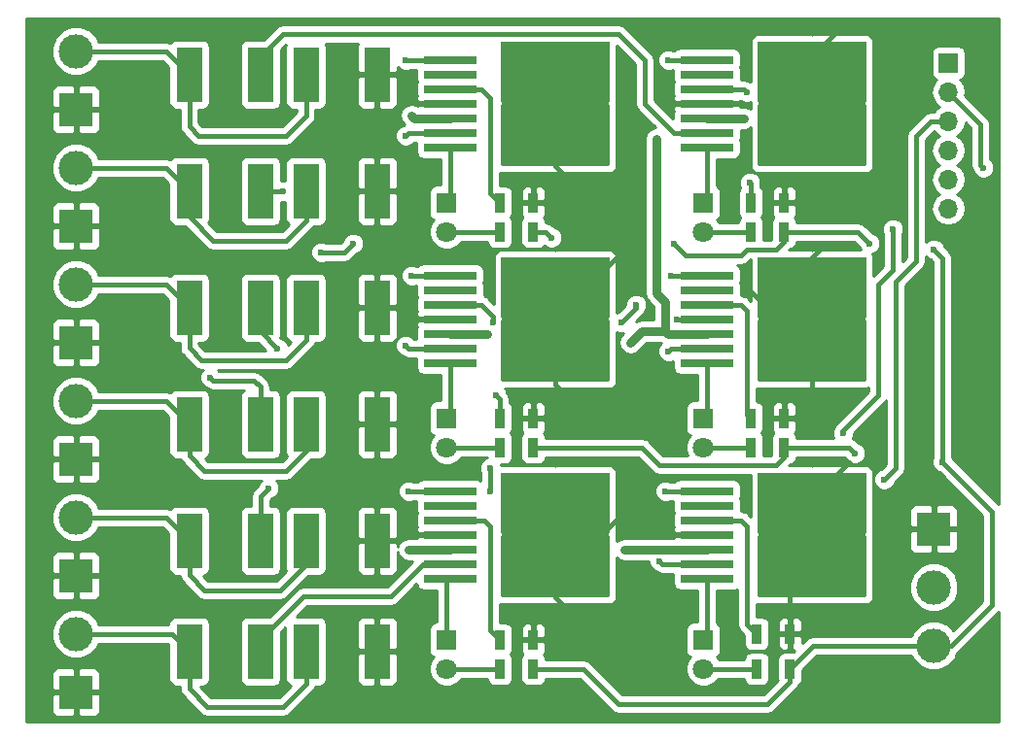
<source format=gbr>
G04 #@! TF.FileFunction,Copper,L1,Top,Signal*
%FSLAX46Y46*%
G04 Gerber Fmt 4.6, Leading zero omitted, Abs format (unit mm)*
G04 Created by KiCad (PCBNEW 4.0.7) date 08/12/18 23:10:55*
%MOMM*%
%LPD*%
G01*
G04 APERTURE LIST*
%ADD10C,0.100000*%
%ADD11R,0.900000X1.700000*%
%ADD12R,4.600000X0.800000*%
%ADD13R,9.400000X10.800000*%
%ADD14R,4.550000X5.250000*%
%ADD15R,2.286000X4.800000*%
%ADD16R,1.800000X1.800000*%
%ADD17C,1.800000*%
%ADD18R,3.000000X3.000000*%
%ADD19C,3.000000*%
%ADD20R,1.700000X1.700000*%
%ADD21O,1.700000X1.700000*%
%ADD22C,0.600000*%
%ADD23C,0.400000*%
%ADD24C,0.750000*%
%ADD25C,0.254000*%
G04 APERTURE END LIST*
D10*
D11*
X85418000Y-43688000D03*
X88318000Y-43688000D03*
X88318000Y-46228000D03*
X85418000Y-46228000D03*
X85418000Y-62484000D03*
X88318000Y-62484000D03*
X88318000Y-65024000D03*
X85418000Y-65024000D03*
X88826000Y-84328000D03*
X85926000Y-84328000D03*
X66474000Y-46228000D03*
X63574000Y-46228000D03*
X66474000Y-65024000D03*
X63574000Y-65024000D03*
X66474000Y-84328000D03*
X63574000Y-84328000D03*
X85926000Y-81280000D03*
X88826000Y-81280000D03*
X63574000Y-43688000D03*
X66474000Y-43688000D03*
X63574000Y-62484000D03*
X66474000Y-62484000D03*
X63574000Y-81788000D03*
X66474000Y-81788000D03*
D12*
X81601000Y-31242000D03*
X81601000Y-32512000D03*
X81601000Y-33782000D03*
X81601000Y-35052000D03*
X81601000Y-36322000D03*
X81601000Y-37592000D03*
X81601000Y-38862000D03*
D13*
X90751000Y-35052000D03*
D14*
X93176000Y-37827000D03*
X88326000Y-32277000D03*
X93176000Y-32277000D03*
X88326000Y-37827000D03*
D12*
X81601000Y-50038000D03*
X81601000Y-51308000D03*
X81601000Y-52578000D03*
X81601000Y-53848000D03*
X81601000Y-55118000D03*
X81601000Y-56388000D03*
X81601000Y-57658000D03*
D13*
X90751000Y-53848000D03*
D14*
X93176000Y-56623000D03*
X88326000Y-51073000D03*
X93176000Y-51073000D03*
X88326000Y-56623000D03*
D12*
X81601000Y-68834000D03*
X81601000Y-70104000D03*
X81601000Y-71374000D03*
X81601000Y-72644000D03*
X81601000Y-73914000D03*
X81601000Y-75184000D03*
X81601000Y-76454000D03*
D13*
X90751000Y-72644000D03*
D14*
X93176000Y-75419000D03*
X88326000Y-69869000D03*
X93176000Y-69869000D03*
X88326000Y-75419000D03*
D12*
X59249000Y-31242000D03*
X59249000Y-32512000D03*
X59249000Y-33782000D03*
X59249000Y-35052000D03*
X59249000Y-36322000D03*
X59249000Y-37592000D03*
X59249000Y-38862000D03*
D13*
X68399000Y-35052000D03*
D14*
X70824000Y-37827000D03*
X65974000Y-32277000D03*
X70824000Y-32277000D03*
X65974000Y-37827000D03*
D12*
X59249000Y-50038000D03*
X59249000Y-51308000D03*
X59249000Y-52578000D03*
X59249000Y-53848000D03*
X59249000Y-55118000D03*
X59249000Y-56388000D03*
X59249000Y-57658000D03*
D13*
X68399000Y-53848000D03*
D14*
X70824000Y-56623000D03*
X65974000Y-51073000D03*
X70824000Y-51073000D03*
X65974000Y-56623000D03*
D12*
X59249000Y-68834000D03*
X59249000Y-70104000D03*
X59249000Y-71374000D03*
X59249000Y-72644000D03*
X59249000Y-73914000D03*
X59249000Y-75184000D03*
X59249000Y-76454000D03*
D13*
X68399000Y-72644000D03*
D14*
X70824000Y-75419000D03*
X65974000Y-69869000D03*
X70824000Y-69869000D03*
X65974000Y-75419000D03*
D15*
X42724000Y-32512000D03*
X36524000Y-32512000D03*
X52884000Y-32512000D03*
X46684000Y-32512000D03*
X42724000Y-42672000D03*
X36524000Y-42672000D03*
X52884000Y-42672000D03*
X46684000Y-42672000D03*
X42724000Y-52832000D03*
X36524000Y-52832000D03*
X52884000Y-52832000D03*
X46684000Y-52832000D03*
X42724000Y-62992000D03*
X36524000Y-62992000D03*
X52884000Y-62992000D03*
X46684000Y-62992000D03*
X42724000Y-73152000D03*
X36524000Y-73152000D03*
X52884000Y-73152000D03*
X46684000Y-73152000D03*
X42724000Y-82804000D03*
X36524000Y-82804000D03*
X52884000Y-82804000D03*
X46684000Y-82804000D03*
D16*
X81280000Y-62484000D03*
D17*
X81280000Y-65024000D03*
D16*
X81280000Y-81788000D03*
D17*
X81280000Y-84328000D03*
D16*
X58928000Y-43688000D03*
D17*
X58928000Y-46228000D03*
D16*
X58928000Y-62484000D03*
D17*
X58928000Y-65024000D03*
D16*
X58928000Y-81788000D03*
D17*
X58928000Y-84328000D03*
D18*
X101346000Y-72136000D03*
D19*
X101346000Y-77216000D03*
X101346000Y-82296000D03*
D20*
X102616000Y-31496000D03*
D21*
X102616000Y-34036000D03*
X102616000Y-36576000D03*
X102616000Y-39116000D03*
X102616000Y-41656000D03*
X102616000Y-44196000D03*
D18*
X26670000Y-35560000D03*
D19*
X26670000Y-30480000D03*
D18*
X26670000Y-45720000D03*
D19*
X26670000Y-40640000D03*
D18*
X26670000Y-55880000D03*
D19*
X26670000Y-50800000D03*
D18*
X26670000Y-66040000D03*
D19*
X26670000Y-60960000D03*
D18*
X26670000Y-76200000D03*
D19*
X26670000Y-71120000D03*
D18*
X26670000Y-86360000D03*
D19*
X26670000Y-81280000D03*
D16*
X81280000Y-43688000D03*
D17*
X81280000Y-46228000D03*
D22*
X85344000Y-51308000D03*
X78994000Y-53848000D03*
X92964000Y-44704000D03*
X91948000Y-47244000D03*
X78232000Y-56642000D03*
X44704000Y-42672000D03*
X44196000Y-56388000D03*
X77470000Y-74930000D03*
X38354000Y-58928000D03*
X48006000Y-48006000D03*
X50800000Y-47244000D03*
X55372000Y-37846000D03*
X78232000Y-31242000D03*
X105664000Y-40640000D03*
X78486000Y-50038000D03*
X77978000Y-68834000D03*
X97028000Y-67818000D03*
X55372000Y-31242000D03*
X75438000Y-52578000D03*
X74168000Y-54102000D03*
X55880000Y-50038000D03*
X97790000Y-45974000D03*
X93472000Y-63754000D03*
X62738000Y-66802000D03*
X62738000Y-68834000D03*
X55626000Y-68834000D03*
X85344000Y-41910000D03*
X85090000Y-34036000D03*
X63246000Y-60452000D03*
X62992000Y-54102000D03*
X55372000Y-56134000D03*
X43434000Y-68580000D03*
X74930000Y-55880000D03*
X62484000Y-55118000D03*
X55880000Y-36068000D03*
X84836000Y-36322000D03*
X77216000Y-38100000D03*
X77978000Y-54864000D03*
X55626000Y-73914000D03*
X74422000Y-73914000D03*
X77978000Y-73914000D03*
X78740000Y-47244000D03*
X68072000Y-46736000D03*
X101346000Y-47752000D03*
X95758000Y-47244000D03*
X94488000Y-65532000D03*
X102108000Y-66294000D03*
D23*
X88826000Y-81280000D02*
X88826000Y-74569000D01*
X88826000Y-74569000D02*
X90751000Y-72644000D01*
X81601000Y-53848000D02*
X78994000Y-53848000D01*
X85344000Y-51308000D02*
X87884000Y-53848000D01*
X87884000Y-53848000D02*
X90751000Y-53848000D01*
X90751000Y-53848000D02*
X90751000Y-60887000D01*
X90751000Y-60887000D02*
X90170000Y-61468000D01*
X68399000Y-53848000D02*
X68399000Y-53775000D01*
X68399000Y-53775000D02*
X74422000Y-47752000D01*
X68399000Y-72644000D02*
X68399000Y-78051000D01*
X68399000Y-78051000D02*
X71374000Y-81026000D01*
X68399000Y-72644000D02*
X72390000Y-72644000D01*
X72390000Y-72644000D02*
X75692000Y-69342000D01*
X68399000Y-53848000D02*
X68399000Y-59509000D01*
X68399000Y-59509000D02*
X70104000Y-61214000D01*
X90751000Y-53848000D02*
X90751000Y-48441000D01*
X90751000Y-48441000D02*
X91948000Y-47244000D01*
X90751000Y-35052000D02*
X90751000Y-30915000D01*
X90751000Y-30915000D02*
X93472000Y-28194000D01*
X90751000Y-72644000D02*
X90751000Y-69523000D01*
X90751000Y-69523000D02*
X93980000Y-66294000D01*
X68399000Y-72644000D02*
X68399000Y-69015000D01*
X68399000Y-53848000D02*
X68399000Y-50473000D01*
X68399000Y-35052000D02*
X68399000Y-40459000D01*
X68399000Y-40459000D02*
X70104000Y-42164000D01*
X36524000Y-32512000D02*
X36524000Y-37032000D01*
X46684000Y-36120000D02*
X46684000Y-32512000D01*
X44958000Y-37846000D02*
X46684000Y-36120000D01*
X37338000Y-37846000D02*
X44958000Y-37846000D01*
X36524000Y-37032000D02*
X37338000Y-37846000D01*
X26670000Y-30480000D02*
X34492000Y-30480000D01*
X34492000Y-30480000D02*
X36524000Y-32512000D01*
X46482000Y-28956000D02*
X73914000Y-28956000D01*
X44704000Y-28956000D02*
X46482000Y-28956000D01*
X42724000Y-30936000D02*
X44704000Y-28956000D01*
X76200000Y-35052000D02*
X78740000Y-37592000D01*
X76200000Y-31242000D02*
X76200000Y-35052000D01*
X73914000Y-28956000D02*
X76200000Y-31242000D01*
X42724000Y-32512000D02*
X42724000Y-30936000D01*
X77470000Y-36322000D02*
X78740000Y-37592000D01*
X78740000Y-37592000D02*
X81601000Y-37592000D01*
X36524000Y-42672000D02*
X36524000Y-44906000D01*
X36524000Y-44906000D02*
X38608000Y-46990000D01*
X46684000Y-45264000D02*
X46684000Y-42672000D01*
X44958000Y-46990000D02*
X46684000Y-45264000D01*
X38608000Y-46990000D02*
X44958000Y-46990000D01*
X26670000Y-40640000D02*
X34492000Y-40640000D01*
X34492000Y-40640000D02*
X36524000Y-42672000D01*
X42724000Y-42672000D02*
X44704000Y-42672000D01*
X78486000Y-56388000D02*
X81601000Y-56388000D01*
X78232000Y-56642000D02*
X78486000Y-56388000D01*
X81601000Y-38862000D02*
X81601000Y-43367000D01*
X81601000Y-43367000D02*
X81280000Y-43688000D01*
X36524000Y-52832000D02*
X36524000Y-56336000D01*
X46684000Y-55678000D02*
X46684000Y-52832000D01*
X44958000Y-57404000D02*
X46684000Y-55678000D01*
X37592000Y-57404000D02*
X44958000Y-57404000D01*
X36524000Y-56336000D02*
X37592000Y-57404000D01*
X26670000Y-50800000D02*
X34492000Y-50800000D01*
X34492000Y-50800000D02*
X36524000Y-52832000D01*
X42724000Y-52832000D02*
X42724000Y-54916000D01*
X42724000Y-54916000D02*
X44196000Y-56388000D01*
X77470000Y-74930000D02*
X77724000Y-75184000D01*
X77724000Y-75184000D02*
X81601000Y-75184000D01*
X36524000Y-62992000D02*
X36524000Y-65734000D01*
X44958000Y-67056000D02*
X46684000Y-65330000D01*
X37846000Y-67056000D02*
X44958000Y-67056000D01*
X36524000Y-65734000D02*
X37846000Y-67056000D01*
X46684000Y-65330000D02*
X46684000Y-62992000D01*
X26670000Y-60960000D02*
X34492000Y-60960000D01*
X34492000Y-60960000D02*
X36524000Y-62992000D01*
X59249000Y-37592000D02*
X55626000Y-37592000D01*
X42724000Y-59742000D02*
X42724000Y-62992000D01*
X42164000Y-59182000D02*
X42724000Y-59742000D01*
X38608000Y-59182000D02*
X42164000Y-59182000D01*
X38354000Y-58928000D02*
X38608000Y-59182000D01*
X50038000Y-48006000D02*
X48006000Y-48006000D01*
X50800000Y-47244000D02*
X50038000Y-48006000D01*
X55626000Y-37592000D02*
X55372000Y-37846000D01*
X36524000Y-73152000D02*
X36524000Y-76148000D01*
X44450000Y-77470000D02*
X46684000Y-75236000D01*
X37846000Y-77470000D02*
X44450000Y-77470000D01*
X36524000Y-76148000D02*
X37846000Y-77470000D01*
X46684000Y-75236000D02*
X46684000Y-73152000D01*
X26670000Y-71120000D02*
X34492000Y-71120000D01*
X34492000Y-71120000D02*
X36524000Y-73152000D01*
X36524000Y-82804000D02*
X36524000Y-86054000D01*
X46684000Y-85650000D02*
X46684000Y-82804000D01*
X44704000Y-87630000D02*
X46684000Y-85650000D01*
X38100000Y-87630000D02*
X44704000Y-87630000D01*
X36524000Y-86054000D02*
X38100000Y-87630000D01*
X26670000Y-81280000D02*
X35000000Y-81280000D01*
X35000000Y-81280000D02*
X36524000Y-82804000D01*
X81601000Y-31242000D02*
X78232000Y-31242000D01*
X81601000Y-50038000D02*
X78486000Y-50038000D01*
X105410000Y-36830000D02*
X102616000Y-34036000D01*
X105410000Y-40386000D02*
X105410000Y-36830000D01*
X105664000Y-40640000D02*
X105410000Y-40386000D01*
X98044000Y-50546000D02*
X98044000Y-66802000D01*
X98044000Y-50546000D02*
X99822000Y-48768000D01*
X99822000Y-48768000D02*
X99822000Y-37846000D01*
X99822000Y-37846000D02*
X101092000Y-36576000D01*
X102616000Y-36576000D02*
X101092000Y-36576000D01*
X77978000Y-68834000D02*
X81601000Y-68834000D01*
X98044000Y-66802000D02*
X97028000Y-67818000D01*
X59249000Y-31242000D02*
X55372000Y-31242000D01*
X59249000Y-50038000D02*
X55880000Y-50038000D01*
X75438000Y-52832000D02*
X75438000Y-52578000D01*
X74168000Y-54102000D02*
X75438000Y-52832000D01*
X96520000Y-50800000D02*
X96520000Y-60452000D01*
X96520000Y-50800000D02*
X97790000Y-49530000D01*
X97790000Y-49530000D02*
X97790000Y-45974000D01*
X93472000Y-63500000D02*
X93472000Y-63754000D01*
X96520000Y-60452000D02*
X93472000Y-63500000D01*
X59249000Y-68834000D02*
X55626000Y-68834000D01*
X62738000Y-68834000D02*
X62738000Y-66802000D01*
X81601000Y-33782000D02*
X84836000Y-33782000D01*
X85418000Y-41984000D02*
X85418000Y-43688000D01*
X85344000Y-41910000D02*
X85418000Y-41984000D01*
X84836000Y-33782000D02*
X85090000Y-34036000D01*
X81601000Y-52578000D02*
X84582000Y-52578000D01*
X85090000Y-53086000D02*
X85090000Y-62156000D01*
X84582000Y-52578000D02*
X85090000Y-53086000D01*
X85090000Y-62156000D02*
X85418000Y-62484000D01*
X81601000Y-71374000D02*
X84582000Y-71374000D01*
X85090000Y-80444000D02*
X85926000Y-81280000D01*
X85090000Y-71882000D02*
X85090000Y-80444000D01*
X84582000Y-71374000D02*
X85090000Y-71882000D01*
X59249000Y-33782000D02*
X61976000Y-33782000D01*
X62738000Y-42852000D02*
X63574000Y-43688000D01*
X62738000Y-34544000D02*
X62738000Y-42852000D01*
X61976000Y-33782000D02*
X62738000Y-34544000D01*
X59249000Y-52578000D02*
X61976000Y-52578000D01*
X63574000Y-60780000D02*
X63574000Y-62484000D01*
X63246000Y-60452000D02*
X63574000Y-60780000D01*
X62992000Y-53594000D02*
X62992000Y-54102000D01*
X61976000Y-52578000D02*
X62992000Y-53594000D01*
X59249000Y-71374000D02*
X62230000Y-71374000D01*
X62738000Y-80952000D02*
X63574000Y-81788000D01*
X62738000Y-71882000D02*
X62738000Y-80952000D01*
X62230000Y-71374000D02*
X62738000Y-71882000D01*
X42724000Y-73152000D02*
X42724000Y-69290000D01*
X55626000Y-56388000D02*
X59249000Y-56388000D01*
X55372000Y-56134000D02*
X55626000Y-56388000D01*
X42724000Y-69290000D02*
X43434000Y-68580000D01*
X42724000Y-82804000D02*
X42724000Y-81736000D01*
X42724000Y-81736000D02*
X46482000Y-77978000D01*
X46482000Y-77978000D02*
X54102000Y-77978000D01*
X54102000Y-77978000D02*
X56896000Y-75184000D01*
X56896000Y-75184000D02*
X59249000Y-75184000D01*
X85418000Y-46228000D02*
X81280000Y-46228000D01*
X81601000Y-57658000D02*
X81601000Y-62163000D01*
X81601000Y-62163000D02*
X81280000Y-62484000D01*
X85418000Y-65024000D02*
X81280000Y-65024000D01*
X81601000Y-76454000D02*
X81601000Y-81467000D01*
X81601000Y-81467000D02*
X81280000Y-81788000D01*
X85926000Y-84328000D02*
X81280000Y-84328000D01*
X59249000Y-38862000D02*
X59249000Y-43367000D01*
X59249000Y-43367000D02*
X58928000Y-43688000D01*
X63574000Y-46228000D02*
X58928000Y-46228000D01*
X59249000Y-57658000D02*
X59249000Y-62163000D01*
X59249000Y-62163000D02*
X58928000Y-62484000D01*
X58928000Y-65024000D02*
X63574000Y-65024000D01*
X58928000Y-81788000D02*
X58928000Y-76775000D01*
X58928000Y-76775000D02*
X59249000Y-76454000D01*
X63574000Y-84328000D02*
X58928000Y-84328000D01*
D24*
X59249000Y-55118000D02*
X62484000Y-55118000D01*
X75946000Y-54864000D02*
X77978000Y-54864000D01*
X74930000Y-55880000D02*
X75946000Y-54864000D01*
X56134000Y-36322000D02*
X59249000Y-36322000D01*
X55880000Y-36068000D02*
X56134000Y-36322000D01*
X77978000Y-54864000D02*
X77978000Y-52324000D01*
X84836000Y-36322000D02*
X81601000Y-36322000D01*
X77216000Y-51562000D02*
X77216000Y-38100000D01*
X77978000Y-52324000D02*
X77216000Y-51562000D01*
X78232000Y-55118000D02*
X81601000Y-55118000D01*
X77978000Y-54864000D02*
X78232000Y-55118000D01*
X77978000Y-73914000D02*
X74422000Y-73914000D01*
X55626000Y-73914000D02*
X59249000Y-73914000D01*
X77978000Y-73914000D02*
X81601000Y-73914000D01*
D23*
X66474000Y-46228000D02*
X67564000Y-46228000D01*
X87630000Y-47752000D02*
X88318000Y-47064000D01*
X85090000Y-47752000D02*
X87630000Y-47752000D01*
X84582000Y-48260000D02*
X85090000Y-47752000D01*
X79756000Y-48260000D02*
X84582000Y-48260000D01*
X78740000Y-47244000D02*
X79756000Y-48260000D01*
X67564000Y-46228000D02*
X68072000Y-46736000D01*
X88318000Y-47064000D02*
X88318000Y-46228000D01*
X66474000Y-65024000D02*
X75946000Y-65024000D01*
X87630000Y-66548000D02*
X88318000Y-65860000D01*
X77470000Y-66548000D02*
X87630000Y-66548000D01*
X75946000Y-65024000D02*
X77470000Y-66548000D01*
X88318000Y-65860000D02*
X88318000Y-65024000D01*
X66474000Y-84328000D02*
X70866000Y-84328000D01*
X88826000Y-85418000D02*
X88826000Y-84328000D01*
X86868000Y-87376000D02*
X88826000Y-85418000D01*
X73914000Y-87376000D02*
X86868000Y-87376000D01*
X70866000Y-84328000D02*
X73914000Y-87376000D01*
X88318000Y-46228000D02*
X94742000Y-46228000D01*
X102108000Y-48514000D02*
X102108000Y-66294000D01*
X101346000Y-47752000D02*
X102108000Y-48514000D01*
X94742000Y-46228000D02*
X95758000Y-47244000D01*
X101346000Y-82296000D02*
X102870000Y-82296000D01*
X93980000Y-65024000D02*
X88318000Y-65024000D01*
X94488000Y-65532000D02*
X93980000Y-65024000D01*
X106426000Y-70612000D02*
X102108000Y-66294000D01*
X106426000Y-78740000D02*
X106426000Y-70612000D01*
X102870000Y-82296000D02*
X106426000Y-78740000D01*
X101346000Y-82296000D02*
X90858000Y-82296000D01*
X90858000Y-82296000D02*
X88826000Y-84328000D01*
D25*
G36*
X106986000Y-69991132D02*
X103000535Y-66005667D01*
X102943000Y-65866422D01*
X102943000Y-48514000D01*
X102929963Y-48448460D01*
X102879440Y-48194460D01*
X102698434Y-47923566D01*
X102238535Y-47463667D01*
X102139117Y-47223057D01*
X101876327Y-46959808D01*
X101532799Y-46817162D01*
X101160833Y-46816838D01*
X100817057Y-46958883D01*
X100657000Y-47118661D01*
X100657000Y-38191868D01*
X101411067Y-37437801D01*
X101536853Y-37626054D01*
X101866026Y-37846000D01*
X101536853Y-38065946D01*
X101214946Y-38547715D01*
X101101907Y-39116000D01*
X101214946Y-39684285D01*
X101536853Y-40166054D01*
X101866026Y-40386000D01*
X101536853Y-40605946D01*
X101214946Y-41087715D01*
X101101907Y-41656000D01*
X101214946Y-42224285D01*
X101536853Y-42706054D01*
X101866026Y-42926000D01*
X101536853Y-43145946D01*
X101214946Y-43627715D01*
X101101907Y-44196000D01*
X101214946Y-44764285D01*
X101536853Y-45246054D01*
X102018622Y-45567961D01*
X102586907Y-45681000D01*
X102645093Y-45681000D01*
X103213378Y-45567961D01*
X103695147Y-45246054D01*
X104017054Y-44764285D01*
X104130093Y-44196000D01*
X104017054Y-43627715D01*
X103695147Y-43145946D01*
X103365974Y-42926000D01*
X103695147Y-42706054D01*
X104017054Y-42224285D01*
X104130093Y-41656000D01*
X104017054Y-41087715D01*
X103695147Y-40605946D01*
X103365974Y-40386000D01*
X103695147Y-40166054D01*
X104017054Y-39684285D01*
X104130093Y-39116000D01*
X104017054Y-38547715D01*
X103695147Y-38065946D01*
X103365974Y-37846000D01*
X103695147Y-37626054D01*
X104017054Y-37144285D01*
X104104383Y-36705251D01*
X104575000Y-37175868D01*
X104575000Y-40386000D01*
X104638561Y-40705541D01*
X104745602Y-40865739D01*
X104870883Y-41168943D01*
X105133673Y-41432192D01*
X105477201Y-41574838D01*
X105849167Y-41575162D01*
X106192943Y-41433117D01*
X106456192Y-41170327D01*
X106598838Y-40826799D01*
X106599162Y-40454833D01*
X106457117Y-40111057D01*
X106245000Y-39898570D01*
X106245000Y-36830000D01*
X106235488Y-36782178D01*
X106181440Y-36510460D01*
X106000434Y-36239566D01*
X104074807Y-34313939D01*
X104130093Y-34036000D01*
X104017054Y-33467715D01*
X103695147Y-32985946D01*
X103653548Y-32958150D01*
X103701317Y-32949162D01*
X103917441Y-32810090D01*
X104062431Y-32597890D01*
X104113440Y-32346000D01*
X104113440Y-30646000D01*
X104069162Y-30410683D01*
X103930090Y-30194559D01*
X103717890Y-30049569D01*
X103466000Y-29998560D01*
X101766000Y-29998560D01*
X101530683Y-30042838D01*
X101314559Y-30181910D01*
X101169569Y-30394110D01*
X101118560Y-30646000D01*
X101118560Y-32346000D01*
X101162838Y-32581317D01*
X101301910Y-32797441D01*
X101514110Y-32942431D01*
X101581541Y-32956086D01*
X101536853Y-32985946D01*
X101214946Y-33467715D01*
X101101907Y-34036000D01*
X101214946Y-34604285D01*
X101536853Y-35086054D01*
X101866026Y-35306000D01*
X101536853Y-35525946D01*
X101393159Y-35741000D01*
X101092000Y-35741000D01*
X100772459Y-35804561D01*
X100576510Y-35935490D01*
X100501566Y-35985566D01*
X99231566Y-37255566D01*
X99050561Y-37526459D01*
X98987000Y-37846000D01*
X98987000Y-48422132D01*
X98625000Y-48784132D01*
X98625000Y-46401234D01*
X98724838Y-46160799D01*
X98725162Y-45788833D01*
X98583117Y-45445057D01*
X98320327Y-45181808D01*
X97976799Y-45039162D01*
X97604833Y-45038838D01*
X97261057Y-45180883D01*
X96997808Y-45443673D01*
X96855162Y-45787201D01*
X96854838Y-46159167D01*
X96955000Y-46401578D01*
X96955000Y-49184132D01*
X96086000Y-50053132D01*
X96086000Y-48321690D01*
X96014717Y-48149598D01*
X96286943Y-48037117D01*
X96550192Y-47774327D01*
X96692838Y-47430799D01*
X96693162Y-47058833D01*
X96551117Y-46715057D01*
X96288327Y-46451808D01*
X96046090Y-46351222D01*
X95332434Y-45637566D01*
X95251578Y-45583540D01*
X95061541Y-45456561D01*
X94742000Y-45393000D01*
X89415440Y-45393000D01*
X89415440Y-45378000D01*
X89371162Y-45142683D01*
X89249857Y-44954169D01*
X89306327Y-44897699D01*
X89403000Y-44664310D01*
X89403000Y-43973750D01*
X89244250Y-43815000D01*
X88445000Y-43815000D01*
X88445000Y-43835000D01*
X88191000Y-43835000D01*
X88191000Y-43815000D01*
X87391750Y-43815000D01*
X87233000Y-43973750D01*
X87233000Y-44664310D01*
X87329673Y-44897699D01*
X87387871Y-44955897D01*
X87271569Y-45126110D01*
X87220560Y-45378000D01*
X87220560Y-46917000D01*
X86515440Y-46917000D01*
X86515440Y-45378000D01*
X86471162Y-45142683D01*
X86350985Y-44955923D01*
X86464431Y-44789890D01*
X86515440Y-44538000D01*
X86515440Y-42838000D01*
X86491674Y-42711690D01*
X87233000Y-42711690D01*
X87233000Y-43402250D01*
X87391750Y-43561000D01*
X88191000Y-43561000D01*
X88191000Y-42361750D01*
X88445000Y-42361750D01*
X88445000Y-43561000D01*
X89244250Y-43561000D01*
X89403000Y-43402250D01*
X89403000Y-42711690D01*
X89306327Y-42478301D01*
X89127698Y-42299673D01*
X88894309Y-42203000D01*
X88603750Y-42203000D01*
X88445000Y-42361750D01*
X88191000Y-42361750D01*
X88032250Y-42203000D01*
X87741691Y-42203000D01*
X87508302Y-42299673D01*
X87329673Y-42478301D01*
X87233000Y-42711690D01*
X86491674Y-42711690D01*
X86471162Y-42602683D01*
X86332090Y-42386559D01*
X86253000Y-42332519D01*
X86253000Y-42159024D01*
X86278838Y-42096799D01*
X86279162Y-41724833D01*
X86137117Y-41381057D01*
X85874327Y-41117808D01*
X85530799Y-40975162D01*
X85158833Y-40974838D01*
X84815057Y-41116883D01*
X84551808Y-41379673D01*
X84409162Y-41723201D01*
X84408838Y-42095167D01*
X84522447Y-42370121D01*
X84516559Y-42373910D01*
X84371569Y-42586110D01*
X84320560Y-42838000D01*
X84320560Y-44538000D01*
X84364838Y-44773317D01*
X84485015Y-44960077D01*
X84371569Y-45126110D01*
X84320560Y-45378000D01*
X84320560Y-45393000D01*
X82595857Y-45393000D01*
X82582068Y-45359629D01*
X82414120Y-45191387D01*
X82415317Y-45191162D01*
X82631441Y-45052090D01*
X82776431Y-44839890D01*
X82827440Y-44588000D01*
X82827440Y-42788000D01*
X82783162Y-42552683D01*
X82644090Y-42336559D01*
X82436000Y-42194377D01*
X82436000Y-39909440D01*
X83901000Y-39909440D01*
X84136317Y-39865162D01*
X84352441Y-39726090D01*
X84497431Y-39513890D01*
X84548440Y-39262000D01*
X84548440Y-38462000D01*
X84504162Y-38226683D01*
X84501693Y-38222845D01*
X84548440Y-37992000D01*
X84548440Y-37332000D01*
X84836000Y-37332000D01*
X85222510Y-37255118D01*
X85416000Y-37125833D01*
X85416000Y-40578310D01*
X85512673Y-40811699D01*
X85691302Y-40990327D01*
X85924691Y-41087000D01*
X90727309Y-41087000D01*
X90751000Y-41077187D01*
X90774691Y-41087000D01*
X95577309Y-41087000D01*
X95810698Y-40990327D01*
X95989327Y-40811699D01*
X96086000Y-40578310D01*
X96086000Y-35075690D01*
X96076187Y-35052000D01*
X96086000Y-35028310D01*
X96086000Y-29525690D01*
X95989327Y-29292301D01*
X95810698Y-29113673D01*
X95577309Y-29017000D01*
X90774691Y-29017000D01*
X90751000Y-29026813D01*
X90727309Y-29017000D01*
X85924691Y-29017000D01*
X85691302Y-29113673D01*
X85512673Y-29292301D01*
X85416000Y-29525690D01*
X85416000Y-33158964D01*
X85314669Y-33116887D01*
X85155541Y-33010561D01*
X84836000Y-32947000D01*
X84541352Y-32947000D01*
X84548440Y-32912000D01*
X84548440Y-32112000D01*
X84504162Y-31876683D01*
X84501693Y-31872845D01*
X84548440Y-31642000D01*
X84548440Y-30842000D01*
X84504162Y-30606683D01*
X84365090Y-30390559D01*
X84152890Y-30245569D01*
X83901000Y-30194560D01*
X79301000Y-30194560D01*
X79065683Y-30238838D01*
X78849559Y-30377910D01*
X78829683Y-30407000D01*
X78659234Y-30407000D01*
X78418799Y-30307162D01*
X78046833Y-30306838D01*
X77703057Y-30448883D01*
X77439808Y-30711673D01*
X77297162Y-31055201D01*
X77296838Y-31427167D01*
X77438883Y-31770943D01*
X77701673Y-32034192D01*
X78045201Y-32176838D01*
X78417167Y-32177162D01*
X78659578Y-32077000D01*
X78660648Y-32077000D01*
X78653560Y-32112000D01*
X78653560Y-32912000D01*
X78697838Y-33147317D01*
X78700307Y-33151155D01*
X78653560Y-33382000D01*
X78653560Y-34182000D01*
X78697838Y-34417317D01*
X78705778Y-34429657D01*
X78666000Y-34525690D01*
X78666000Y-34766250D01*
X78824750Y-34925000D01*
X81474000Y-34925000D01*
X81474000Y-34905000D01*
X81728000Y-34905000D01*
X81728000Y-34925000D01*
X84377250Y-34925000D01*
X84516903Y-34785347D01*
X84559673Y-34828192D01*
X84903201Y-34970838D01*
X85275167Y-34971162D01*
X85416000Y-34912971D01*
X85416000Y-35028310D01*
X85425813Y-35052000D01*
X85416000Y-35075690D01*
X85416000Y-35518167D01*
X85222510Y-35388882D01*
X84836000Y-35312000D01*
X84510250Y-35312000D01*
X84377250Y-35179000D01*
X81728000Y-35179000D01*
X81728000Y-35199000D01*
X81474000Y-35199000D01*
X81474000Y-35179000D01*
X78824750Y-35179000D01*
X78666000Y-35337750D01*
X78666000Y-35578310D01*
X78704390Y-35670992D01*
X78653560Y-35922000D01*
X78653560Y-36324692D01*
X77035000Y-34706132D01*
X77035000Y-31242000D01*
X76971439Y-30922459D01*
X76790434Y-30651566D01*
X74504434Y-28365566D01*
X74233541Y-28184561D01*
X73914000Y-28121000D01*
X44704000Y-28121000D01*
X44384459Y-28184561D01*
X44113566Y-28365566D01*
X43014572Y-29464560D01*
X41581000Y-29464560D01*
X41345683Y-29508838D01*
X41129559Y-29647910D01*
X40984569Y-29860110D01*
X40933560Y-30112000D01*
X40933560Y-34912000D01*
X40977838Y-35147317D01*
X41116910Y-35363441D01*
X41329110Y-35508431D01*
X41581000Y-35559440D01*
X43867000Y-35559440D01*
X44102317Y-35515162D01*
X44318441Y-35376090D01*
X44463431Y-35163890D01*
X44514440Y-34912000D01*
X44514440Y-30326428D01*
X44935380Y-29905488D01*
X44893560Y-30112000D01*
X44893560Y-34912000D01*
X44937838Y-35147317D01*
X45076910Y-35363441D01*
X45289110Y-35508431D01*
X45541000Y-35559440D01*
X45849000Y-35559440D01*
X45849000Y-35774132D01*
X44612132Y-37011000D01*
X37683868Y-37011000D01*
X37359000Y-36686132D01*
X37359000Y-35559440D01*
X37667000Y-35559440D01*
X37902317Y-35515162D01*
X38118441Y-35376090D01*
X38263431Y-35163890D01*
X38314440Y-34912000D01*
X38314440Y-30112000D01*
X38270162Y-29876683D01*
X38131090Y-29660559D01*
X37918890Y-29515569D01*
X37667000Y-29464560D01*
X35381000Y-29464560D01*
X35145683Y-29508838D01*
X34929559Y-29647910D01*
X34864115Y-29743690D01*
X34811541Y-29708561D01*
X34492000Y-29645000D01*
X28635058Y-29645000D01*
X28481020Y-29272200D01*
X27880959Y-28671091D01*
X27096541Y-28345372D01*
X26247185Y-28344630D01*
X25462200Y-28668980D01*
X24861091Y-29269041D01*
X24535372Y-30053459D01*
X24534630Y-30902815D01*
X24858980Y-31687800D01*
X25459041Y-32288909D01*
X26243459Y-32614628D01*
X27092815Y-32615370D01*
X27877800Y-32291020D01*
X28478909Y-31690959D01*
X28635021Y-31315000D01*
X34146132Y-31315000D01*
X34733560Y-31902428D01*
X34733560Y-34912000D01*
X34777838Y-35147317D01*
X34916910Y-35363441D01*
X35129110Y-35508431D01*
X35381000Y-35559440D01*
X35689000Y-35559440D01*
X35689000Y-37032000D01*
X35752561Y-37351541D01*
X35798594Y-37420434D01*
X35933566Y-37622434D01*
X36747566Y-38436434D01*
X37018459Y-38617439D01*
X37338000Y-38681000D01*
X44958000Y-38681000D01*
X45277541Y-38617439D01*
X45548434Y-38436434D01*
X47274434Y-36710434D01*
X47455440Y-36439540D01*
X47519000Y-36120000D01*
X47519000Y-35559440D01*
X47827000Y-35559440D01*
X48062317Y-35515162D01*
X48278441Y-35376090D01*
X48423431Y-35163890D01*
X48474440Y-34912000D01*
X48474440Y-32797750D01*
X51106000Y-32797750D01*
X51106000Y-35038310D01*
X51202673Y-35271699D01*
X51381302Y-35450327D01*
X51614691Y-35547000D01*
X52598250Y-35547000D01*
X52757000Y-35388250D01*
X52757000Y-32639000D01*
X53011000Y-32639000D01*
X53011000Y-35388250D01*
X53169750Y-35547000D01*
X54153309Y-35547000D01*
X54386698Y-35450327D01*
X54565327Y-35271699D01*
X54662000Y-35038310D01*
X54662000Y-32797750D01*
X54503250Y-32639000D01*
X53011000Y-32639000D01*
X52757000Y-32639000D01*
X51264750Y-32639000D01*
X51106000Y-32797750D01*
X48474440Y-32797750D01*
X48474440Y-30112000D01*
X48430162Y-29876683D01*
X48375026Y-29791000D01*
X51186643Y-29791000D01*
X51106000Y-29985690D01*
X51106000Y-32226250D01*
X51264750Y-32385000D01*
X52757000Y-32385000D01*
X52757000Y-32365000D01*
X53011000Y-32365000D01*
X53011000Y-32385000D01*
X54503250Y-32385000D01*
X54662000Y-32226250D01*
X54662000Y-31854205D01*
X54841673Y-32034192D01*
X55185201Y-32176838D01*
X55557167Y-32177162D01*
X55799578Y-32077000D01*
X56308648Y-32077000D01*
X56301560Y-32112000D01*
X56301560Y-32912000D01*
X56345838Y-33147317D01*
X56348307Y-33151155D01*
X56301560Y-33382000D01*
X56301560Y-34182000D01*
X56345838Y-34417317D01*
X56353778Y-34429657D01*
X56314000Y-34525690D01*
X56314000Y-34766250D01*
X56472750Y-34925000D01*
X59122000Y-34925000D01*
X59122000Y-34905000D01*
X59376000Y-34905000D01*
X59376000Y-34925000D01*
X59396000Y-34925000D01*
X59396000Y-35179000D01*
X59376000Y-35179000D01*
X59376000Y-35199000D01*
X59122000Y-35199000D01*
X59122000Y-35179000D01*
X56472750Y-35179000D01*
X56416589Y-35235161D01*
X56266510Y-35134882D01*
X55880000Y-35058000D01*
X55493490Y-35134882D01*
X55165822Y-35353822D01*
X54946882Y-35681490D01*
X54870000Y-36068000D01*
X54946882Y-36454510D01*
X55165822Y-36782178D01*
X55245162Y-36861518D01*
X55146261Y-36927602D01*
X54843057Y-37052883D01*
X54579808Y-37315673D01*
X54437162Y-37659201D01*
X54436838Y-38031167D01*
X54578883Y-38374943D01*
X54841673Y-38638192D01*
X55185201Y-38780838D01*
X55557167Y-38781162D01*
X55900943Y-38639117D01*
X56113430Y-38427000D01*
X56308648Y-38427000D01*
X56301560Y-38462000D01*
X56301560Y-39262000D01*
X56345838Y-39497317D01*
X56484910Y-39713441D01*
X56697110Y-39858431D01*
X56949000Y-39909440D01*
X58414000Y-39909440D01*
X58414000Y-42140560D01*
X58028000Y-42140560D01*
X57792683Y-42184838D01*
X57576559Y-42323910D01*
X57431569Y-42536110D01*
X57380560Y-42788000D01*
X57380560Y-44588000D01*
X57424838Y-44823317D01*
X57563910Y-45039441D01*
X57776110Y-45184431D01*
X57796534Y-45188567D01*
X57627449Y-45357357D01*
X57393267Y-45921330D01*
X57392735Y-46531991D01*
X57625932Y-47096371D01*
X58057357Y-47528551D01*
X58621330Y-47762733D01*
X59231991Y-47763265D01*
X59796371Y-47530068D01*
X60228551Y-47098643D01*
X60243351Y-47063000D01*
X62476560Y-47063000D01*
X62476560Y-47078000D01*
X62520838Y-47313317D01*
X62659910Y-47529441D01*
X62872110Y-47674431D01*
X63124000Y-47725440D01*
X64024000Y-47725440D01*
X64259317Y-47681162D01*
X64475441Y-47542090D01*
X64620431Y-47329890D01*
X64671440Y-47078000D01*
X64671440Y-45378000D01*
X65376560Y-45378000D01*
X65376560Y-47078000D01*
X65420838Y-47313317D01*
X65559910Y-47529441D01*
X65772110Y-47674431D01*
X66024000Y-47725440D01*
X66924000Y-47725440D01*
X67159317Y-47681162D01*
X67375441Y-47542090D01*
X67448625Y-47434982D01*
X67541673Y-47528192D01*
X67885201Y-47670838D01*
X68257167Y-47671162D01*
X68600943Y-47529117D01*
X68864192Y-47266327D01*
X69006838Y-46922799D01*
X69007162Y-46550833D01*
X68865117Y-46207057D01*
X68602327Y-45943808D01*
X68360091Y-45843222D01*
X68154434Y-45637566D01*
X68073578Y-45583540D01*
X67883541Y-45456561D01*
X67571440Y-45394480D01*
X67571440Y-45378000D01*
X67527162Y-45142683D01*
X67405857Y-44954169D01*
X67462327Y-44897699D01*
X67559000Y-44664310D01*
X67559000Y-43973750D01*
X67400250Y-43815000D01*
X66601000Y-43815000D01*
X66601000Y-43835000D01*
X66347000Y-43835000D01*
X66347000Y-43815000D01*
X65547750Y-43815000D01*
X65389000Y-43973750D01*
X65389000Y-44664310D01*
X65485673Y-44897699D01*
X65543871Y-44955897D01*
X65427569Y-45126110D01*
X65376560Y-45378000D01*
X64671440Y-45378000D01*
X64627162Y-45142683D01*
X64506985Y-44955923D01*
X64620431Y-44789890D01*
X64671440Y-44538000D01*
X64671440Y-42838000D01*
X64647674Y-42711690D01*
X65389000Y-42711690D01*
X65389000Y-43402250D01*
X65547750Y-43561000D01*
X66347000Y-43561000D01*
X66347000Y-42361750D01*
X66601000Y-42361750D01*
X66601000Y-43561000D01*
X67400250Y-43561000D01*
X67559000Y-43402250D01*
X67559000Y-42711690D01*
X67462327Y-42478301D01*
X67283698Y-42299673D01*
X67050309Y-42203000D01*
X66759750Y-42203000D01*
X66601000Y-42361750D01*
X66347000Y-42361750D01*
X66188250Y-42203000D01*
X65897691Y-42203000D01*
X65664302Y-42299673D01*
X65485673Y-42478301D01*
X65389000Y-42711690D01*
X64647674Y-42711690D01*
X64627162Y-42602683D01*
X64488090Y-42386559D01*
X64275890Y-42241569D01*
X64024000Y-42190560D01*
X63573000Y-42190560D01*
X63573000Y-41087000D01*
X68375309Y-41087000D01*
X68399000Y-41077187D01*
X68422691Y-41087000D01*
X73225309Y-41087000D01*
X73458698Y-40990327D01*
X73637327Y-40811699D01*
X73734000Y-40578310D01*
X73734000Y-35075690D01*
X73724187Y-35052000D01*
X73734000Y-35028310D01*
X73734000Y-29956868D01*
X75365000Y-31587868D01*
X75365000Y-35052000D01*
X75428561Y-35371541D01*
X75554111Y-35559440D01*
X75609566Y-35642434D01*
X77083490Y-37116358D01*
X76829490Y-37166882D01*
X76501822Y-37385822D01*
X76282882Y-37713490D01*
X76206000Y-38100000D01*
X76206000Y-51562000D01*
X76282882Y-51948510D01*
X76501822Y-52276178D01*
X76968000Y-52742356D01*
X76968000Y-53854000D01*
X75946000Y-53854000D01*
X75559490Y-53930882D01*
X75440439Y-54010429D01*
X76028434Y-53422434D01*
X76063341Y-53370192D01*
X76209439Y-53151541D01*
X76215023Y-53123470D01*
X76230192Y-53108327D01*
X76372838Y-52764799D01*
X76373162Y-52392833D01*
X76231117Y-52049057D01*
X75968327Y-51785808D01*
X75624799Y-51643162D01*
X75252833Y-51642838D01*
X74909057Y-51784883D01*
X74645808Y-52047673D01*
X74503162Y-52391201D01*
X74502992Y-52586140D01*
X73879667Y-53209465D01*
X73734000Y-53269653D01*
X73734000Y-48321690D01*
X73637327Y-48088301D01*
X73458698Y-47909673D01*
X73225309Y-47813000D01*
X68422691Y-47813000D01*
X68399000Y-47822813D01*
X68375309Y-47813000D01*
X63572691Y-47813000D01*
X63339302Y-47909673D01*
X63160673Y-48088301D01*
X63064000Y-48321690D01*
X63064000Y-52485132D01*
X62566434Y-51987566D01*
X62525014Y-51959890D01*
X62295541Y-51806561D01*
X62181091Y-51783795D01*
X62196440Y-51708000D01*
X62196440Y-50908000D01*
X62152162Y-50672683D01*
X62149693Y-50668845D01*
X62196440Y-50438000D01*
X62196440Y-49638000D01*
X62152162Y-49402683D01*
X62013090Y-49186559D01*
X61800890Y-49041569D01*
X61549000Y-48990560D01*
X56949000Y-48990560D01*
X56713683Y-49034838D01*
X56497559Y-49173910D01*
X56477683Y-49203000D01*
X56307234Y-49203000D01*
X56066799Y-49103162D01*
X55694833Y-49102838D01*
X55351057Y-49244883D01*
X55087808Y-49507673D01*
X54945162Y-49851201D01*
X54944838Y-50223167D01*
X55086883Y-50566943D01*
X55349673Y-50830192D01*
X55693201Y-50972838D01*
X56065167Y-50973162D01*
X56307578Y-50873000D01*
X56308648Y-50873000D01*
X56301560Y-50908000D01*
X56301560Y-51708000D01*
X56345838Y-51943317D01*
X56348307Y-51947155D01*
X56301560Y-52178000D01*
X56301560Y-52978000D01*
X56345838Y-53213317D01*
X56353778Y-53225657D01*
X56314000Y-53321690D01*
X56314000Y-53562250D01*
X56472750Y-53721000D01*
X59122000Y-53721000D01*
X59122000Y-53701000D01*
X59376000Y-53701000D01*
X59376000Y-53721000D01*
X59396000Y-53721000D01*
X59396000Y-53975000D01*
X59376000Y-53975000D01*
X59376000Y-53995000D01*
X59122000Y-53995000D01*
X59122000Y-53975000D01*
X56472750Y-53975000D01*
X56314000Y-54133750D01*
X56314000Y-54374310D01*
X56352390Y-54466992D01*
X56301560Y-54718000D01*
X56301560Y-55518000D01*
X56308146Y-55553000D01*
X56113151Y-55553000D01*
X55902327Y-55341808D01*
X55558799Y-55199162D01*
X55186833Y-55198838D01*
X54843057Y-55340883D01*
X54579808Y-55603673D01*
X54437162Y-55947201D01*
X54436838Y-56319167D01*
X54578883Y-56662943D01*
X54841673Y-56926192D01*
X55147331Y-57053113D01*
X55306459Y-57159439D01*
X55626000Y-57223000D01*
X56308648Y-57223000D01*
X56301560Y-57258000D01*
X56301560Y-58058000D01*
X56345838Y-58293317D01*
X56484910Y-58509441D01*
X56697110Y-58654431D01*
X56949000Y-58705440D01*
X58414000Y-58705440D01*
X58414000Y-60936560D01*
X58028000Y-60936560D01*
X57792683Y-60980838D01*
X57576559Y-61119910D01*
X57431569Y-61332110D01*
X57380560Y-61584000D01*
X57380560Y-63384000D01*
X57424838Y-63619317D01*
X57563910Y-63835441D01*
X57776110Y-63980431D01*
X57796534Y-63984567D01*
X57627449Y-64153357D01*
X57393267Y-64717330D01*
X57392735Y-65327991D01*
X57625932Y-65892371D01*
X58057357Y-66324551D01*
X58621330Y-66558733D01*
X59231991Y-66559265D01*
X59796371Y-66326068D01*
X60228551Y-65894643D01*
X60243351Y-65859000D01*
X62476560Y-65859000D01*
X62476560Y-65874000D01*
X62480812Y-65896596D01*
X62209057Y-66008883D01*
X61945808Y-66271673D01*
X61803162Y-66615201D01*
X61802838Y-66987167D01*
X61903000Y-67229578D01*
X61903000Y-67907338D01*
X61800890Y-67837569D01*
X61549000Y-67786560D01*
X56949000Y-67786560D01*
X56713683Y-67830838D01*
X56497559Y-67969910D01*
X56477683Y-67999000D01*
X56053234Y-67999000D01*
X55812799Y-67899162D01*
X55440833Y-67898838D01*
X55097057Y-68040883D01*
X54833808Y-68303673D01*
X54691162Y-68647201D01*
X54690838Y-69019167D01*
X54832883Y-69362943D01*
X55095673Y-69626192D01*
X55439201Y-69768838D01*
X55811167Y-69769162D01*
X56053578Y-69669000D01*
X56308648Y-69669000D01*
X56301560Y-69704000D01*
X56301560Y-70504000D01*
X56345838Y-70739317D01*
X56348307Y-70743155D01*
X56301560Y-70974000D01*
X56301560Y-71774000D01*
X56345838Y-72009317D01*
X56353778Y-72021657D01*
X56314000Y-72117690D01*
X56314000Y-72358250D01*
X56472750Y-72517000D01*
X59122000Y-72517000D01*
X59122000Y-72497000D01*
X59376000Y-72497000D01*
X59376000Y-72517000D01*
X59396000Y-72517000D01*
X59396000Y-72771000D01*
X59376000Y-72771000D01*
X59376000Y-72791000D01*
X59122000Y-72791000D01*
X59122000Y-72771000D01*
X56472750Y-72771000D01*
X56339750Y-72904000D01*
X55626000Y-72904000D01*
X55239490Y-72980882D01*
X54911822Y-73199822D01*
X54692882Y-73527490D01*
X54662000Y-73682744D01*
X54662000Y-73437750D01*
X54503250Y-73279000D01*
X53011000Y-73279000D01*
X53011000Y-76028250D01*
X53169750Y-76187000D01*
X54153309Y-76187000D01*
X54386698Y-76090327D01*
X54565327Y-75911699D01*
X54662000Y-75678310D01*
X54662000Y-74145256D01*
X54692882Y-74300510D01*
X54911822Y-74628178D01*
X55239490Y-74847118D01*
X55626000Y-74924000D01*
X55975132Y-74924000D01*
X53756132Y-77143000D01*
X46482000Y-77143000D01*
X46162460Y-77206560D01*
X45891566Y-77387566D01*
X43522572Y-79756560D01*
X41581000Y-79756560D01*
X41345683Y-79800838D01*
X41129559Y-79939910D01*
X40984569Y-80152110D01*
X40933560Y-80404000D01*
X40933560Y-85204000D01*
X40977838Y-85439317D01*
X41116910Y-85655441D01*
X41329110Y-85800431D01*
X41581000Y-85851440D01*
X43867000Y-85851440D01*
X44102317Y-85807162D01*
X44318441Y-85668090D01*
X44463431Y-85455890D01*
X44514440Y-85204000D01*
X44514440Y-81126428D01*
X44893560Y-80747308D01*
X44893560Y-85204000D01*
X44937838Y-85439317D01*
X45076910Y-85655441D01*
X45289110Y-85800431D01*
X45341992Y-85811140D01*
X44358132Y-86795000D01*
X38445868Y-86795000D01*
X37502308Y-85851440D01*
X37667000Y-85851440D01*
X37902317Y-85807162D01*
X38118441Y-85668090D01*
X38263431Y-85455890D01*
X38314440Y-85204000D01*
X38314440Y-80404000D01*
X38270162Y-80168683D01*
X38131090Y-79952559D01*
X37918890Y-79807569D01*
X37667000Y-79756560D01*
X35381000Y-79756560D01*
X35145683Y-79800838D01*
X34929559Y-79939910D01*
X34784569Y-80152110D01*
X34733560Y-80404000D01*
X34733560Y-80445000D01*
X28635058Y-80445000D01*
X28481020Y-80072200D01*
X27880959Y-79471091D01*
X27096541Y-79145372D01*
X26247185Y-79144630D01*
X25462200Y-79468980D01*
X24861091Y-80069041D01*
X24535372Y-80853459D01*
X24534630Y-81702815D01*
X24858980Y-82487800D01*
X25459041Y-83088909D01*
X26243459Y-83414628D01*
X27092815Y-83415370D01*
X27877800Y-83091020D01*
X28478909Y-82490959D01*
X28635021Y-82115000D01*
X34654132Y-82115000D01*
X34733560Y-82194428D01*
X34733560Y-85204000D01*
X34777838Y-85439317D01*
X34916910Y-85655441D01*
X35129110Y-85800431D01*
X35381000Y-85851440D01*
X35689000Y-85851440D01*
X35689000Y-86054000D01*
X35752561Y-86373541D01*
X35827036Y-86485000D01*
X35933566Y-86644434D01*
X37509566Y-88220434D01*
X37780460Y-88401440D01*
X38100000Y-88465000D01*
X44704000Y-88465000D01*
X45023541Y-88401439D01*
X45294434Y-88220434D01*
X47274434Y-86240434D01*
X47308508Y-86189439D01*
X47455439Y-85969541D01*
X47478931Y-85851440D01*
X47827000Y-85851440D01*
X48062317Y-85807162D01*
X48278441Y-85668090D01*
X48423431Y-85455890D01*
X48474440Y-85204000D01*
X48474440Y-83089750D01*
X51106000Y-83089750D01*
X51106000Y-85330310D01*
X51202673Y-85563699D01*
X51381302Y-85742327D01*
X51614691Y-85839000D01*
X52598250Y-85839000D01*
X52757000Y-85680250D01*
X52757000Y-82931000D01*
X53011000Y-82931000D01*
X53011000Y-85680250D01*
X53169750Y-85839000D01*
X54153309Y-85839000D01*
X54386698Y-85742327D01*
X54565327Y-85563699D01*
X54662000Y-85330310D01*
X54662000Y-83089750D01*
X54503250Y-82931000D01*
X53011000Y-82931000D01*
X52757000Y-82931000D01*
X51264750Y-82931000D01*
X51106000Y-83089750D01*
X48474440Y-83089750D01*
X48474440Y-80404000D01*
X48450674Y-80277690D01*
X51106000Y-80277690D01*
X51106000Y-82518250D01*
X51264750Y-82677000D01*
X52757000Y-82677000D01*
X52757000Y-79927750D01*
X53011000Y-79927750D01*
X53011000Y-82677000D01*
X54503250Y-82677000D01*
X54662000Y-82518250D01*
X54662000Y-80277690D01*
X54565327Y-80044301D01*
X54386698Y-79865673D01*
X54153309Y-79769000D01*
X53169750Y-79769000D01*
X53011000Y-79927750D01*
X52757000Y-79927750D01*
X52598250Y-79769000D01*
X51614691Y-79769000D01*
X51381302Y-79865673D01*
X51202673Y-80044301D01*
X51106000Y-80277690D01*
X48450674Y-80277690D01*
X48430162Y-80168683D01*
X48291090Y-79952559D01*
X48078890Y-79807569D01*
X47827000Y-79756560D01*
X45884308Y-79756560D01*
X46827868Y-78813000D01*
X54102000Y-78813000D01*
X54421541Y-78749439D01*
X54692434Y-78568434D01*
X56318237Y-76942631D01*
X56345838Y-77089317D01*
X56484910Y-77305441D01*
X56697110Y-77450431D01*
X56949000Y-77501440D01*
X58093000Y-77501440D01*
X58093000Y-80240560D01*
X58028000Y-80240560D01*
X57792683Y-80284838D01*
X57576559Y-80423910D01*
X57431569Y-80636110D01*
X57380560Y-80888000D01*
X57380560Y-82688000D01*
X57424838Y-82923317D01*
X57563910Y-83139441D01*
X57776110Y-83284431D01*
X57796534Y-83288567D01*
X57627449Y-83457357D01*
X57393267Y-84021330D01*
X57392735Y-84631991D01*
X57625932Y-85196371D01*
X58057357Y-85628551D01*
X58621330Y-85862733D01*
X59231991Y-85863265D01*
X59796371Y-85630068D01*
X60228551Y-85198643D01*
X60243351Y-85163000D01*
X62476560Y-85163000D01*
X62476560Y-85178000D01*
X62520838Y-85413317D01*
X62659910Y-85629441D01*
X62872110Y-85774431D01*
X63124000Y-85825440D01*
X64024000Y-85825440D01*
X64259317Y-85781162D01*
X64475441Y-85642090D01*
X64620431Y-85429890D01*
X64671440Y-85178000D01*
X64671440Y-83478000D01*
X64627162Y-83242683D01*
X64506985Y-83055923D01*
X64620431Y-82889890D01*
X64671440Y-82638000D01*
X64671440Y-80938000D01*
X64647674Y-80811690D01*
X65389000Y-80811690D01*
X65389000Y-81502250D01*
X65547750Y-81661000D01*
X66347000Y-81661000D01*
X66347000Y-80461750D01*
X66601000Y-80461750D01*
X66601000Y-81661000D01*
X67400250Y-81661000D01*
X67559000Y-81502250D01*
X67559000Y-80811690D01*
X67462327Y-80578301D01*
X67283698Y-80399673D01*
X67050309Y-80303000D01*
X66759750Y-80303000D01*
X66601000Y-80461750D01*
X66347000Y-80461750D01*
X66188250Y-80303000D01*
X65897691Y-80303000D01*
X65664302Y-80399673D01*
X65485673Y-80578301D01*
X65389000Y-80811690D01*
X64647674Y-80811690D01*
X64627162Y-80702683D01*
X64488090Y-80486559D01*
X64275890Y-80341569D01*
X64024000Y-80290560D01*
X63573000Y-80290560D01*
X63573000Y-78679000D01*
X68375309Y-78679000D01*
X68399000Y-78669187D01*
X68422691Y-78679000D01*
X73225309Y-78679000D01*
X73458698Y-78582327D01*
X73637327Y-78403699D01*
X73734000Y-78170310D01*
X73734000Y-74645670D01*
X74035490Y-74847118D01*
X74422000Y-74924000D01*
X76535005Y-74924000D01*
X76534838Y-75115167D01*
X76676883Y-75458943D01*
X76939673Y-75722192D01*
X77245331Y-75849113D01*
X77404459Y-75955439D01*
X77724000Y-76019000D01*
X78660648Y-76019000D01*
X78653560Y-76054000D01*
X78653560Y-76854000D01*
X78697838Y-77089317D01*
X78836910Y-77305441D01*
X79049110Y-77450431D01*
X79301000Y-77501440D01*
X80766000Y-77501440D01*
X80766000Y-80240560D01*
X80380000Y-80240560D01*
X80144683Y-80284838D01*
X79928559Y-80423910D01*
X79783569Y-80636110D01*
X79732560Y-80888000D01*
X79732560Y-82688000D01*
X79776838Y-82923317D01*
X79915910Y-83139441D01*
X80128110Y-83284431D01*
X80148534Y-83288567D01*
X79979449Y-83457357D01*
X79745267Y-84021330D01*
X79744735Y-84631991D01*
X79977932Y-85196371D01*
X80409357Y-85628551D01*
X80973330Y-85862733D01*
X81583991Y-85863265D01*
X82148371Y-85630068D01*
X82580551Y-85198643D01*
X82595351Y-85163000D01*
X84828560Y-85163000D01*
X84828560Y-85178000D01*
X84872838Y-85413317D01*
X85011910Y-85629441D01*
X85224110Y-85774431D01*
X85476000Y-85825440D01*
X86376000Y-85825440D01*
X86611317Y-85781162D01*
X86827441Y-85642090D01*
X86972431Y-85429890D01*
X87023440Y-85178000D01*
X87023440Y-83478000D01*
X86979162Y-83242683D01*
X86840090Y-83026559D01*
X86627890Y-82881569D01*
X86376000Y-82830560D01*
X85476000Y-82830560D01*
X85240683Y-82874838D01*
X85024559Y-83013910D01*
X84879569Y-83226110D01*
X84828560Y-83478000D01*
X84828560Y-83493000D01*
X82595857Y-83493000D01*
X82582068Y-83459629D01*
X82414120Y-83291387D01*
X82415317Y-83291162D01*
X82631441Y-83152090D01*
X82776431Y-82939890D01*
X82827440Y-82688000D01*
X82827440Y-80888000D01*
X82783162Y-80652683D01*
X82644090Y-80436559D01*
X82436000Y-80294377D01*
X82436000Y-77501440D01*
X83901000Y-77501440D01*
X84136317Y-77457162D01*
X84255000Y-77380792D01*
X84255000Y-80444000D01*
X84318561Y-80763541D01*
X84472716Y-80994250D01*
X84499566Y-81034434D01*
X84828560Y-81363428D01*
X84828560Y-82130000D01*
X84872838Y-82365317D01*
X85011910Y-82581441D01*
X85224110Y-82726431D01*
X85476000Y-82777440D01*
X86376000Y-82777440D01*
X86611317Y-82733162D01*
X86827441Y-82594090D01*
X86972431Y-82381890D01*
X87023440Y-82130000D01*
X87023440Y-81565750D01*
X87741000Y-81565750D01*
X87741000Y-82256310D01*
X87837673Y-82489699D01*
X88016302Y-82668327D01*
X88249691Y-82765000D01*
X88540250Y-82765000D01*
X88699000Y-82606250D01*
X88699000Y-81407000D01*
X87899750Y-81407000D01*
X87741000Y-81565750D01*
X87023440Y-81565750D01*
X87023440Y-80430000D01*
X86999674Y-80303690D01*
X87741000Y-80303690D01*
X87741000Y-80994250D01*
X87899750Y-81153000D01*
X88699000Y-81153000D01*
X88699000Y-79953750D01*
X88953000Y-79953750D01*
X88953000Y-81153000D01*
X89752250Y-81153000D01*
X89911000Y-80994250D01*
X89911000Y-80303690D01*
X89814327Y-80070301D01*
X89635698Y-79891673D01*
X89402309Y-79795000D01*
X89111750Y-79795000D01*
X88953000Y-79953750D01*
X88699000Y-79953750D01*
X88540250Y-79795000D01*
X88249691Y-79795000D01*
X88016302Y-79891673D01*
X87837673Y-80070301D01*
X87741000Y-80303690D01*
X86999674Y-80303690D01*
X86979162Y-80194683D01*
X86840090Y-79978559D01*
X86627890Y-79833569D01*
X86376000Y-79782560D01*
X85925000Y-79782560D01*
X85925000Y-78679000D01*
X90727309Y-78679000D01*
X90751000Y-78669187D01*
X90774691Y-78679000D01*
X95577309Y-78679000D01*
X95810698Y-78582327D01*
X95989327Y-78403699D01*
X96086000Y-78170310D01*
X96086000Y-77638815D01*
X99210630Y-77638815D01*
X99534980Y-78423800D01*
X100135041Y-79024909D01*
X100919459Y-79350628D01*
X101768815Y-79351370D01*
X102553800Y-79027020D01*
X103154909Y-78426959D01*
X103480628Y-77642541D01*
X103481370Y-76793185D01*
X103157020Y-76008200D01*
X102556959Y-75407091D01*
X101772541Y-75081372D01*
X100923185Y-75080630D01*
X100138200Y-75404980D01*
X99537091Y-76005041D01*
X99211372Y-76789459D01*
X99210630Y-77638815D01*
X96086000Y-77638815D01*
X96086000Y-72667690D01*
X96076187Y-72644000D01*
X96086000Y-72620310D01*
X96086000Y-72421750D01*
X99211000Y-72421750D01*
X99211000Y-73762309D01*
X99307673Y-73995698D01*
X99486301Y-74174327D01*
X99719690Y-74271000D01*
X101060250Y-74271000D01*
X101219000Y-74112250D01*
X101219000Y-72263000D01*
X101473000Y-72263000D01*
X101473000Y-74112250D01*
X101631750Y-74271000D01*
X102972310Y-74271000D01*
X103205699Y-74174327D01*
X103384327Y-73995698D01*
X103481000Y-73762309D01*
X103481000Y-72421750D01*
X103322250Y-72263000D01*
X101473000Y-72263000D01*
X101219000Y-72263000D01*
X99369750Y-72263000D01*
X99211000Y-72421750D01*
X96086000Y-72421750D01*
X96086000Y-70509691D01*
X99211000Y-70509691D01*
X99211000Y-71850250D01*
X99369750Y-72009000D01*
X101219000Y-72009000D01*
X101219000Y-70159750D01*
X101473000Y-70159750D01*
X101473000Y-72009000D01*
X103322250Y-72009000D01*
X103481000Y-71850250D01*
X103481000Y-70509691D01*
X103384327Y-70276302D01*
X103205699Y-70097673D01*
X102972310Y-70001000D01*
X101631750Y-70001000D01*
X101473000Y-70159750D01*
X101219000Y-70159750D01*
X101060250Y-70001000D01*
X99719690Y-70001000D01*
X99486301Y-70097673D01*
X99307673Y-70276302D01*
X99211000Y-70509691D01*
X96086000Y-70509691D01*
X96086000Y-67117690D01*
X95989327Y-66884301D01*
X95810698Y-66705673D01*
X95577309Y-66609000D01*
X90774691Y-66609000D01*
X90751000Y-66618813D01*
X90727309Y-66609000D01*
X88749868Y-66609000D01*
X88853520Y-66505348D01*
X89003317Y-66477162D01*
X89219441Y-66338090D01*
X89364431Y-66125890D01*
X89415440Y-65874000D01*
X89415440Y-65859000D01*
X93611442Y-65859000D01*
X93694883Y-66060943D01*
X93957673Y-66324192D01*
X94301201Y-66466838D01*
X94673167Y-66467162D01*
X95016943Y-66325117D01*
X95280192Y-66062327D01*
X95422838Y-65718799D01*
X95423162Y-65346833D01*
X95281117Y-65003057D01*
X95018327Y-64739808D01*
X94776091Y-64639222D01*
X94570434Y-64433566D01*
X94540689Y-64413691D01*
X94299541Y-64252561D01*
X94279073Y-64248490D01*
X94406838Y-63940799D01*
X94407008Y-63745860D01*
X97110434Y-61042434D01*
X97151591Y-60980838D01*
X97209000Y-60894920D01*
X97209000Y-66456132D01*
X96739667Y-66925465D01*
X96499057Y-67024883D01*
X96235808Y-67287673D01*
X96093162Y-67631201D01*
X96092838Y-68003167D01*
X96234883Y-68346943D01*
X96497673Y-68610192D01*
X96841201Y-68752838D01*
X97213167Y-68753162D01*
X97556943Y-68611117D01*
X97820192Y-68348327D01*
X97920778Y-68106090D01*
X98634434Y-67392434D01*
X98804151Y-67138434D01*
X98815439Y-67121541D01*
X98879000Y-66802000D01*
X98879000Y-50891868D01*
X100412434Y-49358434D01*
X100593440Y-49087540D01*
X100657000Y-48768000D01*
X100657000Y-48385242D01*
X100815673Y-48544192D01*
X101057910Y-48644778D01*
X101273000Y-48859868D01*
X101273000Y-65866766D01*
X101173162Y-66107201D01*
X101172838Y-66479167D01*
X101314883Y-66822943D01*
X101577673Y-67086192D01*
X101819910Y-67186778D01*
X105591000Y-70957868D01*
X105591000Y-78394132D01*
X103027089Y-80958043D01*
X102556959Y-80487091D01*
X101772541Y-80161372D01*
X100923185Y-80160630D01*
X100138200Y-80484980D01*
X99537091Y-81085041D01*
X99380979Y-81461000D01*
X90858000Y-81461000D01*
X90538459Y-81524561D01*
X90426244Y-81599541D01*
X90267566Y-81705566D01*
X89911000Y-82062132D01*
X89911000Y-81565750D01*
X89752250Y-81407000D01*
X88953000Y-81407000D01*
X88953000Y-82606250D01*
X89111750Y-82765000D01*
X89208132Y-82765000D01*
X89142572Y-82830560D01*
X88376000Y-82830560D01*
X88140683Y-82874838D01*
X87924559Y-83013910D01*
X87779569Y-83226110D01*
X87728560Y-83478000D01*
X87728560Y-85178000D01*
X87753355Y-85309777D01*
X86522132Y-86541000D01*
X74259868Y-86541000D01*
X71456434Y-83737566D01*
X71185541Y-83556561D01*
X70866000Y-83493000D01*
X67571440Y-83493000D01*
X67571440Y-83478000D01*
X67527162Y-83242683D01*
X67405857Y-83054169D01*
X67462327Y-82997699D01*
X67559000Y-82764310D01*
X67559000Y-82073750D01*
X67400250Y-81915000D01*
X66601000Y-81915000D01*
X66601000Y-81935000D01*
X66347000Y-81935000D01*
X66347000Y-81915000D01*
X65547750Y-81915000D01*
X65389000Y-82073750D01*
X65389000Y-82764310D01*
X65485673Y-82997699D01*
X65543871Y-83055897D01*
X65427569Y-83226110D01*
X65376560Y-83478000D01*
X65376560Y-85178000D01*
X65420838Y-85413317D01*
X65559910Y-85629441D01*
X65772110Y-85774431D01*
X66024000Y-85825440D01*
X66924000Y-85825440D01*
X67159317Y-85781162D01*
X67375441Y-85642090D01*
X67520431Y-85429890D01*
X67571440Y-85178000D01*
X67571440Y-85163000D01*
X70520132Y-85163000D01*
X73323566Y-87966434D01*
X73594459Y-88147439D01*
X73914000Y-88211000D01*
X86868000Y-88211000D01*
X87187541Y-88147439D01*
X87458434Y-87966434D01*
X89416434Y-86008434D01*
X89529646Y-85839000D01*
X89597439Y-85737541D01*
X89600130Y-85724012D01*
X89727441Y-85642090D01*
X89872431Y-85429890D01*
X89923440Y-85178000D01*
X89923440Y-84411428D01*
X91203868Y-83131000D01*
X99380942Y-83131000D01*
X99534980Y-83503800D01*
X100135041Y-84104909D01*
X100919459Y-84430628D01*
X101768815Y-84431370D01*
X102553800Y-84107020D01*
X103154909Y-83506959D01*
X103394196Y-82930693D01*
X103460434Y-82886434D01*
X106986000Y-79360868D01*
X106986000Y-88952000D01*
X22300000Y-88952000D01*
X22300000Y-86645750D01*
X24535000Y-86645750D01*
X24535000Y-87986309D01*
X24631673Y-88219698D01*
X24810301Y-88398327D01*
X25043690Y-88495000D01*
X26384250Y-88495000D01*
X26543000Y-88336250D01*
X26543000Y-86487000D01*
X26797000Y-86487000D01*
X26797000Y-88336250D01*
X26955750Y-88495000D01*
X28296310Y-88495000D01*
X28529699Y-88398327D01*
X28708327Y-88219698D01*
X28805000Y-87986309D01*
X28805000Y-86645750D01*
X28646250Y-86487000D01*
X26797000Y-86487000D01*
X26543000Y-86487000D01*
X24693750Y-86487000D01*
X24535000Y-86645750D01*
X22300000Y-86645750D01*
X22300000Y-84733691D01*
X24535000Y-84733691D01*
X24535000Y-86074250D01*
X24693750Y-86233000D01*
X26543000Y-86233000D01*
X26543000Y-84383750D01*
X26797000Y-84383750D01*
X26797000Y-86233000D01*
X28646250Y-86233000D01*
X28805000Y-86074250D01*
X28805000Y-84733691D01*
X28708327Y-84500302D01*
X28529699Y-84321673D01*
X28296310Y-84225000D01*
X26955750Y-84225000D01*
X26797000Y-84383750D01*
X26543000Y-84383750D01*
X26384250Y-84225000D01*
X25043690Y-84225000D01*
X24810301Y-84321673D01*
X24631673Y-84500302D01*
X24535000Y-84733691D01*
X22300000Y-84733691D01*
X22300000Y-76485750D01*
X24535000Y-76485750D01*
X24535000Y-77826309D01*
X24631673Y-78059698D01*
X24810301Y-78238327D01*
X25043690Y-78335000D01*
X26384250Y-78335000D01*
X26543000Y-78176250D01*
X26543000Y-76327000D01*
X26797000Y-76327000D01*
X26797000Y-78176250D01*
X26955750Y-78335000D01*
X28296310Y-78335000D01*
X28529699Y-78238327D01*
X28708327Y-78059698D01*
X28805000Y-77826309D01*
X28805000Y-76485750D01*
X28646250Y-76327000D01*
X26797000Y-76327000D01*
X26543000Y-76327000D01*
X24693750Y-76327000D01*
X24535000Y-76485750D01*
X22300000Y-76485750D01*
X22300000Y-74573691D01*
X24535000Y-74573691D01*
X24535000Y-75914250D01*
X24693750Y-76073000D01*
X26543000Y-76073000D01*
X26543000Y-74223750D01*
X26797000Y-74223750D01*
X26797000Y-76073000D01*
X28646250Y-76073000D01*
X28805000Y-75914250D01*
X28805000Y-74573691D01*
X28708327Y-74340302D01*
X28529699Y-74161673D01*
X28296310Y-74065000D01*
X26955750Y-74065000D01*
X26797000Y-74223750D01*
X26543000Y-74223750D01*
X26384250Y-74065000D01*
X25043690Y-74065000D01*
X24810301Y-74161673D01*
X24631673Y-74340302D01*
X24535000Y-74573691D01*
X22300000Y-74573691D01*
X22300000Y-71542815D01*
X24534630Y-71542815D01*
X24858980Y-72327800D01*
X25459041Y-72928909D01*
X26243459Y-73254628D01*
X27092815Y-73255370D01*
X27877800Y-72931020D01*
X28478909Y-72330959D01*
X28635021Y-71955000D01*
X34146132Y-71955000D01*
X34733560Y-72542428D01*
X34733560Y-75552000D01*
X34777838Y-75787317D01*
X34916910Y-76003441D01*
X35129110Y-76148431D01*
X35381000Y-76199440D01*
X35699232Y-76199440D01*
X35752561Y-76467541D01*
X35764728Y-76485750D01*
X35933566Y-76738434D01*
X37255566Y-78060434D01*
X37526459Y-78241439D01*
X37846000Y-78305000D01*
X44450000Y-78305000D01*
X44769541Y-78241439D01*
X45040434Y-78060434D01*
X46901428Y-76199440D01*
X47827000Y-76199440D01*
X48062317Y-76155162D01*
X48278441Y-76016090D01*
X48423431Y-75803890D01*
X48474440Y-75552000D01*
X48474440Y-73437750D01*
X51106000Y-73437750D01*
X51106000Y-75678310D01*
X51202673Y-75911699D01*
X51381302Y-76090327D01*
X51614691Y-76187000D01*
X52598250Y-76187000D01*
X52757000Y-76028250D01*
X52757000Y-73279000D01*
X51264750Y-73279000D01*
X51106000Y-73437750D01*
X48474440Y-73437750D01*
X48474440Y-70752000D01*
X48450674Y-70625690D01*
X51106000Y-70625690D01*
X51106000Y-72866250D01*
X51264750Y-73025000D01*
X52757000Y-73025000D01*
X52757000Y-70275750D01*
X53011000Y-70275750D01*
X53011000Y-73025000D01*
X54503250Y-73025000D01*
X54662000Y-72866250D01*
X54662000Y-70625690D01*
X54565327Y-70392301D01*
X54386698Y-70213673D01*
X54153309Y-70117000D01*
X53169750Y-70117000D01*
X53011000Y-70275750D01*
X52757000Y-70275750D01*
X52598250Y-70117000D01*
X51614691Y-70117000D01*
X51381302Y-70213673D01*
X51202673Y-70392301D01*
X51106000Y-70625690D01*
X48450674Y-70625690D01*
X48430162Y-70516683D01*
X48291090Y-70300559D01*
X48078890Y-70155569D01*
X47827000Y-70104560D01*
X45541000Y-70104560D01*
X45305683Y-70148838D01*
X45089559Y-70287910D01*
X44944569Y-70500110D01*
X44893560Y-70752000D01*
X44893560Y-75552000D01*
X44937838Y-75787317D01*
X44943310Y-75795822D01*
X44104132Y-76635000D01*
X38191868Y-76635000D01*
X37742165Y-76185297D01*
X37902317Y-76155162D01*
X38118441Y-76016090D01*
X38263431Y-75803890D01*
X38314440Y-75552000D01*
X38314440Y-70752000D01*
X38270162Y-70516683D01*
X38131090Y-70300559D01*
X37918890Y-70155569D01*
X37667000Y-70104560D01*
X35381000Y-70104560D01*
X35145683Y-70148838D01*
X34929559Y-70287910D01*
X34864115Y-70383690D01*
X34811541Y-70348561D01*
X34492000Y-70285000D01*
X28635058Y-70285000D01*
X28481020Y-69912200D01*
X27880959Y-69311091D01*
X27096541Y-68985372D01*
X26247185Y-68984630D01*
X25462200Y-69308980D01*
X24861091Y-69909041D01*
X24535372Y-70693459D01*
X24534630Y-71542815D01*
X22300000Y-71542815D01*
X22300000Y-66325750D01*
X24535000Y-66325750D01*
X24535000Y-67666309D01*
X24631673Y-67899698D01*
X24810301Y-68078327D01*
X25043690Y-68175000D01*
X26384250Y-68175000D01*
X26543000Y-68016250D01*
X26543000Y-66167000D01*
X26797000Y-66167000D01*
X26797000Y-68016250D01*
X26955750Y-68175000D01*
X28296310Y-68175000D01*
X28529699Y-68078327D01*
X28708327Y-67899698D01*
X28805000Y-67666309D01*
X28805000Y-66325750D01*
X28646250Y-66167000D01*
X26797000Y-66167000D01*
X26543000Y-66167000D01*
X24693750Y-66167000D01*
X24535000Y-66325750D01*
X22300000Y-66325750D01*
X22300000Y-64413691D01*
X24535000Y-64413691D01*
X24535000Y-65754250D01*
X24693750Y-65913000D01*
X26543000Y-65913000D01*
X26543000Y-64063750D01*
X26797000Y-64063750D01*
X26797000Y-65913000D01*
X28646250Y-65913000D01*
X28805000Y-65754250D01*
X28805000Y-64413691D01*
X28708327Y-64180302D01*
X28529699Y-64001673D01*
X28296310Y-63905000D01*
X26955750Y-63905000D01*
X26797000Y-64063750D01*
X26543000Y-64063750D01*
X26384250Y-63905000D01*
X25043690Y-63905000D01*
X24810301Y-64001673D01*
X24631673Y-64180302D01*
X24535000Y-64413691D01*
X22300000Y-64413691D01*
X22300000Y-61382815D01*
X24534630Y-61382815D01*
X24858980Y-62167800D01*
X25459041Y-62768909D01*
X26243459Y-63094628D01*
X27092815Y-63095370D01*
X27877800Y-62771020D01*
X28478909Y-62170959D01*
X28635021Y-61795000D01*
X34146132Y-61795000D01*
X34733560Y-62382428D01*
X34733560Y-65392000D01*
X34777838Y-65627317D01*
X34916910Y-65843441D01*
X35129110Y-65988431D01*
X35381000Y-66039440D01*
X35749756Y-66039440D01*
X35752561Y-66053541D01*
X35827036Y-66165000D01*
X35933566Y-66324434D01*
X37255566Y-67646434D01*
X37526459Y-67827439D01*
X37846000Y-67891000D01*
X42800758Y-67891000D01*
X42641808Y-68049673D01*
X42541222Y-68291910D01*
X42133566Y-68699566D01*
X41952561Y-68970459D01*
X41889000Y-69290000D01*
X41889000Y-70104560D01*
X41581000Y-70104560D01*
X41345683Y-70148838D01*
X41129559Y-70287910D01*
X40984569Y-70500110D01*
X40933560Y-70752000D01*
X40933560Y-75552000D01*
X40977838Y-75787317D01*
X41116910Y-76003441D01*
X41329110Y-76148431D01*
X41581000Y-76199440D01*
X43867000Y-76199440D01*
X44102317Y-76155162D01*
X44318441Y-76016090D01*
X44463431Y-75803890D01*
X44514440Y-75552000D01*
X44514440Y-70752000D01*
X44470162Y-70516683D01*
X44331090Y-70300559D01*
X44118890Y-70155569D01*
X43867000Y-70104560D01*
X43559000Y-70104560D01*
X43559000Y-69635868D01*
X43722333Y-69472535D01*
X43962943Y-69373117D01*
X44226192Y-69110327D01*
X44368838Y-68766799D01*
X44369162Y-68394833D01*
X44227117Y-68051057D01*
X44067339Y-67891000D01*
X44958000Y-67891000D01*
X45277541Y-67827439D01*
X45548434Y-67646434D01*
X47155428Y-66039440D01*
X47827000Y-66039440D01*
X48062317Y-65995162D01*
X48278441Y-65856090D01*
X48423431Y-65643890D01*
X48474440Y-65392000D01*
X48474440Y-63277750D01*
X51106000Y-63277750D01*
X51106000Y-65518310D01*
X51202673Y-65751699D01*
X51381302Y-65930327D01*
X51614691Y-66027000D01*
X52598250Y-66027000D01*
X52757000Y-65868250D01*
X52757000Y-63119000D01*
X53011000Y-63119000D01*
X53011000Y-65868250D01*
X53169750Y-66027000D01*
X54153309Y-66027000D01*
X54386698Y-65930327D01*
X54565327Y-65751699D01*
X54662000Y-65518310D01*
X54662000Y-63277750D01*
X54503250Y-63119000D01*
X53011000Y-63119000D01*
X52757000Y-63119000D01*
X51264750Y-63119000D01*
X51106000Y-63277750D01*
X48474440Y-63277750D01*
X48474440Y-60592000D01*
X48450674Y-60465690D01*
X51106000Y-60465690D01*
X51106000Y-62706250D01*
X51264750Y-62865000D01*
X52757000Y-62865000D01*
X52757000Y-60115750D01*
X53011000Y-60115750D01*
X53011000Y-62865000D01*
X54503250Y-62865000D01*
X54662000Y-62706250D01*
X54662000Y-60465690D01*
X54565327Y-60232301D01*
X54386698Y-60053673D01*
X54153309Y-59957000D01*
X53169750Y-59957000D01*
X53011000Y-60115750D01*
X52757000Y-60115750D01*
X52598250Y-59957000D01*
X51614691Y-59957000D01*
X51381302Y-60053673D01*
X51202673Y-60232301D01*
X51106000Y-60465690D01*
X48450674Y-60465690D01*
X48430162Y-60356683D01*
X48291090Y-60140559D01*
X48078890Y-59995569D01*
X47827000Y-59944560D01*
X45541000Y-59944560D01*
X45305683Y-59988838D01*
X45089559Y-60127910D01*
X44944569Y-60340110D01*
X44893560Y-60592000D01*
X44893560Y-65392000D01*
X44937838Y-65627317D01*
X45042761Y-65790371D01*
X44612132Y-66221000D01*
X38191868Y-66221000D01*
X37941084Y-65970216D01*
X38118441Y-65856090D01*
X38263431Y-65643890D01*
X38314440Y-65392000D01*
X38314440Y-60592000D01*
X38270162Y-60356683D01*
X38131090Y-60140559D01*
X37918890Y-59995569D01*
X37667000Y-59944560D01*
X35381000Y-59944560D01*
X35145683Y-59988838D01*
X34929559Y-60127910D01*
X34864115Y-60223690D01*
X34811541Y-60188561D01*
X34492000Y-60125000D01*
X28635058Y-60125000D01*
X28481020Y-59752200D01*
X27880959Y-59151091D01*
X27096541Y-58825372D01*
X26247185Y-58824630D01*
X25462200Y-59148980D01*
X24861091Y-59749041D01*
X24535372Y-60533459D01*
X24534630Y-61382815D01*
X22300000Y-61382815D01*
X22300000Y-56165750D01*
X24535000Y-56165750D01*
X24535000Y-57506309D01*
X24631673Y-57739698D01*
X24810301Y-57918327D01*
X25043690Y-58015000D01*
X26384250Y-58015000D01*
X26543000Y-57856250D01*
X26543000Y-56007000D01*
X26797000Y-56007000D01*
X26797000Y-57856250D01*
X26955750Y-58015000D01*
X28296310Y-58015000D01*
X28529699Y-57918327D01*
X28708327Y-57739698D01*
X28805000Y-57506309D01*
X28805000Y-56165750D01*
X28646250Y-56007000D01*
X26797000Y-56007000D01*
X26543000Y-56007000D01*
X24693750Y-56007000D01*
X24535000Y-56165750D01*
X22300000Y-56165750D01*
X22300000Y-54253691D01*
X24535000Y-54253691D01*
X24535000Y-55594250D01*
X24693750Y-55753000D01*
X26543000Y-55753000D01*
X26543000Y-53903750D01*
X26797000Y-53903750D01*
X26797000Y-55753000D01*
X28646250Y-55753000D01*
X28805000Y-55594250D01*
X28805000Y-54253691D01*
X28708327Y-54020302D01*
X28529699Y-53841673D01*
X28296310Y-53745000D01*
X26955750Y-53745000D01*
X26797000Y-53903750D01*
X26543000Y-53903750D01*
X26384250Y-53745000D01*
X25043690Y-53745000D01*
X24810301Y-53841673D01*
X24631673Y-54020302D01*
X24535000Y-54253691D01*
X22300000Y-54253691D01*
X22300000Y-51222815D01*
X24534630Y-51222815D01*
X24858980Y-52007800D01*
X25459041Y-52608909D01*
X26243459Y-52934628D01*
X27092815Y-52935370D01*
X27877800Y-52611020D01*
X28478909Y-52010959D01*
X28635021Y-51635000D01*
X34146132Y-51635000D01*
X34733560Y-52222428D01*
X34733560Y-55232000D01*
X34777838Y-55467317D01*
X34916910Y-55683441D01*
X35129110Y-55828431D01*
X35381000Y-55879440D01*
X35689000Y-55879440D01*
X35689000Y-56336000D01*
X35752561Y-56655541D01*
X35906924Y-56886561D01*
X35933566Y-56926434D01*
X37001566Y-57994434D01*
X37272459Y-58175439D01*
X37592000Y-58239000D01*
X37720758Y-58239000D01*
X37561808Y-58397673D01*
X37419162Y-58741201D01*
X37418838Y-59113167D01*
X37560883Y-59456943D01*
X37823673Y-59720192D01*
X38129331Y-59847113D01*
X38288459Y-59953439D01*
X38608000Y-60017000D01*
X41301918Y-60017000D01*
X41129559Y-60127910D01*
X40984569Y-60340110D01*
X40933560Y-60592000D01*
X40933560Y-65392000D01*
X40977838Y-65627317D01*
X41116910Y-65843441D01*
X41329110Y-65988431D01*
X41581000Y-66039440D01*
X43867000Y-66039440D01*
X44102317Y-65995162D01*
X44318441Y-65856090D01*
X44463431Y-65643890D01*
X44514440Y-65392000D01*
X44514440Y-60592000D01*
X44470162Y-60356683D01*
X44331090Y-60140559D01*
X44118890Y-59995569D01*
X43867000Y-59944560D01*
X43559000Y-59944560D01*
X43559000Y-59742000D01*
X43514277Y-59517162D01*
X43495440Y-59422460D01*
X43314434Y-59151566D01*
X42754434Y-58591566D01*
X42483541Y-58410561D01*
X42164000Y-58347000D01*
X39095151Y-58347000D01*
X38987339Y-58239000D01*
X44958000Y-58239000D01*
X45277541Y-58175439D01*
X45548434Y-57994434D01*
X47274434Y-56268434D01*
X47455440Y-55997540D01*
X47478931Y-55879440D01*
X47827000Y-55879440D01*
X48062317Y-55835162D01*
X48278441Y-55696090D01*
X48423431Y-55483890D01*
X48474440Y-55232000D01*
X48474440Y-53117750D01*
X51106000Y-53117750D01*
X51106000Y-55358310D01*
X51202673Y-55591699D01*
X51381302Y-55770327D01*
X51614691Y-55867000D01*
X52598250Y-55867000D01*
X52757000Y-55708250D01*
X52757000Y-52959000D01*
X53011000Y-52959000D01*
X53011000Y-55708250D01*
X53169750Y-55867000D01*
X54153309Y-55867000D01*
X54386698Y-55770327D01*
X54565327Y-55591699D01*
X54662000Y-55358310D01*
X54662000Y-53117750D01*
X54503250Y-52959000D01*
X53011000Y-52959000D01*
X52757000Y-52959000D01*
X51264750Y-52959000D01*
X51106000Y-53117750D01*
X48474440Y-53117750D01*
X48474440Y-50432000D01*
X48450674Y-50305690D01*
X51106000Y-50305690D01*
X51106000Y-52546250D01*
X51264750Y-52705000D01*
X52757000Y-52705000D01*
X52757000Y-49955750D01*
X53011000Y-49955750D01*
X53011000Y-52705000D01*
X54503250Y-52705000D01*
X54662000Y-52546250D01*
X54662000Y-50305690D01*
X54565327Y-50072301D01*
X54386698Y-49893673D01*
X54153309Y-49797000D01*
X53169750Y-49797000D01*
X53011000Y-49955750D01*
X52757000Y-49955750D01*
X52598250Y-49797000D01*
X51614691Y-49797000D01*
X51381302Y-49893673D01*
X51202673Y-50072301D01*
X51106000Y-50305690D01*
X48450674Y-50305690D01*
X48430162Y-50196683D01*
X48291090Y-49980559D01*
X48078890Y-49835569D01*
X47827000Y-49784560D01*
X45541000Y-49784560D01*
X45305683Y-49828838D01*
X45089559Y-49967910D01*
X44944569Y-50180110D01*
X44893560Y-50432000D01*
X44893560Y-55232000D01*
X44937838Y-55467317D01*
X45076910Y-55683441D01*
X45289110Y-55828431D01*
X45341992Y-55839140D01*
X45086468Y-56094664D01*
X44989117Y-55859057D01*
X44726327Y-55595808D01*
X44484090Y-55495222D01*
X44465002Y-55476134D01*
X44514440Y-55232000D01*
X44514440Y-50432000D01*
X44470162Y-50196683D01*
X44331090Y-49980559D01*
X44118890Y-49835569D01*
X43867000Y-49784560D01*
X41581000Y-49784560D01*
X41345683Y-49828838D01*
X41129559Y-49967910D01*
X40984569Y-50180110D01*
X40933560Y-50432000D01*
X40933560Y-55232000D01*
X40977838Y-55467317D01*
X41116910Y-55683441D01*
X41329110Y-55828431D01*
X41581000Y-55879440D01*
X42506572Y-55879440D01*
X43196132Y-56569000D01*
X37937868Y-56569000D01*
X37359000Y-55990132D01*
X37359000Y-55879440D01*
X37667000Y-55879440D01*
X37902317Y-55835162D01*
X38118441Y-55696090D01*
X38263431Y-55483890D01*
X38314440Y-55232000D01*
X38314440Y-50432000D01*
X38270162Y-50196683D01*
X38131090Y-49980559D01*
X37918890Y-49835569D01*
X37667000Y-49784560D01*
X35381000Y-49784560D01*
X35145683Y-49828838D01*
X34929559Y-49967910D01*
X34864115Y-50063690D01*
X34811541Y-50028561D01*
X34492000Y-49965000D01*
X28635058Y-49965000D01*
X28481020Y-49592200D01*
X27880959Y-48991091D01*
X27096541Y-48665372D01*
X26247185Y-48664630D01*
X25462200Y-48988980D01*
X24861091Y-49589041D01*
X24535372Y-50373459D01*
X24534630Y-51222815D01*
X22300000Y-51222815D01*
X22300000Y-48191167D01*
X47070838Y-48191167D01*
X47212883Y-48534943D01*
X47475673Y-48798192D01*
X47819201Y-48940838D01*
X48191167Y-48941162D01*
X48433578Y-48841000D01*
X50038000Y-48841000D01*
X50357541Y-48777439D01*
X50628434Y-48596434D01*
X51088333Y-48136535D01*
X51328943Y-48037117D01*
X51592192Y-47774327D01*
X51734838Y-47430799D01*
X51735162Y-47058833D01*
X51593117Y-46715057D01*
X51330327Y-46451808D01*
X50986799Y-46309162D01*
X50614833Y-46308838D01*
X50271057Y-46450883D01*
X50007808Y-46713673D01*
X49907222Y-46955910D01*
X49692132Y-47171000D01*
X48433234Y-47171000D01*
X48192799Y-47071162D01*
X47820833Y-47070838D01*
X47477057Y-47212883D01*
X47213808Y-47475673D01*
X47071162Y-47819201D01*
X47070838Y-48191167D01*
X22300000Y-48191167D01*
X22300000Y-46005750D01*
X24535000Y-46005750D01*
X24535000Y-47346309D01*
X24631673Y-47579698D01*
X24810301Y-47758327D01*
X25043690Y-47855000D01*
X26384250Y-47855000D01*
X26543000Y-47696250D01*
X26543000Y-45847000D01*
X26797000Y-45847000D01*
X26797000Y-47696250D01*
X26955750Y-47855000D01*
X28296310Y-47855000D01*
X28529699Y-47758327D01*
X28708327Y-47579698D01*
X28805000Y-47346309D01*
X28805000Y-46005750D01*
X28646250Y-45847000D01*
X26797000Y-45847000D01*
X26543000Y-45847000D01*
X24693750Y-45847000D01*
X24535000Y-46005750D01*
X22300000Y-46005750D01*
X22300000Y-44093691D01*
X24535000Y-44093691D01*
X24535000Y-45434250D01*
X24693750Y-45593000D01*
X26543000Y-45593000D01*
X26543000Y-43743750D01*
X26797000Y-43743750D01*
X26797000Y-45593000D01*
X28646250Y-45593000D01*
X28805000Y-45434250D01*
X28805000Y-44093691D01*
X28708327Y-43860302D01*
X28529699Y-43681673D01*
X28296310Y-43585000D01*
X26955750Y-43585000D01*
X26797000Y-43743750D01*
X26543000Y-43743750D01*
X26384250Y-43585000D01*
X25043690Y-43585000D01*
X24810301Y-43681673D01*
X24631673Y-43860302D01*
X24535000Y-44093691D01*
X22300000Y-44093691D01*
X22300000Y-41062815D01*
X24534630Y-41062815D01*
X24858980Y-41847800D01*
X25459041Y-42448909D01*
X26243459Y-42774628D01*
X27092815Y-42775370D01*
X27877800Y-42451020D01*
X28478909Y-41850959D01*
X28635021Y-41475000D01*
X34146132Y-41475000D01*
X34733560Y-42062428D01*
X34733560Y-45072000D01*
X34777838Y-45307317D01*
X34916910Y-45523441D01*
X35129110Y-45668431D01*
X35381000Y-45719440D01*
X36156572Y-45719440D01*
X38017566Y-47580434D01*
X38288459Y-47761439D01*
X38608000Y-47825000D01*
X44958000Y-47825000D01*
X45277541Y-47761439D01*
X45548434Y-47580434D01*
X47274434Y-45854434D01*
X47364634Y-45719440D01*
X47827000Y-45719440D01*
X48062317Y-45675162D01*
X48278441Y-45536090D01*
X48423431Y-45323890D01*
X48474440Y-45072000D01*
X48474440Y-42957750D01*
X51106000Y-42957750D01*
X51106000Y-45198310D01*
X51202673Y-45431699D01*
X51381302Y-45610327D01*
X51614691Y-45707000D01*
X52598250Y-45707000D01*
X52757000Y-45548250D01*
X52757000Y-42799000D01*
X53011000Y-42799000D01*
X53011000Y-45548250D01*
X53169750Y-45707000D01*
X54153309Y-45707000D01*
X54386698Y-45610327D01*
X54565327Y-45431699D01*
X54662000Y-45198310D01*
X54662000Y-42957750D01*
X54503250Y-42799000D01*
X53011000Y-42799000D01*
X52757000Y-42799000D01*
X51264750Y-42799000D01*
X51106000Y-42957750D01*
X48474440Y-42957750D01*
X48474440Y-40272000D01*
X48450674Y-40145690D01*
X51106000Y-40145690D01*
X51106000Y-42386250D01*
X51264750Y-42545000D01*
X52757000Y-42545000D01*
X52757000Y-39795750D01*
X53011000Y-39795750D01*
X53011000Y-42545000D01*
X54503250Y-42545000D01*
X54662000Y-42386250D01*
X54662000Y-40145690D01*
X54565327Y-39912301D01*
X54386698Y-39733673D01*
X54153309Y-39637000D01*
X53169750Y-39637000D01*
X53011000Y-39795750D01*
X52757000Y-39795750D01*
X52598250Y-39637000D01*
X51614691Y-39637000D01*
X51381302Y-39733673D01*
X51202673Y-39912301D01*
X51106000Y-40145690D01*
X48450674Y-40145690D01*
X48430162Y-40036683D01*
X48291090Y-39820559D01*
X48078890Y-39675569D01*
X47827000Y-39624560D01*
X45541000Y-39624560D01*
X45305683Y-39668838D01*
X45089559Y-39807910D01*
X44944569Y-40020110D01*
X44893560Y-40272000D01*
X44893560Y-41738308D01*
X44890799Y-41737162D01*
X44518833Y-41736838D01*
X44514440Y-41738653D01*
X44514440Y-40272000D01*
X44470162Y-40036683D01*
X44331090Y-39820559D01*
X44118890Y-39675569D01*
X43867000Y-39624560D01*
X41581000Y-39624560D01*
X41345683Y-39668838D01*
X41129559Y-39807910D01*
X40984569Y-40020110D01*
X40933560Y-40272000D01*
X40933560Y-45072000D01*
X40977838Y-45307317D01*
X41116910Y-45523441D01*
X41329110Y-45668431D01*
X41581000Y-45719440D01*
X43867000Y-45719440D01*
X44102317Y-45675162D01*
X44318441Y-45536090D01*
X44463431Y-45323890D01*
X44514440Y-45072000D01*
X44514440Y-43605692D01*
X44517201Y-43606838D01*
X44889167Y-43607162D01*
X44893560Y-43605347D01*
X44893560Y-45072000D01*
X44937838Y-45307317D01*
X45076910Y-45523441D01*
X45175992Y-45591140D01*
X44612132Y-46155000D01*
X38953868Y-46155000D01*
X38206329Y-45407461D01*
X38263431Y-45323890D01*
X38314440Y-45072000D01*
X38314440Y-40272000D01*
X38270162Y-40036683D01*
X38131090Y-39820559D01*
X37918890Y-39675569D01*
X37667000Y-39624560D01*
X35381000Y-39624560D01*
X35145683Y-39668838D01*
X34929559Y-39807910D01*
X34864115Y-39903690D01*
X34811541Y-39868561D01*
X34492000Y-39805000D01*
X28635058Y-39805000D01*
X28481020Y-39432200D01*
X27880959Y-38831091D01*
X27096541Y-38505372D01*
X26247185Y-38504630D01*
X25462200Y-38828980D01*
X24861091Y-39429041D01*
X24535372Y-40213459D01*
X24534630Y-41062815D01*
X22300000Y-41062815D01*
X22300000Y-35845750D01*
X24535000Y-35845750D01*
X24535000Y-37186309D01*
X24631673Y-37419698D01*
X24810301Y-37598327D01*
X25043690Y-37695000D01*
X26384250Y-37695000D01*
X26543000Y-37536250D01*
X26543000Y-35687000D01*
X26797000Y-35687000D01*
X26797000Y-37536250D01*
X26955750Y-37695000D01*
X28296310Y-37695000D01*
X28529699Y-37598327D01*
X28708327Y-37419698D01*
X28805000Y-37186309D01*
X28805000Y-35845750D01*
X28646250Y-35687000D01*
X26797000Y-35687000D01*
X26543000Y-35687000D01*
X24693750Y-35687000D01*
X24535000Y-35845750D01*
X22300000Y-35845750D01*
X22300000Y-33933691D01*
X24535000Y-33933691D01*
X24535000Y-35274250D01*
X24693750Y-35433000D01*
X26543000Y-35433000D01*
X26543000Y-33583750D01*
X26797000Y-33583750D01*
X26797000Y-35433000D01*
X28646250Y-35433000D01*
X28805000Y-35274250D01*
X28805000Y-33933691D01*
X28708327Y-33700302D01*
X28529699Y-33521673D01*
X28296310Y-33425000D01*
X26955750Y-33425000D01*
X26797000Y-33583750D01*
X26543000Y-33583750D01*
X26384250Y-33425000D01*
X25043690Y-33425000D01*
X24810301Y-33521673D01*
X24631673Y-33700302D01*
X24535000Y-33933691D01*
X22300000Y-33933691D01*
X22300000Y-27634000D01*
X106986000Y-27634000D01*
X106986000Y-69991132D01*
X106986000Y-69991132D01*
G37*
X106986000Y-69991132D02*
X103000535Y-66005667D01*
X102943000Y-65866422D01*
X102943000Y-48514000D01*
X102929963Y-48448460D01*
X102879440Y-48194460D01*
X102698434Y-47923566D01*
X102238535Y-47463667D01*
X102139117Y-47223057D01*
X101876327Y-46959808D01*
X101532799Y-46817162D01*
X101160833Y-46816838D01*
X100817057Y-46958883D01*
X100657000Y-47118661D01*
X100657000Y-38191868D01*
X101411067Y-37437801D01*
X101536853Y-37626054D01*
X101866026Y-37846000D01*
X101536853Y-38065946D01*
X101214946Y-38547715D01*
X101101907Y-39116000D01*
X101214946Y-39684285D01*
X101536853Y-40166054D01*
X101866026Y-40386000D01*
X101536853Y-40605946D01*
X101214946Y-41087715D01*
X101101907Y-41656000D01*
X101214946Y-42224285D01*
X101536853Y-42706054D01*
X101866026Y-42926000D01*
X101536853Y-43145946D01*
X101214946Y-43627715D01*
X101101907Y-44196000D01*
X101214946Y-44764285D01*
X101536853Y-45246054D01*
X102018622Y-45567961D01*
X102586907Y-45681000D01*
X102645093Y-45681000D01*
X103213378Y-45567961D01*
X103695147Y-45246054D01*
X104017054Y-44764285D01*
X104130093Y-44196000D01*
X104017054Y-43627715D01*
X103695147Y-43145946D01*
X103365974Y-42926000D01*
X103695147Y-42706054D01*
X104017054Y-42224285D01*
X104130093Y-41656000D01*
X104017054Y-41087715D01*
X103695147Y-40605946D01*
X103365974Y-40386000D01*
X103695147Y-40166054D01*
X104017054Y-39684285D01*
X104130093Y-39116000D01*
X104017054Y-38547715D01*
X103695147Y-38065946D01*
X103365974Y-37846000D01*
X103695147Y-37626054D01*
X104017054Y-37144285D01*
X104104383Y-36705251D01*
X104575000Y-37175868D01*
X104575000Y-40386000D01*
X104638561Y-40705541D01*
X104745602Y-40865739D01*
X104870883Y-41168943D01*
X105133673Y-41432192D01*
X105477201Y-41574838D01*
X105849167Y-41575162D01*
X106192943Y-41433117D01*
X106456192Y-41170327D01*
X106598838Y-40826799D01*
X106599162Y-40454833D01*
X106457117Y-40111057D01*
X106245000Y-39898570D01*
X106245000Y-36830000D01*
X106235488Y-36782178D01*
X106181440Y-36510460D01*
X106000434Y-36239566D01*
X104074807Y-34313939D01*
X104130093Y-34036000D01*
X104017054Y-33467715D01*
X103695147Y-32985946D01*
X103653548Y-32958150D01*
X103701317Y-32949162D01*
X103917441Y-32810090D01*
X104062431Y-32597890D01*
X104113440Y-32346000D01*
X104113440Y-30646000D01*
X104069162Y-30410683D01*
X103930090Y-30194559D01*
X103717890Y-30049569D01*
X103466000Y-29998560D01*
X101766000Y-29998560D01*
X101530683Y-30042838D01*
X101314559Y-30181910D01*
X101169569Y-30394110D01*
X101118560Y-30646000D01*
X101118560Y-32346000D01*
X101162838Y-32581317D01*
X101301910Y-32797441D01*
X101514110Y-32942431D01*
X101581541Y-32956086D01*
X101536853Y-32985946D01*
X101214946Y-33467715D01*
X101101907Y-34036000D01*
X101214946Y-34604285D01*
X101536853Y-35086054D01*
X101866026Y-35306000D01*
X101536853Y-35525946D01*
X101393159Y-35741000D01*
X101092000Y-35741000D01*
X100772459Y-35804561D01*
X100576510Y-35935490D01*
X100501566Y-35985566D01*
X99231566Y-37255566D01*
X99050561Y-37526459D01*
X98987000Y-37846000D01*
X98987000Y-48422132D01*
X98625000Y-48784132D01*
X98625000Y-46401234D01*
X98724838Y-46160799D01*
X98725162Y-45788833D01*
X98583117Y-45445057D01*
X98320327Y-45181808D01*
X97976799Y-45039162D01*
X97604833Y-45038838D01*
X97261057Y-45180883D01*
X96997808Y-45443673D01*
X96855162Y-45787201D01*
X96854838Y-46159167D01*
X96955000Y-46401578D01*
X96955000Y-49184132D01*
X96086000Y-50053132D01*
X96086000Y-48321690D01*
X96014717Y-48149598D01*
X96286943Y-48037117D01*
X96550192Y-47774327D01*
X96692838Y-47430799D01*
X96693162Y-47058833D01*
X96551117Y-46715057D01*
X96288327Y-46451808D01*
X96046090Y-46351222D01*
X95332434Y-45637566D01*
X95251578Y-45583540D01*
X95061541Y-45456561D01*
X94742000Y-45393000D01*
X89415440Y-45393000D01*
X89415440Y-45378000D01*
X89371162Y-45142683D01*
X89249857Y-44954169D01*
X89306327Y-44897699D01*
X89403000Y-44664310D01*
X89403000Y-43973750D01*
X89244250Y-43815000D01*
X88445000Y-43815000D01*
X88445000Y-43835000D01*
X88191000Y-43835000D01*
X88191000Y-43815000D01*
X87391750Y-43815000D01*
X87233000Y-43973750D01*
X87233000Y-44664310D01*
X87329673Y-44897699D01*
X87387871Y-44955897D01*
X87271569Y-45126110D01*
X87220560Y-45378000D01*
X87220560Y-46917000D01*
X86515440Y-46917000D01*
X86515440Y-45378000D01*
X86471162Y-45142683D01*
X86350985Y-44955923D01*
X86464431Y-44789890D01*
X86515440Y-44538000D01*
X86515440Y-42838000D01*
X86491674Y-42711690D01*
X87233000Y-42711690D01*
X87233000Y-43402250D01*
X87391750Y-43561000D01*
X88191000Y-43561000D01*
X88191000Y-42361750D01*
X88445000Y-42361750D01*
X88445000Y-43561000D01*
X89244250Y-43561000D01*
X89403000Y-43402250D01*
X89403000Y-42711690D01*
X89306327Y-42478301D01*
X89127698Y-42299673D01*
X88894309Y-42203000D01*
X88603750Y-42203000D01*
X88445000Y-42361750D01*
X88191000Y-42361750D01*
X88032250Y-42203000D01*
X87741691Y-42203000D01*
X87508302Y-42299673D01*
X87329673Y-42478301D01*
X87233000Y-42711690D01*
X86491674Y-42711690D01*
X86471162Y-42602683D01*
X86332090Y-42386559D01*
X86253000Y-42332519D01*
X86253000Y-42159024D01*
X86278838Y-42096799D01*
X86279162Y-41724833D01*
X86137117Y-41381057D01*
X85874327Y-41117808D01*
X85530799Y-40975162D01*
X85158833Y-40974838D01*
X84815057Y-41116883D01*
X84551808Y-41379673D01*
X84409162Y-41723201D01*
X84408838Y-42095167D01*
X84522447Y-42370121D01*
X84516559Y-42373910D01*
X84371569Y-42586110D01*
X84320560Y-42838000D01*
X84320560Y-44538000D01*
X84364838Y-44773317D01*
X84485015Y-44960077D01*
X84371569Y-45126110D01*
X84320560Y-45378000D01*
X84320560Y-45393000D01*
X82595857Y-45393000D01*
X82582068Y-45359629D01*
X82414120Y-45191387D01*
X82415317Y-45191162D01*
X82631441Y-45052090D01*
X82776431Y-44839890D01*
X82827440Y-44588000D01*
X82827440Y-42788000D01*
X82783162Y-42552683D01*
X82644090Y-42336559D01*
X82436000Y-42194377D01*
X82436000Y-39909440D01*
X83901000Y-39909440D01*
X84136317Y-39865162D01*
X84352441Y-39726090D01*
X84497431Y-39513890D01*
X84548440Y-39262000D01*
X84548440Y-38462000D01*
X84504162Y-38226683D01*
X84501693Y-38222845D01*
X84548440Y-37992000D01*
X84548440Y-37332000D01*
X84836000Y-37332000D01*
X85222510Y-37255118D01*
X85416000Y-37125833D01*
X85416000Y-40578310D01*
X85512673Y-40811699D01*
X85691302Y-40990327D01*
X85924691Y-41087000D01*
X90727309Y-41087000D01*
X90751000Y-41077187D01*
X90774691Y-41087000D01*
X95577309Y-41087000D01*
X95810698Y-40990327D01*
X95989327Y-40811699D01*
X96086000Y-40578310D01*
X96086000Y-35075690D01*
X96076187Y-35052000D01*
X96086000Y-35028310D01*
X96086000Y-29525690D01*
X95989327Y-29292301D01*
X95810698Y-29113673D01*
X95577309Y-29017000D01*
X90774691Y-29017000D01*
X90751000Y-29026813D01*
X90727309Y-29017000D01*
X85924691Y-29017000D01*
X85691302Y-29113673D01*
X85512673Y-29292301D01*
X85416000Y-29525690D01*
X85416000Y-33158964D01*
X85314669Y-33116887D01*
X85155541Y-33010561D01*
X84836000Y-32947000D01*
X84541352Y-32947000D01*
X84548440Y-32912000D01*
X84548440Y-32112000D01*
X84504162Y-31876683D01*
X84501693Y-31872845D01*
X84548440Y-31642000D01*
X84548440Y-30842000D01*
X84504162Y-30606683D01*
X84365090Y-30390559D01*
X84152890Y-30245569D01*
X83901000Y-30194560D01*
X79301000Y-30194560D01*
X79065683Y-30238838D01*
X78849559Y-30377910D01*
X78829683Y-30407000D01*
X78659234Y-30407000D01*
X78418799Y-30307162D01*
X78046833Y-30306838D01*
X77703057Y-30448883D01*
X77439808Y-30711673D01*
X77297162Y-31055201D01*
X77296838Y-31427167D01*
X77438883Y-31770943D01*
X77701673Y-32034192D01*
X78045201Y-32176838D01*
X78417167Y-32177162D01*
X78659578Y-32077000D01*
X78660648Y-32077000D01*
X78653560Y-32112000D01*
X78653560Y-32912000D01*
X78697838Y-33147317D01*
X78700307Y-33151155D01*
X78653560Y-33382000D01*
X78653560Y-34182000D01*
X78697838Y-34417317D01*
X78705778Y-34429657D01*
X78666000Y-34525690D01*
X78666000Y-34766250D01*
X78824750Y-34925000D01*
X81474000Y-34925000D01*
X81474000Y-34905000D01*
X81728000Y-34905000D01*
X81728000Y-34925000D01*
X84377250Y-34925000D01*
X84516903Y-34785347D01*
X84559673Y-34828192D01*
X84903201Y-34970838D01*
X85275167Y-34971162D01*
X85416000Y-34912971D01*
X85416000Y-35028310D01*
X85425813Y-35052000D01*
X85416000Y-35075690D01*
X85416000Y-35518167D01*
X85222510Y-35388882D01*
X84836000Y-35312000D01*
X84510250Y-35312000D01*
X84377250Y-35179000D01*
X81728000Y-35179000D01*
X81728000Y-35199000D01*
X81474000Y-35199000D01*
X81474000Y-35179000D01*
X78824750Y-35179000D01*
X78666000Y-35337750D01*
X78666000Y-35578310D01*
X78704390Y-35670992D01*
X78653560Y-35922000D01*
X78653560Y-36324692D01*
X77035000Y-34706132D01*
X77035000Y-31242000D01*
X76971439Y-30922459D01*
X76790434Y-30651566D01*
X74504434Y-28365566D01*
X74233541Y-28184561D01*
X73914000Y-28121000D01*
X44704000Y-28121000D01*
X44384459Y-28184561D01*
X44113566Y-28365566D01*
X43014572Y-29464560D01*
X41581000Y-29464560D01*
X41345683Y-29508838D01*
X41129559Y-29647910D01*
X40984569Y-29860110D01*
X40933560Y-30112000D01*
X40933560Y-34912000D01*
X40977838Y-35147317D01*
X41116910Y-35363441D01*
X41329110Y-35508431D01*
X41581000Y-35559440D01*
X43867000Y-35559440D01*
X44102317Y-35515162D01*
X44318441Y-35376090D01*
X44463431Y-35163890D01*
X44514440Y-34912000D01*
X44514440Y-30326428D01*
X44935380Y-29905488D01*
X44893560Y-30112000D01*
X44893560Y-34912000D01*
X44937838Y-35147317D01*
X45076910Y-35363441D01*
X45289110Y-35508431D01*
X45541000Y-35559440D01*
X45849000Y-35559440D01*
X45849000Y-35774132D01*
X44612132Y-37011000D01*
X37683868Y-37011000D01*
X37359000Y-36686132D01*
X37359000Y-35559440D01*
X37667000Y-35559440D01*
X37902317Y-35515162D01*
X38118441Y-35376090D01*
X38263431Y-35163890D01*
X38314440Y-34912000D01*
X38314440Y-30112000D01*
X38270162Y-29876683D01*
X38131090Y-29660559D01*
X37918890Y-29515569D01*
X37667000Y-29464560D01*
X35381000Y-29464560D01*
X35145683Y-29508838D01*
X34929559Y-29647910D01*
X34864115Y-29743690D01*
X34811541Y-29708561D01*
X34492000Y-29645000D01*
X28635058Y-29645000D01*
X28481020Y-29272200D01*
X27880959Y-28671091D01*
X27096541Y-28345372D01*
X26247185Y-28344630D01*
X25462200Y-28668980D01*
X24861091Y-29269041D01*
X24535372Y-30053459D01*
X24534630Y-30902815D01*
X24858980Y-31687800D01*
X25459041Y-32288909D01*
X26243459Y-32614628D01*
X27092815Y-32615370D01*
X27877800Y-32291020D01*
X28478909Y-31690959D01*
X28635021Y-31315000D01*
X34146132Y-31315000D01*
X34733560Y-31902428D01*
X34733560Y-34912000D01*
X34777838Y-35147317D01*
X34916910Y-35363441D01*
X35129110Y-35508431D01*
X35381000Y-35559440D01*
X35689000Y-35559440D01*
X35689000Y-37032000D01*
X35752561Y-37351541D01*
X35798594Y-37420434D01*
X35933566Y-37622434D01*
X36747566Y-38436434D01*
X37018459Y-38617439D01*
X37338000Y-38681000D01*
X44958000Y-38681000D01*
X45277541Y-38617439D01*
X45548434Y-38436434D01*
X47274434Y-36710434D01*
X47455440Y-36439540D01*
X47519000Y-36120000D01*
X47519000Y-35559440D01*
X47827000Y-35559440D01*
X48062317Y-35515162D01*
X48278441Y-35376090D01*
X48423431Y-35163890D01*
X48474440Y-34912000D01*
X48474440Y-32797750D01*
X51106000Y-32797750D01*
X51106000Y-35038310D01*
X51202673Y-35271699D01*
X51381302Y-35450327D01*
X51614691Y-35547000D01*
X52598250Y-35547000D01*
X52757000Y-35388250D01*
X52757000Y-32639000D01*
X53011000Y-32639000D01*
X53011000Y-35388250D01*
X53169750Y-35547000D01*
X54153309Y-35547000D01*
X54386698Y-35450327D01*
X54565327Y-35271699D01*
X54662000Y-35038310D01*
X54662000Y-32797750D01*
X54503250Y-32639000D01*
X53011000Y-32639000D01*
X52757000Y-32639000D01*
X51264750Y-32639000D01*
X51106000Y-32797750D01*
X48474440Y-32797750D01*
X48474440Y-30112000D01*
X48430162Y-29876683D01*
X48375026Y-29791000D01*
X51186643Y-29791000D01*
X51106000Y-29985690D01*
X51106000Y-32226250D01*
X51264750Y-32385000D01*
X52757000Y-32385000D01*
X52757000Y-32365000D01*
X53011000Y-32365000D01*
X53011000Y-32385000D01*
X54503250Y-32385000D01*
X54662000Y-32226250D01*
X54662000Y-31854205D01*
X54841673Y-32034192D01*
X55185201Y-32176838D01*
X55557167Y-32177162D01*
X55799578Y-32077000D01*
X56308648Y-32077000D01*
X56301560Y-32112000D01*
X56301560Y-32912000D01*
X56345838Y-33147317D01*
X56348307Y-33151155D01*
X56301560Y-33382000D01*
X56301560Y-34182000D01*
X56345838Y-34417317D01*
X56353778Y-34429657D01*
X56314000Y-34525690D01*
X56314000Y-34766250D01*
X56472750Y-34925000D01*
X59122000Y-34925000D01*
X59122000Y-34905000D01*
X59376000Y-34905000D01*
X59376000Y-34925000D01*
X59396000Y-34925000D01*
X59396000Y-35179000D01*
X59376000Y-35179000D01*
X59376000Y-35199000D01*
X59122000Y-35199000D01*
X59122000Y-35179000D01*
X56472750Y-35179000D01*
X56416589Y-35235161D01*
X56266510Y-35134882D01*
X55880000Y-35058000D01*
X55493490Y-35134882D01*
X55165822Y-35353822D01*
X54946882Y-35681490D01*
X54870000Y-36068000D01*
X54946882Y-36454510D01*
X55165822Y-36782178D01*
X55245162Y-36861518D01*
X55146261Y-36927602D01*
X54843057Y-37052883D01*
X54579808Y-37315673D01*
X54437162Y-37659201D01*
X54436838Y-38031167D01*
X54578883Y-38374943D01*
X54841673Y-38638192D01*
X55185201Y-38780838D01*
X55557167Y-38781162D01*
X55900943Y-38639117D01*
X56113430Y-38427000D01*
X56308648Y-38427000D01*
X56301560Y-38462000D01*
X56301560Y-39262000D01*
X56345838Y-39497317D01*
X56484910Y-39713441D01*
X56697110Y-39858431D01*
X56949000Y-39909440D01*
X58414000Y-39909440D01*
X58414000Y-42140560D01*
X58028000Y-42140560D01*
X57792683Y-42184838D01*
X57576559Y-42323910D01*
X57431569Y-42536110D01*
X57380560Y-42788000D01*
X57380560Y-44588000D01*
X57424838Y-44823317D01*
X57563910Y-45039441D01*
X57776110Y-45184431D01*
X57796534Y-45188567D01*
X57627449Y-45357357D01*
X57393267Y-45921330D01*
X57392735Y-46531991D01*
X57625932Y-47096371D01*
X58057357Y-47528551D01*
X58621330Y-47762733D01*
X59231991Y-47763265D01*
X59796371Y-47530068D01*
X60228551Y-47098643D01*
X60243351Y-47063000D01*
X62476560Y-47063000D01*
X62476560Y-47078000D01*
X62520838Y-47313317D01*
X62659910Y-47529441D01*
X62872110Y-47674431D01*
X63124000Y-47725440D01*
X64024000Y-47725440D01*
X64259317Y-47681162D01*
X64475441Y-47542090D01*
X64620431Y-47329890D01*
X64671440Y-47078000D01*
X64671440Y-45378000D01*
X65376560Y-45378000D01*
X65376560Y-47078000D01*
X65420838Y-47313317D01*
X65559910Y-47529441D01*
X65772110Y-47674431D01*
X66024000Y-47725440D01*
X66924000Y-47725440D01*
X67159317Y-47681162D01*
X67375441Y-47542090D01*
X67448625Y-47434982D01*
X67541673Y-47528192D01*
X67885201Y-47670838D01*
X68257167Y-47671162D01*
X68600943Y-47529117D01*
X68864192Y-47266327D01*
X69006838Y-46922799D01*
X69007162Y-46550833D01*
X68865117Y-46207057D01*
X68602327Y-45943808D01*
X68360091Y-45843222D01*
X68154434Y-45637566D01*
X68073578Y-45583540D01*
X67883541Y-45456561D01*
X67571440Y-45394480D01*
X67571440Y-45378000D01*
X67527162Y-45142683D01*
X67405857Y-44954169D01*
X67462327Y-44897699D01*
X67559000Y-44664310D01*
X67559000Y-43973750D01*
X67400250Y-43815000D01*
X66601000Y-43815000D01*
X66601000Y-43835000D01*
X66347000Y-43835000D01*
X66347000Y-43815000D01*
X65547750Y-43815000D01*
X65389000Y-43973750D01*
X65389000Y-44664310D01*
X65485673Y-44897699D01*
X65543871Y-44955897D01*
X65427569Y-45126110D01*
X65376560Y-45378000D01*
X64671440Y-45378000D01*
X64627162Y-45142683D01*
X64506985Y-44955923D01*
X64620431Y-44789890D01*
X64671440Y-44538000D01*
X64671440Y-42838000D01*
X64647674Y-42711690D01*
X65389000Y-42711690D01*
X65389000Y-43402250D01*
X65547750Y-43561000D01*
X66347000Y-43561000D01*
X66347000Y-42361750D01*
X66601000Y-42361750D01*
X66601000Y-43561000D01*
X67400250Y-43561000D01*
X67559000Y-43402250D01*
X67559000Y-42711690D01*
X67462327Y-42478301D01*
X67283698Y-42299673D01*
X67050309Y-42203000D01*
X66759750Y-42203000D01*
X66601000Y-42361750D01*
X66347000Y-42361750D01*
X66188250Y-42203000D01*
X65897691Y-42203000D01*
X65664302Y-42299673D01*
X65485673Y-42478301D01*
X65389000Y-42711690D01*
X64647674Y-42711690D01*
X64627162Y-42602683D01*
X64488090Y-42386559D01*
X64275890Y-42241569D01*
X64024000Y-42190560D01*
X63573000Y-42190560D01*
X63573000Y-41087000D01*
X68375309Y-41087000D01*
X68399000Y-41077187D01*
X68422691Y-41087000D01*
X73225309Y-41087000D01*
X73458698Y-40990327D01*
X73637327Y-40811699D01*
X73734000Y-40578310D01*
X73734000Y-35075690D01*
X73724187Y-35052000D01*
X73734000Y-35028310D01*
X73734000Y-29956868D01*
X75365000Y-31587868D01*
X75365000Y-35052000D01*
X75428561Y-35371541D01*
X75554111Y-35559440D01*
X75609566Y-35642434D01*
X77083490Y-37116358D01*
X76829490Y-37166882D01*
X76501822Y-37385822D01*
X76282882Y-37713490D01*
X76206000Y-38100000D01*
X76206000Y-51562000D01*
X76282882Y-51948510D01*
X76501822Y-52276178D01*
X76968000Y-52742356D01*
X76968000Y-53854000D01*
X75946000Y-53854000D01*
X75559490Y-53930882D01*
X75440439Y-54010429D01*
X76028434Y-53422434D01*
X76063341Y-53370192D01*
X76209439Y-53151541D01*
X76215023Y-53123470D01*
X76230192Y-53108327D01*
X76372838Y-52764799D01*
X76373162Y-52392833D01*
X76231117Y-52049057D01*
X75968327Y-51785808D01*
X75624799Y-51643162D01*
X75252833Y-51642838D01*
X74909057Y-51784883D01*
X74645808Y-52047673D01*
X74503162Y-52391201D01*
X74502992Y-52586140D01*
X73879667Y-53209465D01*
X73734000Y-53269653D01*
X73734000Y-48321690D01*
X73637327Y-48088301D01*
X73458698Y-47909673D01*
X73225309Y-47813000D01*
X68422691Y-47813000D01*
X68399000Y-47822813D01*
X68375309Y-47813000D01*
X63572691Y-47813000D01*
X63339302Y-47909673D01*
X63160673Y-48088301D01*
X63064000Y-48321690D01*
X63064000Y-52485132D01*
X62566434Y-51987566D01*
X62525014Y-51959890D01*
X62295541Y-51806561D01*
X62181091Y-51783795D01*
X62196440Y-51708000D01*
X62196440Y-50908000D01*
X62152162Y-50672683D01*
X62149693Y-50668845D01*
X62196440Y-50438000D01*
X62196440Y-49638000D01*
X62152162Y-49402683D01*
X62013090Y-49186559D01*
X61800890Y-49041569D01*
X61549000Y-48990560D01*
X56949000Y-48990560D01*
X56713683Y-49034838D01*
X56497559Y-49173910D01*
X56477683Y-49203000D01*
X56307234Y-49203000D01*
X56066799Y-49103162D01*
X55694833Y-49102838D01*
X55351057Y-49244883D01*
X55087808Y-49507673D01*
X54945162Y-49851201D01*
X54944838Y-50223167D01*
X55086883Y-50566943D01*
X55349673Y-50830192D01*
X55693201Y-50972838D01*
X56065167Y-50973162D01*
X56307578Y-50873000D01*
X56308648Y-50873000D01*
X56301560Y-50908000D01*
X56301560Y-51708000D01*
X56345838Y-51943317D01*
X56348307Y-51947155D01*
X56301560Y-52178000D01*
X56301560Y-52978000D01*
X56345838Y-53213317D01*
X56353778Y-53225657D01*
X56314000Y-53321690D01*
X56314000Y-53562250D01*
X56472750Y-53721000D01*
X59122000Y-53721000D01*
X59122000Y-53701000D01*
X59376000Y-53701000D01*
X59376000Y-53721000D01*
X59396000Y-53721000D01*
X59396000Y-53975000D01*
X59376000Y-53975000D01*
X59376000Y-53995000D01*
X59122000Y-53995000D01*
X59122000Y-53975000D01*
X56472750Y-53975000D01*
X56314000Y-54133750D01*
X56314000Y-54374310D01*
X56352390Y-54466992D01*
X56301560Y-54718000D01*
X56301560Y-55518000D01*
X56308146Y-55553000D01*
X56113151Y-55553000D01*
X55902327Y-55341808D01*
X55558799Y-55199162D01*
X55186833Y-55198838D01*
X54843057Y-55340883D01*
X54579808Y-55603673D01*
X54437162Y-55947201D01*
X54436838Y-56319167D01*
X54578883Y-56662943D01*
X54841673Y-56926192D01*
X55147331Y-57053113D01*
X55306459Y-57159439D01*
X55626000Y-57223000D01*
X56308648Y-57223000D01*
X56301560Y-57258000D01*
X56301560Y-58058000D01*
X56345838Y-58293317D01*
X56484910Y-58509441D01*
X56697110Y-58654431D01*
X56949000Y-58705440D01*
X58414000Y-58705440D01*
X58414000Y-60936560D01*
X58028000Y-60936560D01*
X57792683Y-60980838D01*
X57576559Y-61119910D01*
X57431569Y-61332110D01*
X57380560Y-61584000D01*
X57380560Y-63384000D01*
X57424838Y-63619317D01*
X57563910Y-63835441D01*
X57776110Y-63980431D01*
X57796534Y-63984567D01*
X57627449Y-64153357D01*
X57393267Y-64717330D01*
X57392735Y-65327991D01*
X57625932Y-65892371D01*
X58057357Y-66324551D01*
X58621330Y-66558733D01*
X59231991Y-66559265D01*
X59796371Y-66326068D01*
X60228551Y-65894643D01*
X60243351Y-65859000D01*
X62476560Y-65859000D01*
X62476560Y-65874000D01*
X62480812Y-65896596D01*
X62209057Y-66008883D01*
X61945808Y-66271673D01*
X61803162Y-66615201D01*
X61802838Y-66987167D01*
X61903000Y-67229578D01*
X61903000Y-67907338D01*
X61800890Y-67837569D01*
X61549000Y-67786560D01*
X56949000Y-67786560D01*
X56713683Y-67830838D01*
X56497559Y-67969910D01*
X56477683Y-67999000D01*
X56053234Y-67999000D01*
X55812799Y-67899162D01*
X55440833Y-67898838D01*
X55097057Y-68040883D01*
X54833808Y-68303673D01*
X54691162Y-68647201D01*
X54690838Y-69019167D01*
X54832883Y-69362943D01*
X55095673Y-69626192D01*
X55439201Y-69768838D01*
X55811167Y-69769162D01*
X56053578Y-69669000D01*
X56308648Y-69669000D01*
X56301560Y-69704000D01*
X56301560Y-70504000D01*
X56345838Y-70739317D01*
X56348307Y-70743155D01*
X56301560Y-70974000D01*
X56301560Y-71774000D01*
X56345838Y-72009317D01*
X56353778Y-72021657D01*
X56314000Y-72117690D01*
X56314000Y-72358250D01*
X56472750Y-72517000D01*
X59122000Y-72517000D01*
X59122000Y-72497000D01*
X59376000Y-72497000D01*
X59376000Y-72517000D01*
X59396000Y-72517000D01*
X59396000Y-72771000D01*
X59376000Y-72771000D01*
X59376000Y-72791000D01*
X59122000Y-72791000D01*
X59122000Y-72771000D01*
X56472750Y-72771000D01*
X56339750Y-72904000D01*
X55626000Y-72904000D01*
X55239490Y-72980882D01*
X54911822Y-73199822D01*
X54692882Y-73527490D01*
X54662000Y-73682744D01*
X54662000Y-73437750D01*
X54503250Y-73279000D01*
X53011000Y-73279000D01*
X53011000Y-76028250D01*
X53169750Y-76187000D01*
X54153309Y-76187000D01*
X54386698Y-76090327D01*
X54565327Y-75911699D01*
X54662000Y-75678310D01*
X54662000Y-74145256D01*
X54692882Y-74300510D01*
X54911822Y-74628178D01*
X55239490Y-74847118D01*
X55626000Y-74924000D01*
X55975132Y-74924000D01*
X53756132Y-77143000D01*
X46482000Y-77143000D01*
X46162460Y-77206560D01*
X45891566Y-77387566D01*
X43522572Y-79756560D01*
X41581000Y-79756560D01*
X41345683Y-79800838D01*
X41129559Y-79939910D01*
X40984569Y-80152110D01*
X40933560Y-80404000D01*
X40933560Y-85204000D01*
X40977838Y-85439317D01*
X41116910Y-85655441D01*
X41329110Y-85800431D01*
X41581000Y-85851440D01*
X43867000Y-85851440D01*
X44102317Y-85807162D01*
X44318441Y-85668090D01*
X44463431Y-85455890D01*
X44514440Y-85204000D01*
X44514440Y-81126428D01*
X44893560Y-80747308D01*
X44893560Y-85204000D01*
X44937838Y-85439317D01*
X45076910Y-85655441D01*
X45289110Y-85800431D01*
X45341992Y-85811140D01*
X44358132Y-86795000D01*
X38445868Y-86795000D01*
X37502308Y-85851440D01*
X37667000Y-85851440D01*
X37902317Y-85807162D01*
X38118441Y-85668090D01*
X38263431Y-85455890D01*
X38314440Y-85204000D01*
X38314440Y-80404000D01*
X38270162Y-80168683D01*
X38131090Y-79952559D01*
X37918890Y-79807569D01*
X37667000Y-79756560D01*
X35381000Y-79756560D01*
X35145683Y-79800838D01*
X34929559Y-79939910D01*
X34784569Y-80152110D01*
X34733560Y-80404000D01*
X34733560Y-80445000D01*
X28635058Y-80445000D01*
X28481020Y-80072200D01*
X27880959Y-79471091D01*
X27096541Y-79145372D01*
X26247185Y-79144630D01*
X25462200Y-79468980D01*
X24861091Y-80069041D01*
X24535372Y-80853459D01*
X24534630Y-81702815D01*
X24858980Y-82487800D01*
X25459041Y-83088909D01*
X26243459Y-83414628D01*
X27092815Y-83415370D01*
X27877800Y-83091020D01*
X28478909Y-82490959D01*
X28635021Y-82115000D01*
X34654132Y-82115000D01*
X34733560Y-82194428D01*
X34733560Y-85204000D01*
X34777838Y-85439317D01*
X34916910Y-85655441D01*
X35129110Y-85800431D01*
X35381000Y-85851440D01*
X35689000Y-85851440D01*
X35689000Y-86054000D01*
X35752561Y-86373541D01*
X35827036Y-86485000D01*
X35933566Y-86644434D01*
X37509566Y-88220434D01*
X37780460Y-88401440D01*
X38100000Y-88465000D01*
X44704000Y-88465000D01*
X45023541Y-88401439D01*
X45294434Y-88220434D01*
X47274434Y-86240434D01*
X47308508Y-86189439D01*
X47455439Y-85969541D01*
X47478931Y-85851440D01*
X47827000Y-85851440D01*
X48062317Y-85807162D01*
X48278441Y-85668090D01*
X48423431Y-85455890D01*
X48474440Y-85204000D01*
X48474440Y-83089750D01*
X51106000Y-83089750D01*
X51106000Y-85330310D01*
X51202673Y-85563699D01*
X51381302Y-85742327D01*
X51614691Y-85839000D01*
X52598250Y-85839000D01*
X52757000Y-85680250D01*
X52757000Y-82931000D01*
X53011000Y-82931000D01*
X53011000Y-85680250D01*
X53169750Y-85839000D01*
X54153309Y-85839000D01*
X54386698Y-85742327D01*
X54565327Y-85563699D01*
X54662000Y-85330310D01*
X54662000Y-83089750D01*
X54503250Y-82931000D01*
X53011000Y-82931000D01*
X52757000Y-82931000D01*
X51264750Y-82931000D01*
X51106000Y-83089750D01*
X48474440Y-83089750D01*
X48474440Y-80404000D01*
X48450674Y-80277690D01*
X51106000Y-80277690D01*
X51106000Y-82518250D01*
X51264750Y-82677000D01*
X52757000Y-82677000D01*
X52757000Y-79927750D01*
X53011000Y-79927750D01*
X53011000Y-82677000D01*
X54503250Y-82677000D01*
X54662000Y-82518250D01*
X54662000Y-80277690D01*
X54565327Y-80044301D01*
X54386698Y-79865673D01*
X54153309Y-79769000D01*
X53169750Y-79769000D01*
X53011000Y-79927750D01*
X52757000Y-79927750D01*
X52598250Y-79769000D01*
X51614691Y-79769000D01*
X51381302Y-79865673D01*
X51202673Y-80044301D01*
X51106000Y-80277690D01*
X48450674Y-80277690D01*
X48430162Y-80168683D01*
X48291090Y-79952559D01*
X48078890Y-79807569D01*
X47827000Y-79756560D01*
X45884308Y-79756560D01*
X46827868Y-78813000D01*
X54102000Y-78813000D01*
X54421541Y-78749439D01*
X54692434Y-78568434D01*
X56318237Y-76942631D01*
X56345838Y-77089317D01*
X56484910Y-77305441D01*
X56697110Y-77450431D01*
X56949000Y-77501440D01*
X58093000Y-77501440D01*
X58093000Y-80240560D01*
X58028000Y-80240560D01*
X57792683Y-80284838D01*
X57576559Y-80423910D01*
X57431569Y-80636110D01*
X57380560Y-80888000D01*
X57380560Y-82688000D01*
X57424838Y-82923317D01*
X57563910Y-83139441D01*
X57776110Y-83284431D01*
X57796534Y-83288567D01*
X57627449Y-83457357D01*
X57393267Y-84021330D01*
X57392735Y-84631991D01*
X57625932Y-85196371D01*
X58057357Y-85628551D01*
X58621330Y-85862733D01*
X59231991Y-85863265D01*
X59796371Y-85630068D01*
X60228551Y-85198643D01*
X60243351Y-85163000D01*
X62476560Y-85163000D01*
X62476560Y-85178000D01*
X62520838Y-85413317D01*
X62659910Y-85629441D01*
X62872110Y-85774431D01*
X63124000Y-85825440D01*
X64024000Y-85825440D01*
X64259317Y-85781162D01*
X64475441Y-85642090D01*
X64620431Y-85429890D01*
X64671440Y-85178000D01*
X64671440Y-83478000D01*
X64627162Y-83242683D01*
X64506985Y-83055923D01*
X64620431Y-82889890D01*
X64671440Y-82638000D01*
X64671440Y-80938000D01*
X64647674Y-80811690D01*
X65389000Y-80811690D01*
X65389000Y-81502250D01*
X65547750Y-81661000D01*
X66347000Y-81661000D01*
X66347000Y-80461750D01*
X66601000Y-80461750D01*
X66601000Y-81661000D01*
X67400250Y-81661000D01*
X67559000Y-81502250D01*
X67559000Y-80811690D01*
X67462327Y-80578301D01*
X67283698Y-80399673D01*
X67050309Y-80303000D01*
X66759750Y-80303000D01*
X66601000Y-80461750D01*
X66347000Y-80461750D01*
X66188250Y-80303000D01*
X65897691Y-80303000D01*
X65664302Y-80399673D01*
X65485673Y-80578301D01*
X65389000Y-80811690D01*
X64647674Y-80811690D01*
X64627162Y-80702683D01*
X64488090Y-80486559D01*
X64275890Y-80341569D01*
X64024000Y-80290560D01*
X63573000Y-80290560D01*
X63573000Y-78679000D01*
X68375309Y-78679000D01*
X68399000Y-78669187D01*
X68422691Y-78679000D01*
X73225309Y-78679000D01*
X73458698Y-78582327D01*
X73637327Y-78403699D01*
X73734000Y-78170310D01*
X73734000Y-74645670D01*
X74035490Y-74847118D01*
X74422000Y-74924000D01*
X76535005Y-74924000D01*
X76534838Y-75115167D01*
X76676883Y-75458943D01*
X76939673Y-75722192D01*
X77245331Y-75849113D01*
X77404459Y-75955439D01*
X77724000Y-76019000D01*
X78660648Y-76019000D01*
X78653560Y-76054000D01*
X78653560Y-76854000D01*
X78697838Y-77089317D01*
X78836910Y-77305441D01*
X79049110Y-77450431D01*
X79301000Y-77501440D01*
X80766000Y-77501440D01*
X80766000Y-80240560D01*
X80380000Y-80240560D01*
X80144683Y-80284838D01*
X79928559Y-80423910D01*
X79783569Y-80636110D01*
X79732560Y-80888000D01*
X79732560Y-82688000D01*
X79776838Y-82923317D01*
X79915910Y-83139441D01*
X80128110Y-83284431D01*
X80148534Y-83288567D01*
X79979449Y-83457357D01*
X79745267Y-84021330D01*
X79744735Y-84631991D01*
X79977932Y-85196371D01*
X80409357Y-85628551D01*
X80973330Y-85862733D01*
X81583991Y-85863265D01*
X82148371Y-85630068D01*
X82580551Y-85198643D01*
X82595351Y-85163000D01*
X84828560Y-85163000D01*
X84828560Y-85178000D01*
X84872838Y-85413317D01*
X85011910Y-85629441D01*
X85224110Y-85774431D01*
X85476000Y-85825440D01*
X86376000Y-85825440D01*
X86611317Y-85781162D01*
X86827441Y-85642090D01*
X86972431Y-85429890D01*
X87023440Y-85178000D01*
X87023440Y-83478000D01*
X86979162Y-83242683D01*
X86840090Y-83026559D01*
X86627890Y-82881569D01*
X86376000Y-82830560D01*
X85476000Y-82830560D01*
X85240683Y-82874838D01*
X85024559Y-83013910D01*
X84879569Y-83226110D01*
X84828560Y-83478000D01*
X84828560Y-83493000D01*
X82595857Y-83493000D01*
X82582068Y-83459629D01*
X82414120Y-83291387D01*
X82415317Y-83291162D01*
X82631441Y-83152090D01*
X82776431Y-82939890D01*
X82827440Y-82688000D01*
X82827440Y-80888000D01*
X82783162Y-80652683D01*
X82644090Y-80436559D01*
X82436000Y-80294377D01*
X82436000Y-77501440D01*
X83901000Y-77501440D01*
X84136317Y-77457162D01*
X84255000Y-77380792D01*
X84255000Y-80444000D01*
X84318561Y-80763541D01*
X84472716Y-80994250D01*
X84499566Y-81034434D01*
X84828560Y-81363428D01*
X84828560Y-82130000D01*
X84872838Y-82365317D01*
X85011910Y-82581441D01*
X85224110Y-82726431D01*
X85476000Y-82777440D01*
X86376000Y-82777440D01*
X86611317Y-82733162D01*
X86827441Y-82594090D01*
X86972431Y-82381890D01*
X87023440Y-82130000D01*
X87023440Y-81565750D01*
X87741000Y-81565750D01*
X87741000Y-82256310D01*
X87837673Y-82489699D01*
X88016302Y-82668327D01*
X88249691Y-82765000D01*
X88540250Y-82765000D01*
X88699000Y-82606250D01*
X88699000Y-81407000D01*
X87899750Y-81407000D01*
X87741000Y-81565750D01*
X87023440Y-81565750D01*
X87023440Y-80430000D01*
X86999674Y-80303690D01*
X87741000Y-80303690D01*
X87741000Y-80994250D01*
X87899750Y-81153000D01*
X88699000Y-81153000D01*
X88699000Y-79953750D01*
X88953000Y-79953750D01*
X88953000Y-81153000D01*
X89752250Y-81153000D01*
X89911000Y-80994250D01*
X89911000Y-80303690D01*
X89814327Y-80070301D01*
X89635698Y-79891673D01*
X89402309Y-79795000D01*
X89111750Y-79795000D01*
X88953000Y-79953750D01*
X88699000Y-79953750D01*
X88540250Y-79795000D01*
X88249691Y-79795000D01*
X88016302Y-79891673D01*
X87837673Y-80070301D01*
X87741000Y-80303690D01*
X86999674Y-80303690D01*
X86979162Y-80194683D01*
X86840090Y-79978559D01*
X86627890Y-79833569D01*
X86376000Y-79782560D01*
X85925000Y-79782560D01*
X85925000Y-78679000D01*
X90727309Y-78679000D01*
X90751000Y-78669187D01*
X90774691Y-78679000D01*
X95577309Y-78679000D01*
X95810698Y-78582327D01*
X95989327Y-78403699D01*
X96086000Y-78170310D01*
X96086000Y-77638815D01*
X99210630Y-77638815D01*
X99534980Y-78423800D01*
X100135041Y-79024909D01*
X100919459Y-79350628D01*
X101768815Y-79351370D01*
X102553800Y-79027020D01*
X103154909Y-78426959D01*
X103480628Y-77642541D01*
X103481370Y-76793185D01*
X103157020Y-76008200D01*
X102556959Y-75407091D01*
X101772541Y-75081372D01*
X100923185Y-75080630D01*
X100138200Y-75404980D01*
X99537091Y-76005041D01*
X99211372Y-76789459D01*
X99210630Y-77638815D01*
X96086000Y-77638815D01*
X96086000Y-72667690D01*
X96076187Y-72644000D01*
X96086000Y-72620310D01*
X96086000Y-72421750D01*
X99211000Y-72421750D01*
X99211000Y-73762309D01*
X99307673Y-73995698D01*
X99486301Y-74174327D01*
X99719690Y-74271000D01*
X101060250Y-74271000D01*
X101219000Y-74112250D01*
X101219000Y-72263000D01*
X101473000Y-72263000D01*
X101473000Y-74112250D01*
X101631750Y-74271000D01*
X102972310Y-74271000D01*
X103205699Y-74174327D01*
X103384327Y-73995698D01*
X103481000Y-73762309D01*
X103481000Y-72421750D01*
X103322250Y-72263000D01*
X101473000Y-72263000D01*
X101219000Y-72263000D01*
X99369750Y-72263000D01*
X99211000Y-72421750D01*
X96086000Y-72421750D01*
X96086000Y-70509691D01*
X99211000Y-70509691D01*
X99211000Y-71850250D01*
X99369750Y-72009000D01*
X101219000Y-72009000D01*
X101219000Y-70159750D01*
X101473000Y-70159750D01*
X101473000Y-72009000D01*
X103322250Y-72009000D01*
X103481000Y-71850250D01*
X103481000Y-70509691D01*
X103384327Y-70276302D01*
X103205699Y-70097673D01*
X102972310Y-70001000D01*
X101631750Y-70001000D01*
X101473000Y-70159750D01*
X101219000Y-70159750D01*
X101060250Y-70001000D01*
X99719690Y-70001000D01*
X99486301Y-70097673D01*
X99307673Y-70276302D01*
X99211000Y-70509691D01*
X96086000Y-70509691D01*
X96086000Y-67117690D01*
X95989327Y-66884301D01*
X95810698Y-66705673D01*
X95577309Y-66609000D01*
X90774691Y-66609000D01*
X90751000Y-66618813D01*
X90727309Y-66609000D01*
X88749868Y-66609000D01*
X88853520Y-66505348D01*
X89003317Y-66477162D01*
X89219441Y-66338090D01*
X89364431Y-66125890D01*
X89415440Y-65874000D01*
X89415440Y-65859000D01*
X93611442Y-65859000D01*
X93694883Y-66060943D01*
X93957673Y-66324192D01*
X94301201Y-66466838D01*
X94673167Y-66467162D01*
X95016943Y-66325117D01*
X95280192Y-66062327D01*
X95422838Y-65718799D01*
X95423162Y-65346833D01*
X95281117Y-65003057D01*
X95018327Y-64739808D01*
X94776091Y-64639222D01*
X94570434Y-64433566D01*
X94540689Y-64413691D01*
X94299541Y-64252561D01*
X94279073Y-64248490D01*
X94406838Y-63940799D01*
X94407008Y-63745860D01*
X97110434Y-61042434D01*
X97151591Y-60980838D01*
X97209000Y-60894920D01*
X97209000Y-66456132D01*
X96739667Y-66925465D01*
X96499057Y-67024883D01*
X96235808Y-67287673D01*
X96093162Y-67631201D01*
X96092838Y-68003167D01*
X96234883Y-68346943D01*
X96497673Y-68610192D01*
X96841201Y-68752838D01*
X97213167Y-68753162D01*
X97556943Y-68611117D01*
X97820192Y-68348327D01*
X97920778Y-68106090D01*
X98634434Y-67392434D01*
X98804151Y-67138434D01*
X98815439Y-67121541D01*
X98879000Y-66802000D01*
X98879000Y-50891868D01*
X100412434Y-49358434D01*
X100593440Y-49087540D01*
X100657000Y-48768000D01*
X100657000Y-48385242D01*
X100815673Y-48544192D01*
X101057910Y-48644778D01*
X101273000Y-48859868D01*
X101273000Y-65866766D01*
X101173162Y-66107201D01*
X101172838Y-66479167D01*
X101314883Y-66822943D01*
X101577673Y-67086192D01*
X101819910Y-67186778D01*
X105591000Y-70957868D01*
X105591000Y-78394132D01*
X103027089Y-80958043D01*
X102556959Y-80487091D01*
X101772541Y-80161372D01*
X100923185Y-80160630D01*
X100138200Y-80484980D01*
X99537091Y-81085041D01*
X99380979Y-81461000D01*
X90858000Y-81461000D01*
X90538459Y-81524561D01*
X90426244Y-81599541D01*
X90267566Y-81705566D01*
X89911000Y-82062132D01*
X89911000Y-81565750D01*
X89752250Y-81407000D01*
X88953000Y-81407000D01*
X88953000Y-82606250D01*
X89111750Y-82765000D01*
X89208132Y-82765000D01*
X89142572Y-82830560D01*
X88376000Y-82830560D01*
X88140683Y-82874838D01*
X87924559Y-83013910D01*
X87779569Y-83226110D01*
X87728560Y-83478000D01*
X87728560Y-85178000D01*
X87753355Y-85309777D01*
X86522132Y-86541000D01*
X74259868Y-86541000D01*
X71456434Y-83737566D01*
X71185541Y-83556561D01*
X70866000Y-83493000D01*
X67571440Y-83493000D01*
X67571440Y-83478000D01*
X67527162Y-83242683D01*
X67405857Y-83054169D01*
X67462327Y-82997699D01*
X67559000Y-82764310D01*
X67559000Y-82073750D01*
X67400250Y-81915000D01*
X66601000Y-81915000D01*
X66601000Y-81935000D01*
X66347000Y-81935000D01*
X66347000Y-81915000D01*
X65547750Y-81915000D01*
X65389000Y-82073750D01*
X65389000Y-82764310D01*
X65485673Y-82997699D01*
X65543871Y-83055897D01*
X65427569Y-83226110D01*
X65376560Y-83478000D01*
X65376560Y-85178000D01*
X65420838Y-85413317D01*
X65559910Y-85629441D01*
X65772110Y-85774431D01*
X66024000Y-85825440D01*
X66924000Y-85825440D01*
X67159317Y-85781162D01*
X67375441Y-85642090D01*
X67520431Y-85429890D01*
X67571440Y-85178000D01*
X67571440Y-85163000D01*
X70520132Y-85163000D01*
X73323566Y-87966434D01*
X73594459Y-88147439D01*
X73914000Y-88211000D01*
X86868000Y-88211000D01*
X87187541Y-88147439D01*
X87458434Y-87966434D01*
X89416434Y-86008434D01*
X89529646Y-85839000D01*
X89597439Y-85737541D01*
X89600130Y-85724012D01*
X89727441Y-85642090D01*
X89872431Y-85429890D01*
X89923440Y-85178000D01*
X89923440Y-84411428D01*
X91203868Y-83131000D01*
X99380942Y-83131000D01*
X99534980Y-83503800D01*
X100135041Y-84104909D01*
X100919459Y-84430628D01*
X101768815Y-84431370D01*
X102553800Y-84107020D01*
X103154909Y-83506959D01*
X103394196Y-82930693D01*
X103460434Y-82886434D01*
X106986000Y-79360868D01*
X106986000Y-88952000D01*
X22300000Y-88952000D01*
X22300000Y-86645750D01*
X24535000Y-86645750D01*
X24535000Y-87986309D01*
X24631673Y-88219698D01*
X24810301Y-88398327D01*
X25043690Y-88495000D01*
X26384250Y-88495000D01*
X26543000Y-88336250D01*
X26543000Y-86487000D01*
X26797000Y-86487000D01*
X26797000Y-88336250D01*
X26955750Y-88495000D01*
X28296310Y-88495000D01*
X28529699Y-88398327D01*
X28708327Y-88219698D01*
X28805000Y-87986309D01*
X28805000Y-86645750D01*
X28646250Y-86487000D01*
X26797000Y-86487000D01*
X26543000Y-86487000D01*
X24693750Y-86487000D01*
X24535000Y-86645750D01*
X22300000Y-86645750D01*
X22300000Y-84733691D01*
X24535000Y-84733691D01*
X24535000Y-86074250D01*
X24693750Y-86233000D01*
X26543000Y-86233000D01*
X26543000Y-84383750D01*
X26797000Y-84383750D01*
X26797000Y-86233000D01*
X28646250Y-86233000D01*
X28805000Y-86074250D01*
X28805000Y-84733691D01*
X28708327Y-84500302D01*
X28529699Y-84321673D01*
X28296310Y-84225000D01*
X26955750Y-84225000D01*
X26797000Y-84383750D01*
X26543000Y-84383750D01*
X26384250Y-84225000D01*
X25043690Y-84225000D01*
X24810301Y-84321673D01*
X24631673Y-84500302D01*
X24535000Y-84733691D01*
X22300000Y-84733691D01*
X22300000Y-76485750D01*
X24535000Y-76485750D01*
X24535000Y-77826309D01*
X24631673Y-78059698D01*
X24810301Y-78238327D01*
X25043690Y-78335000D01*
X26384250Y-78335000D01*
X26543000Y-78176250D01*
X26543000Y-76327000D01*
X26797000Y-76327000D01*
X26797000Y-78176250D01*
X26955750Y-78335000D01*
X28296310Y-78335000D01*
X28529699Y-78238327D01*
X28708327Y-78059698D01*
X28805000Y-77826309D01*
X28805000Y-76485750D01*
X28646250Y-76327000D01*
X26797000Y-76327000D01*
X26543000Y-76327000D01*
X24693750Y-76327000D01*
X24535000Y-76485750D01*
X22300000Y-76485750D01*
X22300000Y-74573691D01*
X24535000Y-74573691D01*
X24535000Y-75914250D01*
X24693750Y-76073000D01*
X26543000Y-76073000D01*
X26543000Y-74223750D01*
X26797000Y-74223750D01*
X26797000Y-76073000D01*
X28646250Y-76073000D01*
X28805000Y-75914250D01*
X28805000Y-74573691D01*
X28708327Y-74340302D01*
X28529699Y-74161673D01*
X28296310Y-74065000D01*
X26955750Y-74065000D01*
X26797000Y-74223750D01*
X26543000Y-74223750D01*
X26384250Y-74065000D01*
X25043690Y-74065000D01*
X24810301Y-74161673D01*
X24631673Y-74340302D01*
X24535000Y-74573691D01*
X22300000Y-74573691D01*
X22300000Y-71542815D01*
X24534630Y-71542815D01*
X24858980Y-72327800D01*
X25459041Y-72928909D01*
X26243459Y-73254628D01*
X27092815Y-73255370D01*
X27877800Y-72931020D01*
X28478909Y-72330959D01*
X28635021Y-71955000D01*
X34146132Y-71955000D01*
X34733560Y-72542428D01*
X34733560Y-75552000D01*
X34777838Y-75787317D01*
X34916910Y-76003441D01*
X35129110Y-76148431D01*
X35381000Y-76199440D01*
X35699232Y-76199440D01*
X35752561Y-76467541D01*
X35764728Y-76485750D01*
X35933566Y-76738434D01*
X37255566Y-78060434D01*
X37526459Y-78241439D01*
X37846000Y-78305000D01*
X44450000Y-78305000D01*
X44769541Y-78241439D01*
X45040434Y-78060434D01*
X46901428Y-76199440D01*
X47827000Y-76199440D01*
X48062317Y-76155162D01*
X48278441Y-76016090D01*
X48423431Y-75803890D01*
X48474440Y-75552000D01*
X48474440Y-73437750D01*
X51106000Y-73437750D01*
X51106000Y-75678310D01*
X51202673Y-75911699D01*
X51381302Y-76090327D01*
X51614691Y-76187000D01*
X52598250Y-76187000D01*
X52757000Y-76028250D01*
X52757000Y-73279000D01*
X51264750Y-73279000D01*
X51106000Y-73437750D01*
X48474440Y-73437750D01*
X48474440Y-70752000D01*
X48450674Y-70625690D01*
X51106000Y-70625690D01*
X51106000Y-72866250D01*
X51264750Y-73025000D01*
X52757000Y-73025000D01*
X52757000Y-70275750D01*
X53011000Y-70275750D01*
X53011000Y-73025000D01*
X54503250Y-73025000D01*
X54662000Y-72866250D01*
X54662000Y-70625690D01*
X54565327Y-70392301D01*
X54386698Y-70213673D01*
X54153309Y-70117000D01*
X53169750Y-70117000D01*
X53011000Y-70275750D01*
X52757000Y-70275750D01*
X52598250Y-70117000D01*
X51614691Y-70117000D01*
X51381302Y-70213673D01*
X51202673Y-70392301D01*
X51106000Y-70625690D01*
X48450674Y-70625690D01*
X48430162Y-70516683D01*
X48291090Y-70300559D01*
X48078890Y-70155569D01*
X47827000Y-70104560D01*
X45541000Y-70104560D01*
X45305683Y-70148838D01*
X45089559Y-70287910D01*
X44944569Y-70500110D01*
X44893560Y-70752000D01*
X44893560Y-75552000D01*
X44937838Y-75787317D01*
X44943310Y-75795822D01*
X44104132Y-76635000D01*
X38191868Y-76635000D01*
X37742165Y-76185297D01*
X37902317Y-76155162D01*
X38118441Y-76016090D01*
X38263431Y-75803890D01*
X38314440Y-75552000D01*
X38314440Y-70752000D01*
X38270162Y-70516683D01*
X38131090Y-70300559D01*
X37918890Y-70155569D01*
X37667000Y-70104560D01*
X35381000Y-70104560D01*
X35145683Y-70148838D01*
X34929559Y-70287910D01*
X34864115Y-70383690D01*
X34811541Y-70348561D01*
X34492000Y-70285000D01*
X28635058Y-70285000D01*
X28481020Y-69912200D01*
X27880959Y-69311091D01*
X27096541Y-68985372D01*
X26247185Y-68984630D01*
X25462200Y-69308980D01*
X24861091Y-69909041D01*
X24535372Y-70693459D01*
X24534630Y-71542815D01*
X22300000Y-71542815D01*
X22300000Y-66325750D01*
X24535000Y-66325750D01*
X24535000Y-67666309D01*
X24631673Y-67899698D01*
X24810301Y-68078327D01*
X25043690Y-68175000D01*
X26384250Y-68175000D01*
X26543000Y-68016250D01*
X26543000Y-66167000D01*
X26797000Y-66167000D01*
X26797000Y-68016250D01*
X26955750Y-68175000D01*
X28296310Y-68175000D01*
X28529699Y-68078327D01*
X28708327Y-67899698D01*
X28805000Y-67666309D01*
X28805000Y-66325750D01*
X28646250Y-66167000D01*
X26797000Y-66167000D01*
X26543000Y-66167000D01*
X24693750Y-66167000D01*
X24535000Y-66325750D01*
X22300000Y-66325750D01*
X22300000Y-64413691D01*
X24535000Y-64413691D01*
X24535000Y-65754250D01*
X24693750Y-65913000D01*
X26543000Y-65913000D01*
X26543000Y-64063750D01*
X26797000Y-64063750D01*
X26797000Y-65913000D01*
X28646250Y-65913000D01*
X28805000Y-65754250D01*
X28805000Y-64413691D01*
X28708327Y-64180302D01*
X28529699Y-64001673D01*
X28296310Y-63905000D01*
X26955750Y-63905000D01*
X26797000Y-64063750D01*
X26543000Y-64063750D01*
X26384250Y-63905000D01*
X25043690Y-63905000D01*
X24810301Y-64001673D01*
X24631673Y-64180302D01*
X24535000Y-64413691D01*
X22300000Y-64413691D01*
X22300000Y-61382815D01*
X24534630Y-61382815D01*
X24858980Y-62167800D01*
X25459041Y-62768909D01*
X26243459Y-63094628D01*
X27092815Y-63095370D01*
X27877800Y-62771020D01*
X28478909Y-62170959D01*
X28635021Y-61795000D01*
X34146132Y-61795000D01*
X34733560Y-62382428D01*
X34733560Y-65392000D01*
X34777838Y-65627317D01*
X34916910Y-65843441D01*
X35129110Y-65988431D01*
X35381000Y-66039440D01*
X35749756Y-66039440D01*
X35752561Y-66053541D01*
X35827036Y-66165000D01*
X35933566Y-66324434D01*
X37255566Y-67646434D01*
X37526459Y-67827439D01*
X37846000Y-67891000D01*
X42800758Y-67891000D01*
X42641808Y-68049673D01*
X42541222Y-68291910D01*
X42133566Y-68699566D01*
X41952561Y-68970459D01*
X41889000Y-69290000D01*
X41889000Y-70104560D01*
X41581000Y-70104560D01*
X41345683Y-70148838D01*
X41129559Y-70287910D01*
X40984569Y-70500110D01*
X40933560Y-70752000D01*
X40933560Y-75552000D01*
X40977838Y-75787317D01*
X41116910Y-76003441D01*
X41329110Y-76148431D01*
X41581000Y-76199440D01*
X43867000Y-76199440D01*
X44102317Y-76155162D01*
X44318441Y-76016090D01*
X44463431Y-75803890D01*
X44514440Y-75552000D01*
X44514440Y-70752000D01*
X44470162Y-70516683D01*
X44331090Y-70300559D01*
X44118890Y-70155569D01*
X43867000Y-70104560D01*
X43559000Y-70104560D01*
X43559000Y-69635868D01*
X43722333Y-69472535D01*
X43962943Y-69373117D01*
X44226192Y-69110327D01*
X44368838Y-68766799D01*
X44369162Y-68394833D01*
X44227117Y-68051057D01*
X44067339Y-67891000D01*
X44958000Y-67891000D01*
X45277541Y-67827439D01*
X45548434Y-67646434D01*
X47155428Y-66039440D01*
X47827000Y-66039440D01*
X48062317Y-65995162D01*
X48278441Y-65856090D01*
X48423431Y-65643890D01*
X48474440Y-65392000D01*
X48474440Y-63277750D01*
X51106000Y-63277750D01*
X51106000Y-65518310D01*
X51202673Y-65751699D01*
X51381302Y-65930327D01*
X51614691Y-66027000D01*
X52598250Y-66027000D01*
X52757000Y-65868250D01*
X52757000Y-63119000D01*
X53011000Y-63119000D01*
X53011000Y-65868250D01*
X53169750Y-66027000D01*
X54153309Y-66027000D01*
X54386698Y-65930327D01*
X54565327Y-65751699D01*
X54662000Y-65518310D01*
X54662000Y-63277750D01*
X54503250Y-63119000D01*
X53011000Y-63119000D01*
X52757000Y-63119000D01*
X51264750Y-63119000D01*
X51106000Y-63277750D01*
X48474440Y-63277750D01*
X48474440Y-60592000D01*
X48450674Y-60465690D01*
X51106000Y-60465690D01*
X51106000Y-62706250D01*
X51264750Y-62865000D01*
X52757000Y-62865000D01*
X52757000Y-60115750D01*
X53011000Y-60115750D01*
X53011000Y-62865000D01*
X54503250Y-62865000D01*
X54662000Y-62706250D01*
X54662000Y-60465690D01*
X54565327Y-60232301D01*
X54386698Y-60053673D01*
X54153309Y-59957000D01*
X53169750Y-59957000D01*
X53011000Y-60115750D01*
X52757000Y-60115750D01*
X52598250Y-59957000D01*
X51614691Y-59957000D01*
X51381302Y-60053673D01*
X51202673Y-60232301D01*
X51106000Y-60465690D01*
X48450674Y-60465690D01*
X48430162Y-60356683D01*
X48291090Y-60140559D01*
X48078890Y-59995569D01*
X47827000Y-59944560D01*
X45541000Y-59944560D01*
X45305683Y-59988838D01*
X45089559Y-60127910D01*
X44944569Y-60340110D01*
X44893560Y-60592000D01*
X44893560Y-65392000D01*
X44937838Y-65627317D01*
X45042761Y-65790371D01*
X44612132Y-66221000D01*
X38191868Y-66221000D01*
X37941084Y-65970216D01*
X38118441Y-65856090D01*
X38263431Y-65643890D01*
X38314440Y-65392000D01*
X38314440Y-60592000D01*
X38270162Y-60356683D01*
X38131090Y-60140559D01*
X37918890Y-59995569D01*
X37667000Y-59944560D01*
X35381000Y-59944560D01*
X35145683Y-59988838D01*
X34929559Y-60127910D01*
X34864115Y-60223690D01*
X34811541Y-60188561D01*
X34492000Y-60125000D01*
X28635058Y-60125000D01*
X28481020Y-59752200D01*
X27880959Y-59151091D01*
X27096541Y-58825372D01*
X26247185Y-58824630D01*
X25462200Y-59148980D01*
X24861091Y-59749041D01*
X24535372Y-60533459D01*
X24534630Y-61382815D01*
X22300000Y-61382815D01*
X22300000Y-56165750D01*
X24535000Y-56165750D01*
X24535000Y-57506309D01*
X24631673Y-57739698D01*
X24810301Y-57918327D01*
X25043690Y-58015000D01*
X26384250Y-58015000D01*
X26543000Y-57856250D01*
X26543000Y-56007000D01*
X26797000Y-56007000D01*
X26797000Y-57856250D01*
X26955750Y-58015000D01*
X28296310Y-58015000D01*
X28529699Y-57918327D01*
X28708327Y-57739698D01*
X28805000Y-57506309D01*
X28805000Y-56165750D01*
X28646250Y-56007000D01*
X26797000Y-56007000D01*
X26543000Y-56007000D01*
X24693750Y-56007000D01*
X24535000Y-56165750D01*
X22300000Y-56165750D01*
X22300000Y-54253691D01*
X24535000Y-54253691D01*
X24535000Y-55594250D01*
X24693750Y-55753000D01*
X26543000Y-55753000D01*
X26543000Y-53903750D01*
X26797000Y-53903750D01*
X26797000Y-55753000D01*
X28646250Y-55753000D01*
X28805000Y-55594250D01*
X28805000Y-54253691D01*
X28708327Y-54020302D01*
X28529699Y-53841673D01*
X28296310Y-53745000D01*
X26955750Y-53745000D01*
X26797000Y-53903750D01*
X26543000Y-53903750D01*
X26384250Y-53745000D01*
X25043690Y-53745000D01*
X24810301Y-53841673D01*
X24631673Y-54020302D01*
X24535000Y-54253691D01*
X22300000Y-54253691D01*
X22300000Y-51222815D01*
X24534630Y-51222815D01*
X24858980Y-52007800D01*
X25459041Y-52608909D01*
X26243459Y-52934628D01*
X27092815Y-52935370D01*
X27877800Y-52611020D01*
X28478909Y-52010959D01*
X28635021Y-51635000D01*
X34146132Y-51635000D01*
X34733560Y-52222428D01*
X34733560Y-55232000D01*
X34777838Y-55467317D01*
X34916910Y-55683441D01*
X35129110Y-55828431D01*
X35381000Y-55879440D01*
X35689000Y-55879440D01*
X35689000Y-56336000D01*
X35752561Y-56655541D01*
X35906924Y-56886561D01*
X35933566Y-56926434D01*
X37001566Y-57994434D01*
X37272459Y-58175439D01*
X37592000Y-58239000D01*
X37720758Y-58239000D01*
X37561808Y-58397673D01*
X37419162Y-58741201D01*
X37418838Y-59113167D01*
X37560883Y-59456943D01*
X37823673Y-59720192D01*
X38129331Y-59847113D01*
X38288459Y-59953439D01*
X38608000Y-60017000D01*
X41301918Y-60017000D01*
X41129559Y-60127910D01*
X40984569Y-60340110D01*
X40933560Y-60592000D01*
X40933560Y-65392000D01*
X40977838Y-65627317D01*
X41116910Y-65843441D01*
X41329110Y-65988431D01*
X41581000Y-66039440D01*
X43867000Y-66039440D01*
X44102317Y-65995162D01*
X44318441Y-65856090D01*
X44463431Y-65643890D01*
X44514440Y-65392000D01*
X44514440Y-60592000D01*
X44470162Y-60356683D01*
X44331090Y-60140559D01*
X44118890Y-59995569D01*
X43867000Y-59944560D01*
X43559000Y-59944560D01*
X43559000Y-59742000D01*
X43514277Y-59517162D01*
X43495440Y-59422460D01*
X43314434Y-59151566D01*
X42754434Y-58591566D01*
X42483541Y-58410561D01*
X42164000Y-58347000D01*
X39095151Y-58347000D01*
X38987339Y-58239000D01*
X44958000Y-58239000D01*
X45277541Y-58175439D01*
X45548434Y-57994434D01*
X47274434Y-56268434D01*
X47455440Y-55997540D01*
X47478931Y-55879440D01*
X47827000Y-55879440D01*
X48062317Y-55835162D01*
X48278441Y-55696090D01*
X48423431Y-55483890D01*
X48474440Y-55232000D01*
X48474440Y-53117750D01*
X51106000Y-53117750D01*
X51106000Y-55358310D01*
X51202673Y-55591699D01*
X51381302Y-55770327D01*
X51614691Y-55867000D01*
X52598250Y-55867000D01*
X52757000Y-55708250D01*
X52757000Y-52959000D01*
X53011000Y-52959000D01*
X53011000Y-55708250D01*
X53169750Y-55867000D01*
X54153309Y-55867000D01*
X54386698Y-55770327D01*
X54565327Y-55591699D01*
X54662000Y-55358310D01*
X54662000Y-53117750D01*
X54503250Y-52959000D01*
X53011000Y-52959000D01*
X52757000Y-52959000D01*
X51264750Y-52959000D01*
X51106000Y-53117750D01*
X48474440Y-53117750D01*
X48474440Y-50432000D01*
X48450674Y-50305690D01*
X51106000Y-50305690D01*
X51106000Y-52546250D01*
X51264750Y-52705000D01*
X52757000Y-52705000D01*
X52757000Y-49955750D01*
X53011000Y-49955750D01*
X53011000Y-52705000D01*
X54503250Y-52705000D01*
X54662000Y-52546250D01*
X54662000Y-50305690D01*
X54565327Y-50072301D01*
X54386698Y-49893673D01*
X54153309Y-49797000D01*
X53169750Y-49797000D01*
X53011000Y-49955750D01*
X52757000Y-49955750D01*
X52598250Y-49797000D01*
X51614691Y-49797000D01*
X51381302Y-49893673D01*
X51202673Y-50072301D01*
X51106000Y-50305690D01*
X48450674Y-50305690D01*
X48430162Y-50196683D01*
X48291090Y-49980559D01*
X48078890Y-49835569D01*
X47827000Y-49784560D01*
X45541000Y-49784560D01*
X45305683Y-49828838D01*
X45089559Y-49967910D01*
X44944569Y-50180110D01*
X44893560Y-50432000D01*
X44893560Y-55232000D01*
X44937838Y-55467317D01*
X45076910Y-55683441D01*
X45289110Y-55828431D01*
X45341992Y-55839140D01*
X45086468Y-56094664D01*
X44989117Y-55859057D01*
X44726327Y-55595808D01*
X44484090Y-55495222D01*
X44465002Y-55476134D01*
X44514440Y-55232000D01*
X44514440Y-50432000D01*
X44470162Y-50196683D01*
X44331090Y-49980559D01*
X44118890Y-49835569D01*
X43867000Y-49784560D01*
X41581000Y-49784560D01*
X41345683Y-49828838D01*
X41129559Y-49967910D01*
X40984569Y-50180110D01*
X40933560Y-50432000D01*
X40933560Y-55232000D01*
X40977838Y-55467317D01*
X41116910Y-55683441D01*
X41329110Y-55828431D01*
X41581000Y-55879440D01*
X42506572Y-55879440D01*
X43196132Y-56569000D01*
X37937868Y-56569000D01*
X37359000Y-55990132D01*
X37359000Y-55879440D01*
X37667000Y-55879440D01*
X37902317Y-55835162D01*
X38118441Y-55696090D01*
X38263431Y-55483890D01*
X38314440Y-55232000D01*
X38314440Y-50432000D01*
X38270162Y-50196683D01*
X38131090Y-49980559D01*
X37918890Y-49835569D01*
X37667000Y-49784560D01*
X35381000Y-49784560D01*
X35145683Y-49828838D01*
X34929559Y-49967910D01*
X34864115Y-50063690D01*
X34811541Y-50028561D01*
X34492000Y-49965000D01*
X28635058Y-49965000D01*
X28481020Y-49592200D01*
X27880959Y-48991091D01*
X27096541Y-48665372D01*
X26247185Y-48664630D01*
X25462200Y-48988980D01*
X24861091Y-49589041D01*
X24535372Y-50373459D01*
X24534630Y-51222815D01*
X22300000Y-51222815D01*
X22300000Y-48191167D01*
X47070838Y-48191167D01*
X47212883Y-48534943D01*
X47475673Y-48798192D01*
X47819201Y-48940838D01*
X48191167Y-48941162D01*
X48433578Y-48841000D01*
X50038000Y-48841000D01*
X50357541Y-48777439D01*
X50628434Y-48596434D01*
X51088333Y-48136535D01*
X51328943Y-48037117D01*
X51592192Y-47774327D01*
X51734838Y-47430799D01*
X51735162Y-47058833D01*
X51593117Y-46715057D01*
X51330327Y-46451808D01*
X50986799Y-46309162D01*
X50614833Y-46308838D01*
X50271057Y-46450883D01*
X50007808Y-46713673D01*
X49907222Y-46955910D01*
X49692132Y-47171000D01*
X48433234Y-47171000D01*
X48192799Y-47071162D01*
X47820833Y-47070838D01*
X47477057Y-47212883D01*
X47213808Y-47475673D01*
X47071162Y-47819201D01*
X47070838Y-48191167D01*
X22300000Y-48191167D01*
X22300000Y-46005750D01*
X24535000Y-46005750D01*
X24535000Y-47346309D01*
X24631673Y-47579698D01*
X24810301Y-47758327D01*
X25043690Y-47855000D01*
X26384250Y-47855000D01*
X26543000Y-47696250D01*
X26543000Y-45847000D01*
X26797000Y-45847000D01*
X26797000Y-47696250D01*
X26955750Y-47855000D01*
X28296310Y-47855000D01*
X28529699Y-47758327D01*
X28708327Y-47579698D01*
X28805000Y-47346309D01*
X28805000Y-46005750D01*
X28646250Y-45847000D01*
X26797000Y-45847000D01*
X26543000Y-45847000D01*
X24693750Y-45847000D01*
X24535000Y-46005750D01*
X22300000Y-46005750D01*
X22300000Y-44093691D01*
X24535000Y-44093691D01*
X24535000Y-45434250D01*
X24693750Y-45593000D01*
X26543000Y-45593000D01*
X26543000Y-43743750D01*
X26797000Y-43743750D01*
X26797000Y-45593000D01*
X28646250Y-45593000D01*
X28805000Y-45434250D01*
X28805000Y-44093691D01*
X28708327Y-43860302D01*
X28529699Y-43681673D01*
X28296310Y-43585000D01*
X26955750Y-43585000D01*
X26797000Y-43743750D01*
X26543000Y-43743750D01*
X26384250Y-43585000D01*
X25043690Y-43585000D01*
X24810301Y-43681673D01*
X24631673Y-43860302D01*
X24535000Y-44093691D01*
X22300000Y-44093691D01*
X22300000Y-41062815D01*
X24534630Y-41062815D01*
X24858980Y-41847800D01*
X25459041Y-42448909D01*
X26243459Y-42774628D01*
X27092815Y-42775370D01*
X27877800Y-42451020D01*
X28478909Y-41850959D01*
X28635021Y-41475000D01*
X34146132Y-41475000D01*
X34733560Y-42062428D01*
X34733560Y-45072000D01*
X34777838Y-45307317D01*
X34916910Y-45523441D01*
X35129110Y-45668431D01*
X35381000Y-45719440D01*
X36156572Y-45719440D01*
X38017566Y-47580434D01*
X38288459Y-47761439D01*
X38608000Y-47825000D01*
X44958000Y-47825000D01*
X45277541Y-47761439D01*
X45548434Y-47580434D01*
X47274434Y-45854434D01*
X47364634Y-45719440D01*
X47827000Y-45719440D01*
X48062317Y-45675162D01*
X48278441Y-45536090D01*
X48423431Y-45323890D01*
X48474440Y-45072000D01*
X48474440Y-42957750D01*
X51106000Y-42957750D01*
X51106000Y-45198310D01*
X51202673Y-45431699D01*
X51381302Y-45610327D01*
X51614691Y-45707000D01*
X52598250Y-45707000D01*
X52757000Y-45548250D01*
X52757000Y-42799000D01*
X53011000Y-42799000D01*
X53011000Y-45548250D01*
X53169750Y-45707000D01*
X54153309Y-45707000D01*
X54386698Y-45610327D01*
X54565327Y-45431699D01*
X54662000Y-45198310D01*
X54662000Y-42957750D01*
X54503250Y-42799000D01*
X53011000Y-42799000D01*
X52757000Y-42799000D01*
X51264750Y-42799000D01*
X51106000Y-42957750D01*
X48474440Y-42957750D01*
X48474440Y-40272000D01*
X48450674Y-40145690D01*
X51106000Y-40145690D01*
X51106000Y-42386250D01*
X51264750Y-42545000D01*
X52757000Y-42545000D01*
X52757000Y-39795750D01*
X53011000Y-39795750D01*
X53011000Y-42545000D01*
X54503250Y-42545000D01*
X54662000Y-42386250D01*
X54662000Y-40145690D01*
X54565327Y-39912301D01*
X54386698Y-39733673D01*
X54153309Y-39637000D01*
X53169750Y-39637000D01*
X53011000Y-39795750D01*
X52757000Y-39795750D01*
X52598250Y-39637000D01*
X51614691Y-39637000D01*
X51381302Y-39733673D01*
X51202673Y-39912301D01*
X51106000Y-40145690D01*
X48450674Y-40145690D01*
X48430162Y-40036683D01*
X48291090Y-39820559D01*
X48078890Y-39675569D01*
X47827000Y-39624560D01*
X45541000Y-39624560D01*
X45305683Y-39668838D01*
X45089559Y-39807910D01*
X44944569Y-40020110D01*
X44893560Y-40272000D01*
X44893560Y-41738308D01*
X44890799Y-41737162D01*
X44518833Y-41736838D01*
X44514440Y-41738653D01*
X44514440Y-40272000D01*
X44470162Y-40036683D01*
X44331090Y-39820559D01*
X44118890Y-39675569D01*
X43867000Y-39624560D01*
X41581000Y-39624560D01*
X41345683Y-39668838D01*
X41129559Y-39807910D01*
X40984569Y-40020110D01*
X40933560Y-40272000D01*
X40933560Y-45072000D01*
X40977838Y-45307317D01*
X41116910Y-45523441D01*
X41329110Y-45668431D01*
X41581000Y-45719440D01*
X43867000Y-45719440D01*
X44102317Y-45675162D01*
X44318441Y-45536090D01*
X44463431Y-45323890D01*
X44514440Y-45072000D01*
X44514440Y-43605692D01*
X44517201Y-43606838D01*
X44889167Y-43607162D01*
X44893560Y-43605347D01*
X44893560Y-45072000D01*
X44937838Y-45307317D01*
X45076910Y-45523441D01*
X45175992Y-45591140D01*
X44612132Y-46155000D01*
X38953868Y-46155000D01*
X38206329Y-45407461D01*
X38263431Y-45323890D01*
X38314440Y-45072000D01*
X38314440Y-40272000D01*
X38270162Y-40036683D01*
X38131090Y-39820559D01*
X37918890Y-39675569D01*
X37667000Y-39624560D01*
X35381000Y-39624560D01*
X35145683Y-39668838D01*
X34929559Y-39807910D01*
X34864115Y-39903690D01*
X34811541Y-39868561D01*
X34492000Y-39805000D01*
X28635058Y-39805000D01*
X28481020Y-39432200D01*
X27880959Y-38831091D01*
X27096541Y-38505372D01*
X26247185Y-38504630D01*
X25462200Y-38828980D01*
X24861091Y-39429041D01*
X24535372Y-40213459D01*
X24534630Y-41062815D01*
X22300000Y-41062815D01*
X22300000Y-35845750D01*
X24535000Y-35845750D01*
X24535000Y-37186309D01*
X24631673Y-37419698D01*
X24810301Y-37598327D01*
X25043690Y-37695000D01*
X26384250Y-37695000D01*
X26543000Y-37536250D01*
X26543000Y-35687000D01*
X26797000Y-35687000D01*
X26797000Y-37536250D01*
X26955750Y-37695000D01*
X28296310Y-37695000D01*
X28529699Y-37598327D01*
X28708327Y-37419698D01*
X28805000Y-37186309D01*
X28805000Y-35845750D01*
X28646250Y-35687000D01*
X26797000Y-35687000D01*
X26543000Y-35687000D01*
X24693750Y-35687000D01*
X24535000Y-35845750D01*
X22300000Y-35845750D01*
X22300000Y-33933691D01*
X24535000Y-33933691D01*
X24535000Y-35274250D01*
X24693750Y-35433000D01*
X26543000Y-35433000D01*
X26543000Y-33583750D01*
X26797000Y-33583750D01*
X26797000Y-35433000D01*
X28646250Y-35433000D01*
X28805000Y-35274250D01*
X28805000Y-33933691D01*
X28708327Y-33700302D01*
X28529699Y-33521673D01*
X28296310Y-33425000D01*
X26955750Y-33425000D01*
X26797000Y-33583750D01*
X26543000Y-33583750D01*
X26384250Y-33425000D01*
X25043690Y-33425000D01*
X24810301Y-33521673D01*
X24631673Y-33700302D01*
X24535000Y-33933691D01*
X22300000Y-33933691D01*
X22300000Y-27634000D01*
X106986000Y-27634000D01*
X106986000Y-69991132D01*
G36*
X73981201Y-55036838D02*
X74344490Y-55037154D01*
X74215822Y-55165822D01*
X73996882Y-55493490D01*
X73920000Y-55880000D01*
X73996882Y-56266510D01*
X74215822Y-56594178D01*
X74543490Y-56813118D01*
X74930000Y-56890000D01*
X75316510Y-56813118D01*
X75644178Y-56594178D01*
X76364356Y-55874000D01*
X77580413Y-55874000D01*
X77638809Y-55913019D01*
X77439808Y-56111673D01*
X77297162Y-56455201D01*
X77296838Y-56827167D01*
X77438883Y-57170943D01*
X77701673Y-57434192D01*
X78045201Y-57576838D01*
X78417167Y-57577162D01*
X78653560Y-57479487D01*
X78653560Y-58058000D01*
X78697838Y-58293317D01*
X78836910Y-58509441D01*
X79049110Y-58654431D01*
X79301000Y-58705440D01*
X80766000Y-58705440D01*
X80766000Y-60936560D01*
X80380000Y-60936560D01*
X80144683Y-60980838D01*
X79928559Y-61119910D01*
X79783569Y-61332110D01*
X79732560Y-61584000D01*
X79732560Y-63384000D01*
X79776838Y-63619317D01*
X79915910Y-63835441D01*
X80128110Y-63980431D01*
X80148534Y-63984567D01*
X79979449Y-64153357D01*
X79745267Y-64717330D01*
X79744735Y-65327991D01*
X79903817Y-65713000D01*
X77815868Y-65713000D01*
X76536434Y-64433566D01*
X76506689Y-64413691D01*
X76265541Y-64252561D01*
X75946000Y-64189000D01*
X67571440Y-64189000D01*
X67571440Y-64174000D01*
X67527162Y-63938683D01*
X67405857Y-63750169D01*
X67462327Y-63693699D01*
X67559000Y-63460310D01*
X67559000Y-62769750D01*
X67400250Y-62611000D01*
X66601000Y-62611000D01*
X66601000Y-62631000D01*
X66347000Y-62631000D01*
X66347000Y-62611000D01*
X65547750Y-62611000D01*
X65389000Y-62769750D01*
X65389000Y-63460310D01*
X65485673Y-63693699D01*
X65543871Y-63751897D01*
X65427569Y-63922110D01*
X65376560Y-64174000D01*
X65376560Y-65874000D01*
X65420838Y-66109317D01*
X65559910Y-66325441D01*
X65772110Y-66470431D01*
X66024000Y-66521440D01*
X66924000Y-66521440D01*
X67159317Y-66477162D01*
X67375441Y-66338090D01*
X67520431Y-66125890D01*
X67571440Y-65874000D01*
X67571440Y-65859000D01*
X75600132Y-65859000D01*
X76879566Y-67138434D01*
X77150459Y-67319439D01*
X77470000Y-67383000D01*
X85416000Y-67383000D01*
X85416000Y-71027132D01*
X85172434Y-70783566D01*
X85125192Y-70752000D01*
X84901541Y-70602561D01*
X84582000Y-70539000D01*
X84541352Y-70539000D01*
X84548440Y-70504000D01*
X84548440Y-69704000D01*
X84504162Y-69468683D01*
X84501693Y-69464845D01*
X84548440Y-69234000D01*
X84548440Y-68434000D01*
X84504162Y-68198683D01*
X84365090Y-67982559D01*
X84152890Y-67837569D01*
X83901000Y-67786560D01*
X79301000Y-67786560D01*
X79065683Y-67830838D01*
X78849559Y-67969910D01*
X78829683Y-67999000D01*
X78405234Y-67999000D01*
X78164799Y-67899162D01*
X77792833Y-67898838D01*
X77449057Y-68040883D01*
X77185808Y-68303673D01*
X77043162Y-68647201D01*
X77042838Y-69019167D01*
X77184883Y-69362943D01*
X77447673Y-69626192D01*
X77791201Y-69768838D01*
X78163167Y-69769162D01*
X78405578Y-69669000D01*
X78660648Y-69669000D01*
X78653560Y-69704000D01*
X78653560Y-70504000D01*
X78697838Y-70739317D01*
X78700307Y-70743155D01*
X78653560Y-70974000D01*
X78653560Y-71774000D01*
X78697838Y-72009317D01*
X78705778Y-72021657D01*
X78666000Y-72117690D01*
X78666000Y-72358250D01*
X78824750Y-72517000D01*
X81474000Y-72517000D01*
X81474000Y-72497000D01*
X81728000Y-72497000D01*
X81728000Y-72517000D01*
X81748000Y-72517000D01*
X81748000Y-72771000D01*
X81728000Y-72771000D01*
X81728000Y-72791000D01*
X81474000Y-72791000D01*
X81474000Y-72771000D01*
X78824750Y-72771000D01*
X78691750Y-72904000D01*
X74422000Y-72904000D01*
X74035490Y-72980882D01*
X73734000Y-73182330D01*
X73734000Y-72667690D01*
X73724187Y-72644000D01*
X73734000Y-72620310D01*
X73734000Y-67117690D01*
X73637327Y-66884301D01*
X73458698Y-66705673D01*
X73225309Y-66609000D01*
X68422691Y-66609000D01*
X68399000Y-66618813D01*
X68375309Y-66609000D01*
X63669925Y-66609000D01*
X63633747Y-66521440D01*
X64024000Y-66521440D01*
X64259317Y-66477162D01*
X64475441Y-66338090D01*
X64620431Y-66125890D01*
X64671440Y-65874000D01*
X64671440Y-64174000D01*
X64627162Y-63938683D01*
X64506985Y-63751923D01*
X64620431Y-63585890D01*
X64671440Y-63334000D01*
X64671440Y-61634000D01*
X64647674Y-61507690D01*
X65389000Y-61507690D01*
X65389000Y-62198250D01*
X65547750Y-62357000D01*
X66347000Y-62357000D01*
X66347000Y-61157750D01*
X66601000Y-61157750D01*
X66601000Y-62357000D01*
X67400250Y-62357000D01*
X67559000Y-62198250D01*
X67559000Y-61507690D01*
X67462327Y-61274301D01*
X67283698Y-61095673D01*
X67050309Y-60999000D01*
X66759750Y-60999000D01*
X66601000Y-61157750D01*
X66347000Y-61157750D01*
X66188250Y-60999000D01*
X65897691Y-60999000D01*
X65664302Y-61095673D01*
X65485673Y-61274301D01*
X65389000Y-61507690D01*
X64647674Y-61507690D01*
X64627162Y-61398683D01*
X64488090Y-61182559D01*
X64409000Y-61128519D01*
X64409000Y-60780000D01*
X64345439Y-60460459D01*
X64164434Y-60189566D01*
X64138535Y-60163667D01*
X64039117Y-59923057D01*
X63999130Y-59883000D01*
X68375309Y-59883000D01*
X68399000Y-59873187D01*
X68422691Y-59883000D01*
X73225309Y-59883000D01*
X73458698Y-59786327D01*
X73637327Y-59607699D01*
X73734000Y-59374310D01*
X73734000Y-54934191D01*
X73981201Y-55036838D01*
X73981201Y-55036838D01*
G37*
X73981201Y-55036838D02*
X74344490Y-55037154D01*
X74215822Y-55165822D01*
X73996882Y-55493490D01*
X73920000Y-55880000D01*
X73996882Y-56266510D01*
X74215822Y-56594178D01*
X74543490Y-56813118D01*
X74930000Y-56890000D01*
X75316510Y-56813118D01*
X75644178Y-56594178D01*
X76364356Y-55874000D01*
X77580413Y-55874000D01*
X77638809Y-55913019D01*
X77439808Y-56111673D01*
X77297162Y-56455201D01*
X77296838Y-56827167D01*
X77438883Y-57170943D01*
X77701673Y-57434192D01*
X78045201Y-57576838D01*
X78417167Y-57577162D01*
X78653560Y-57479487D01*
X78653560Y-58058000D01*
X78697838Y-58293317D01*
X78836910Y-58509441D01*
X79049110Y-58654431D01*
X79301000Y-58705440D01*
X80766000Y-58705440D01*
X80766000Y-60936560D01*
X80380000Y-60936560D01*
X80144683Y-60980838D01*
X79928559Y-61119910D01*
X79783569Y-61332110D01*
X79732560Y-61584000D01*
X79732560Y-63384000D01*
X79776838Y-63619317D01*
X79915910Y-63835441D01*
X80128110Y-63980431D01*
X80148534Y-63984567D01*
X79979449Y-64153357D01*
X79745267Y-64717330D01*
X79744735Y-65327991D01*
X79903817Y-65713000D01*
X77815868Y-65713000D01*
X76536434Y-64433566D01*
X76506689Y-64413691D01*
X76265541Y-64252561D01*
X75946000Y-64189000D01*
X67571440Y-64189000D01*
X67571440Y-64174000D01*
X67527162Y-63938683D01*
X67405857Y-63750169D01*
X67462327Y-63693699D01*
X67559000Y-63460310D01*
X67559000Y-62769750D01*
X67400250Y-62611000D01*
X66601000Y-62611000D01*
X66601000Y-62631000D01*
X66347000Y-62631000D01*
X66347000Y-62611000D01*
X65547750Y-62611000D01*
X65389000Y-62769750D01*
X65389000Y-63460310D01*
X65485673Y-63693699D01*
X65543871Y-63751897D01*
X65427569Y-63922110D01*
X65376560Y-64174000D01*
X65376560Y-65874000D01*
X65420838Y-66109317D01*
X65559910Y-66325441D01*
X65772110Y-66470431D01*
X66024000Y-66521440D01*
X66924000Y-66521440D01*
X67159317Y-66477162D01*
X67375441Y-66338090D01*
X67520431Y-66125890D01*
X67571440Y-65874000D01*
X67571440Y-65859000D01*
X75600132Y-65859000D01*
X76879566Y-67138434D01*
X77150459Y-67319439D01*
X77470000Y-67383000D01*
X85416000Y-67383000D01*
X85416000Y-71027132D01*
X85172434Y-70783566D01*
X85125192Y-70752000D01*
X84901541Y-70602561D01*
X84582000Y-70539000D01*
X84541352Y-70539000D01*
X84548440Y-70504000D01*
X84548440Y-69704000D01*
X84504162Y-69468683D01*
X84501693Y-69464845D01*
X84548440Y-69234000D01*
X84548440Y-68434000D01*
X84504162Y-68198683D01*
X84365090Y-67982559D01*
X84152890Y-67837569D01*
X83901000Y-67786560D01*
X79301000Y-67786560D01*
X79065683Y-67830838D01*
X78849559Y-67969910D01*
X78829683Y-67999000D01*
X78405234Y-67999000D01*
X78164799Y-67899162D01*
X77792833Y-67898838D01*
X77449057Y-68040883D01*
X77185808Y-68303673D01*
X77043162Y-68647201D01*
X77042838Y-69019167D01*
X77184883Y-69362943D01*
X77447673Y-69626192D01*
X77791201Y-69768838D01*
X78163167Y-69769162D01*
X78405578Y-69669000D01*
X78660648Y-69669000D01*
X78653560Y-69704000D01*
X78653560Y-70504000D01*
X78697838Y-70739317D01*
X78700307Y-70743155D01*
X78653560Y-70974000D01*
X78653560Y-71774000D01*
X78697838Y-72009317D01*
X78705778Y-72021657D01*
X78666000Y-72117690D01*
X78666000Y-72358250D01*
X78824750Y-72517000D01*
X81474000Y-72517000D01*
X81474000Y-72497000D01*
X81728000Y-72497000D01*
X81728000Y-72517000D01*
X81748000Y-72517000D01*
X81748000Y-72771000D01*
X81728000Y-72771000D01*
X81728000Y-72791000D01*
X81474000Y-72791000D01*
X81474000Y-72771000D01*
X78824750Y-72771000D01*
X78691750Y-72904000D01*
X74422000Y-72904000D01*
X74035490Y-72980882D01*
X73734000Y-73182330D01*
X73734000Y-72667690D01*
X73724187Y-72644000D01*
X73734000Y-72620310D01*
X73734000Y-67117690D01*
X73637327Y-66884301D01*
X73458698Y-66705673D01*
X73225309Y-66609000D01*
X68422691Y-66609000D01*
X68399000Y-66618813D01*
X68375309Y-66609000D01*
X63669925Y-66609000D01*
X63633747Y-66521440D01*
X64024000Y-66521440D01*
X64259317Y-66477162D01*
X64475441Y-66338090D01*
X64620431Y-66125890D01*
X64671440Y-65874000D01*
X64671440Y-64174000D01*
X64627162Y-63938683D01*
X64506985Y-63751923D01*
X64620431Y-63585890D01*
X64671440Y-63334000D01*
X64671440Y-61634000D01*
X64647674Y-61507690D01*
X65389000Y-61507690D01*
X65389000Y-62198250D01*
X65547750Y-62357000D01*
X66347000Y-62357000D01*
X66347000Y-61157750D01*
X66601000Y-61157750D01*
X66601000Y-62357000D01*
X67400250Y-62357000D01*
X67559000Y-62198250D01*
X67559000Y-61507690D01*
X67462327Y-61274301D01*
X67283698Y-61095673D01*
X67050309Y-60999000D01*
X66759750Y-60999000D01*
X66601000Y-61157750D01*
X66347000Y-61157750D01*
X66188250Y-60999000D01*
X65897691Y-60999000D01*
X65664302Y-61095673D01*
X65485673Y-61274301D01*
X65389000Y-61507690D01*
X64647674Y-61507690D01*
X64627162Y-61398683D01*
X64488090Y-61182559D01*
X64409000Y-61128519D01*
X64409000Y-60780000D01*
X64345439Y-60460459D01*
X64164434Y-60189566D01*
X64138535Y-60163667D01*
X64039117Y-59923057D01*
X63999130Y-59883000D01*
X68375309Y-59883000D01*
X68399000Y-59873187D01*
X68422691Y-59883000D01*
X73225309Y-59883000D01*
X73458698Y-59786327D01*
X73637327Y-59607699D01*
X73734000Y-59374310D01*
X73734000Y-54934191D01*
X73981201Y-55036838D01*
G36*
X95685000Y-60106132D02*
X92881566Y-62909566D01*
X92700561Y-63180459D01*
X92694977Y-63208530D01*
X92679808Y-63223673D01*
X92537162Y-63567201D01*
X92536838Y-63939167D01*
X92640067Y-64189000D01*
X89415440Y-64189000D01*
X89415440Y-64174000D01*
X89371162Y-63938683D01*
X89249857Y-63750169D01*
X89306327Y-63693699D01*
X89403000Y-63460310D01*
X89403000Y-62769750D01*
X89244250Y-62611000D01*
X88445000Y-62611000D01*
X88445000Y-62631000D01*
X88191000Y-62631000D01*
X88191000Y-62611000D01*
X87391750Y-62611000D01*
X87233000Y-62769750D01*
X87233000Y-63460310D01*
X87329673Y-63693699D01*
X87387871Y-63751897D01*
X87271569Y-63922110D01*
X87220560Y-64174000D01*
X87220560Y-65713000D01*
X86515440Y-65713000D01*
X86515440Y-64174000D01*
X86471162Y-63938683D01*
X86350985Y-63751923D01*
X86464431Y-63585890D01*
X86515440Y-63334000D01*
X86515440Y-61634000D01*
X86491674Y-61507690D01*
X87233000Y-61507690D01*
X87233000Y-62198250D01*
X87391750Y-62357000D01*
X88191000Y-62357000D01*
X88191000Y-61157750D01*
X88445000Y-61157750D01*
X88445000Y-62357000D01*
X89244250Y-62357000D01*
X89403000Y-62198250D01*
X89403000Y-61507690D01*
X89306327Y-61274301D01*
X89127698Y-61095673D01*
X88894309Y-60999000D01*
X88603750Y-60999000D01*
X88445000Y-61157750D01*
X88191000Y-61157750D01*
X88032250Y-60999000D01*
X87741691Y-60999000D01*
X87508302Y-61095673D01*
X87329673Y-61274301D01*
X87233000Y-61507690D01*
X86491674Y-61507690D01*
X86471162Y-61398683D01*
X86332090Y-61182559D01*
X86119890Y-61037569D01*
X85925000Y-60998103D01*
X85925000Y-59883000D01*
X90727309Y-59883000D01*
X90751000Y-59873187D01*
X90774691Y-59883000D01*
X95577309Y-59883000D01*
X95685000Y-59838393D01*
X95685000Y-60106132D01*
X95685000Y-60106132D01*
G37*
X95685000Y-60106132D02*
X92881566Y-62909566D01*
X92700561Y-63180459D01*
X92694977Y-63208530D01*
X92679808Y-63223673D01*
X92537162Y-63567201D01*
X92536838Y-63939167D01*
X92640067Y-64189000D01*
X89415440Y-64189000D01*
X89415440Y-64174000D01*
X89371162Y-63938683D01*
X89249857Y-63750169D01*
X89306327Y-63693699D01*
X89403000Y-63460310D01*
X89403000Y-62769750D01*
X89244250Y-62611000D01*
X88445000Y-62611000D01*
X88445000Y-62631000D01*
X88191000Y-62631000D01*
X88191000Y-62611000D01*
X87391750Y-62611000D01*
X87233000Y-62769750D01*
X87233000Y-63460310D01*
X87329673Y-63693699D01*
X87387871Y-63751897D01*
X87271569Y-63922110D01*
X87220560Y-64174000D01*
X87220560Y-65713000D01*
X86515440Y-65713000D01*
X86515440Y-64174000D01*
X86471162Y-63938683D01*
X86350985Y-63751923D01*
X86464431Y-63585890D01*
X86515440Y-63334000D01*
X86515440Y-61634000D01*
X86491674Y-61507690D01*
X87233000Y-61507690D01*
X87233000Y-62198250D01*
X87391750Y-62357000D01*
X88191000Y-62357000D01*
X88191000Y-61157750D01*
X88445000Y-61157750D01*
X88445000Y-62357000D01*
X89244250Y-62357000D01*
X89403000Y-62198250D01*
X89403000Y-61507690D01*
X89306327Y-61274301D01*
X89127698Y-61095673D01*
X88894309Y-60999000D01*
X88603750Y-60999000D01*
X88445000Y-61157750D01*
X88191000Y-61157750D01*
X88032250Y-60999000D01*
X87741691Y-60999000D01*
X87508302Y-61095673D01*
X87329673Y-61274301D01*
X87233000Y-61507690D01*
X86491674Y-61507690D01*
X86471162Y-61398683D01*
X86332090Y-61182559D01*
X86119890Y-61037569D01*
X85925000Y-60998103D01*
X85925000Y-59883000D01*
X90727309Y-59883000D01*
X90751000Y-59873187D01*
X90774691Y-59883000D01*
X95577309Y-59883000D01*
X95685000Y-59838393D01*
X95685000Y-60106132D01*
G36*
X81728000Y-53721000D02*
X81748000Y-53721000D01*
X81748000Y-53975000D01*
X81728000Y-53975000D01*
X81728000Y-53995000D01*
X81474000Y-53995000D01*
X81474000Y-53975000D01*
X81454000Y-53975000D01*
X81454000Y-53721000D01*
X81474000Y-53721000D01*
X81474000Y-53701000D01*
X81728000Y-53701000D01*
X81728000Y-53721000D01*
X81728000Y-53721000D01*
G37*
X81728000Y-53721000D02*
X81748000Y-53721000D01*
X81748000Y-53975000D01*
X81728000Y-53975000D01*
X81728000Y-53995000D01*
X81474000Y-53995000D01*
X81474000Y-53975000D01*
X81454000Y-53975000D01*
X81454000Y-53721000D01*
X81474000Y-53721000D01*
X81474000Y-53701000D01*
X81728000Y-53701000D01*
X81728000Y-53721000D01*
G36*
X85416000Y-52231132D02*
X85172434Y-51987566D01*
X85131014Y-51959890D01*
X84901541Y-51806561D01*
X84582000Y-51743000D01*
X84541352Y-51743000D01*
X84548440Y-51708000D01*
X84548440Y-50908000D01*
X84504162Y-50672683D01*
X84501693Y-50668845D01*
X84548440Y-50438000D01*
X84548440Y-49638000D01*
X84504162Y-49402683D01*
X84365090Y-49186559D01*
X84231089Y-49095000D01*
X84582000Y-49095000D01*
X84901541Y-49031439D01*
X85172434Y-48850434D01*
X85416000Y-48606868D01*
X85416000Y-52231132D01*
X85416000Y-52231132D01*
G37*
X85416000Y-52231132D02*
X85172434Y-51987566D01*
X85131014Y-51959890D01*
X84901541Y-51806561D01*
X84582000Y-51743000D01*
X84541352Y-51743000D01*
X84548440Y-51708000D01*
X84548440Y-50908000D01*
X84504162Y-50672683D01*
X84501693Y-50668845D01*
X84548440Y-50438000D01*
X84548440Y-49638000D01*
X84504162Y-49402683D01*
X84365090Y-49186559D01*
X84231089Y-49095000D01*
X84582000Y-49095000D01*
X84901541Y-49031439D01*
X85172434Y-48850434D01*
X85416000Y-48606868D01*
X85416000Y-52231132D01*
G36*
X94865465Y-47532333D02*
X94964883Y-47772943D01*
X95004870Y-47813000D01*
X90774691Y-47813000D01*
X90751000Y-47822813D01*
X90727309Y-47813000D01*
X88749868Y-47813000D01*
X88853520Y-47709348D01*
X89003317Y-47681162D01*
X89219441Y-47542090D01*
X89364431Y-47329890D01*
X89415440Y-47078000D01*
X89415440Y-47063000D01*
X94396132Y-47063000D01*
X94865465Y-47532333D01*
X94865465Y-47532333D01*
G37*
X94865465Y-47532333D02*
X94964883Y-47772943D01*
X95004870Y-47813000D01*
X90774691Y-47813000D01*
X90751000Y-47822813D01*
X90727309Y-47813000D01*
X88749868Y-47813000D01*
X88853520Y-47709348D01*
X89003317Y-47681162D01*
X89219441Y-47542090D01*
X89364431Y-47329890D01*
X89415440Y-47078000D01*
X89415440Y-47063000D01*
X94396132Y-47063000D01*
X94865465Y-47532333D01*
M02*

</source>
